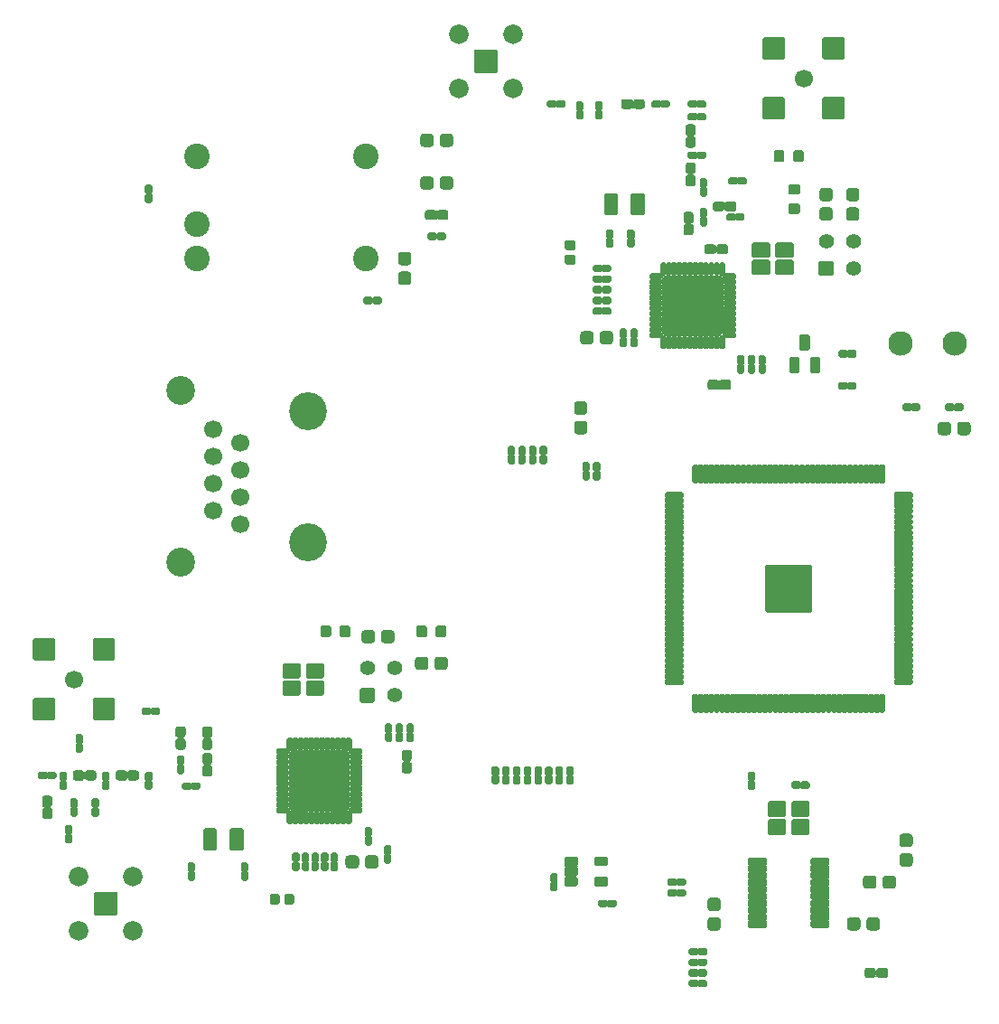
<source format=gts>
%TF.GenerationSoftware,KiCad,Pcbnew,(5.1.10)-1*%
%TF.CreationDate,2021-10-14T01:54:17+08:00*%
%TF.ProjectId,cc1310,63633133-3130-42e6-9b69-6361645f7063,rev?*%
%TF.SameCoordinates,Original*%
%TF.FileFunction,Soldermask,Top*%
%TF.FilePolarity,Negative*%
%FSLAX46Y46*%
G04 Gerber Fmt 4.6, Leading zero omitted, Abs format (unit mm)*
G04 Created by KiCad (PCBNEW (5.1.10)-1) date 2021-10-14 01:54:17*
%MOMM*%
%LPD*%
G01*
G04 APERTURE LIST*
%ADD10C,2.400000*%
%ADD11C,1.400000*%
%ADD12C,1.700000*%
%ADD13C,3.550000*%
%ADD14C,2.700000*%
%ADD15C,2.300000*%
%ADD16C,1.830000*%
%ADD17C,0.100000*%
G04 APERTURE END LIST*
%TO.C,Y5*%
G36*
G01*
X131100000Y-95725000D02*
X129700000Y-95725000D01*
G75*
G02*
X129550000Y-95575000I0J150000D01*
G01*
X129550000Y-94425000D01*
G75*
G02*
X129700000Y-94275000I150000J0D01*
G01*
X131100000Y-94275000D01*
G75*
G02*
X131250000Y-94425000I0J-150000D01*
G01*
X131250000Y-95575000D01*
G75*
G02*
X131100000Y-95725000I-150000J0D01*
G01*
G37*
G36*
G01*
X133300000Y-95725000D02*
X131900000Y-95725000D01*
G75*
G02*
X131750000Y-95575000I0J150000D01*
G01*
X131750000Y-94425000D01*
G75*
G02*
X131900000Y-94275000I150000J0D01*
G01*
X133300000Y-94275000D01*
G75*
G02*
X133450000Y-94425000I0J-150000D01*
G01*
X133450000Y-95575000D01*
G75*
G02*
X133300000Y-95725000I-150000J0D01*
G01*
G37*
G36*
G01*
X133300000Y-97325000D02*
X131900000Y-97325000D01*
G75*
G02*
X131750000Y-97175000I0J150000D01*
G01*
X131750000Y-96025000D01*
G75*
G02*
X131900000Y-95875000I150000J0D01*
G01*
X133300000Y-95875000D01*
G75*
G02*
X133450000Y-96025000I0J-150000D01*
G01*
X133450000Y-97175000D01*
G75*
G02*
X133300000Y-97325000I-150000J0D01*
G01*
G37*
G36*
G01*
X131100000Y-97325000D02*
X129700000Y-97325000D01*
G75*
G02*
X129550000Y-97175000I0J150000D01*
G01*
X129550000Y-96025000D01*
G75*
G02*
X129700000Y-95875000I150000J0D01*
G01*
X131100000Y-95875000D01*
G75*
G02*
X131250000Y-96025000I0J-150000D01*
G01*
X131250000Y-97175000D01*
G75*
G02*
X131100000Y-97325000I-150000J0D01*
G01*
G37*
%TD*%
%TO.C,Y4*%
G36*
G01*
X175900000Y-56475000D02*
X177300000Y-56475000D01*
G75*
G02*
X177450000Y-56625000I0J-150000D01*
G01*
X177450000Y-57775000D01*
G75*
G02*
X177300000Y-57925000I-150000J0D01*
G01*
X175900000Y-57925000D01*
G75*
G02*
X175750000Y-57775000I0J150000D01*
G01*
X175750000Y-56625000D01*
G75*
G02*
X175900000Y-56475000I150000J0D01*
G01*
G37*
G36*
G01*
X173700000Y-56475000D02*
X175100000Y-56475000D01*
G75*
G02*
X175250000Y-56625000I0J-150000D01*
G01*
X175250000Y-57775000D01*
G75*
G02*
X175100000Y-57925000I-150000J0D01*
G01*
X173700000Y-57925000D01*
G75*
G02*
X173550000Y-57775000I0J150000D01*
G01*
X173550000Y-56625000D01*
G75*
G02*
X173700000Y-56475000I150000J0D01*
G01*
G37*
G36*
G01*
X173700000Y-54875000D02*
X175100000Y-54875000D01*
G75*
G02*
X175250000Y-55025000I0J-150000D01*
G01*
X175250000Y-56175000D01*
G75*
G02*
X175100000Y-56325000I-150000J0D01*
G01*
X173700000Y-56325000D01*
G75*
G02*
X173550000Y-56175000I0J150000D01*
G01*
X173550000Y-55025000D01*
G75*
G02*
X173700000Y-54875000I150000J0D01*
G01*
G37*
G36*
G01*
X175900000Y-54875000D02*
X177300000Y-54875000D01*
G75*
G02*
X177450000Y-55025000I0J-150000D01*
G01*
X177450000Y-56175000D01*
G75*
G02*
X177300000Y-56325000I-150000J0D01*
G01*
X175900000Y-56325000D01*
G75*
G02*
X175750000Y-56175000I0J150000D01*
G01*
X175750000Y-55025000D01*
G75*
G02*
X175900000Y-54875000I150000J0D01*
G01*
G37*
%TD*%
%TO.C,Y3*%
G36*
G01*
X124600000Y-111700000D02*
X124600000Y-109900000D01*
G75*
G02*
X124750000Y-109750000I150000J0D01*
G01*
X125750000Y-109750000D01*
G75*
G02*
X125900000Y-109900000I0J-150000D01*
G01*
X125900000Y-111700000D01*
G75*
G02*
X125750000Y-111850000I-150000J0D01*
G01*
X124750000Y-111850000D01*
G75*
G02*
X124600000Y-111700000I0J150000D01*
G01*
G37*
G36*
G01*
X122100000Y-111700000D02*
X122100000Y-109900000D01*
G75*
G02*
X122250000Y-109750000I150000J0D01*
G01*
X123250000Y-109750000D01*
G75*
G02*
X123400000Y-109900000I0J-150000D01*
G01*
X123400000Y-111700000D01*
G75*
G02*
X123250000Y-111850000I-150000J0D01*
G01*
X122250000Y-111850000D01*
G75*
G02*
X122100000Y-111700000I0J150000D01*
G01*
G37*
%TD*%
%TO.C,Y2*%
G36*
G01*
X161000000Y-50400000D02*
X161000000Y-52200000D01*
G75*
G02*
X160850000Y-52350000I-150000J0D01*
G01*
X159850000Y-52350000D01*
G75*
G02*
X159700000Y-52200000I0J150000D01*
G01*
X159700000Y-50400000D01*
G75*
G02*
X159850000Y-50250000I150000J0D01*
G01*
X160850000Y-50250000D01*
G75*
G02*
X161000000Y-50400000I0J-150000D01*
G01*
G37*
G36*
G01*
X163500000Y-50400000D02*
X163500000Y-52200000D01*
G75*
G02*
X163350000Y-52350000I-150000J0D01*
G01*
X162350000Y-52350000D01*
G75*
G02*
X162200000Y-52200000I0J150000D01*
G01*
X162200000Y-50400000D01*
G75*
G02*
X162350000Y-50250000I150000J0D01*
G01*
X163350000Y-50250000D01*
G75*
G02*
X163500000Y-50400000I0J-150000D01*
G01*
G37*
%TD*%
%TO.C,Y1*%
G36*
G01*
X175050000Y-108550000D02*
X175050000Y-107350000D01*
G75*
G02*
X175200000Y-107200000I150000J0D01*
G01*
X176600000Y-107200000D01*
G75*
G02*
X176750000Y-107350000I0J-150000D01*
G01*
X176750000Y-108550000D01*
G75*
G02*
X176600000Y-108700000I-150000J0D01*
G01*
X175200000Y-108700000D01*
G75*
G02*
X175050000Y-108550000I0J150000D01*
G01*
G37*
G36*
G01*
X177250000Y-108550000D02*
X177250000Y-107350000D01*
G75*
G02*
X177400000Y-107200000I150000J0D01*
G01*
X178800000Y-107200000D01*
G75*
G02*
X178950000Y-107350000I0J-150000D01*
G01*
X178950000Y-108550000D01*
G75*
G02*
X178800000Y-108700000I-150000J0D01*
G01*
X177400000Y-108700000D01*
G75*
G02*
X177250000Y-108550000I0J150000D01*
G01*
G37*
G36*
G01*
X177250000Y-110250000D02*
X177250000Y-109050000D01*
G75*
G02*
X177400000Y-108900000I150000J0D01*
G01*
X178800000Y-108900000D01*
G75*
G02*
X178950000Y-109050000I0J-150000D01*
G01*
X178950000Y-110250000D01*
G75*
G02*
X178800000Y-110400000I-150000J0D01*
G01*
X177400000Y-110400000D01*
G75*
G02*
X177250000Y-110250000I0J150000D01*
G01*
G37*
G36*
G01*
X175050000Y-110250000D02*
X175050000Y-109050000D01*
G75*
G02*
X175200000Y-108900000I150000J0D01*
G01*
X176600000Y-108900000D01*
G75*
G02*
X176750000Y-109050000I0J-150000D01*
G01*
X176750000Y-110250000D01*
G75*
G02*
X176600000Y-110400000I-150000J0D01*
G01*
X175200000Y-110400000D01*
G75*
G02*
X175050000Y-110250000I0J150000D01*
G01*
G37*
%TD*%
%TO.C,R15*%
G36*
G01*
X143225000Y-93987500D02*
X143225000Y-94612500D01*
G75*
G02*
X142912500Y-94925000I-312500J0D01*
G01*
X142262500Y-94925000D01*
G75*
G02*
X141950000Y-94612500I0J312500D01*
G01*
X141950000Y-93987500D01*
G75*
G02*
X142262500Y-93675000I312500J0D01*
G01*
X142912500Y-93675000D01*
G75*
G02*
X143225000Y-93987500I0J-312500D01*
G01*
G37*
G36*
G01*
X145050000Y-93987500D02*
X145050000Y-94612500D01*
G75*
G02*
X144737500Y-94925000I-312500J0D01*
G01*
X144087500Y-94925000D01*
G75*
G02*
X143775000Y-94612500I0J312500D01*
G01*
X143775000Y-93987500D01*
G75*
G02*
X144087500Y-93675000I312500J0D01*
G01*
X144737500Y-93675000D01*
G75*
G02*
X145050000Y-93987500I0J-312500D01*
G01*
G37*
%TD*%
%TO.C,R14*%
G36*
G01*
X138225000Y-91487500D02*
X138225000Y-92112500D01*
G75*
G02*
X137912500Y-92425000I-312500J0D01*
G01*
X137262500Y-92425000D01*
G75*
G02*
X136950000Y-92112500I0J312500D01*
G01*
X136950000Y-91487500D01*
G75*
G02*
X137262500Y-91175000I312500J0D01*
G01*
X137912500Y-91175000D01*
G75*
G02*
X138225000Y-91487500I0J-312500D01*
G01*
G37*
G36*
G01*
X140050000Y-91487500D02*
X140050000Y-92112500D01*
G75*
G02*
X139737500Y-92425000I-312500J0D01*
G01*
X139087500Y-92425000D01*
G75*
G02*
X138775000Y-92112500I0J312500D01*
G01*
X138775000Y-91487500D01*
G75*
G02*
X139087500Y-91175000I312500J0D01*
G01*
X139737500Y-91175000D01*
G75*
G02*
X140050000Y-91487500I0J-312500D01*
G01*
G37*
%TD*%
%TO.C,R13*%
G36*
G01*
X136725000Y-112587500D02*
X136725000Y-113212500D01*
G75*
G02*
X136412500Y-113525000I-312500J0D01*
G01*
X135762500Y-113525000D01*
G75*
G02*
X135450000Y-113212500I0J312500D01*
G01*
X135450000Y-112587500D01*
G75*
G02*
X135762500Y-112275000I312500J0D01*
G01*
X136412500Y-112275000D01*
G75*
G02*
X136725000Y-112587500I0J-312500D01*
G01*
G37*
G36*
G01*
X138550000Y-112587500D02*
X138550000Y-113212500D01*
G75*
G02*
X138237500Y-113525000I-312500J0D01*
G01*
X137587500Y-113525000D01*
G75*
G02*
X137275000Y-113212500I0J312500D01*
G01*
X137275000Y-112587500D01*
G75*
G02*
X137587500Y-112275000I312500J0D01*
G01*
X138237500Y-112275000D01*
G75*
G02*
X138550000Y-112587500I0J-312500D01*
G01*
G37*
%TD*%
%TO.C,R12*%
G36*
G01*
X182687500Y-51575000D02*
X183312500Y-51575000D01*
G75*
G02*
X183625000Y-51887500I0J-312500D01*
G01*
X183625000Y-52537500D01*
G75*
G02*
X183312500Y-52850000I-312500J0D01*
G01*
X182687500Y-52850000D01*
G75*
G02*
X182375000Y-52537500I0J312500D01*
G01*
X182375000Y-51887500D01*
G75*
G02*
X182687500Y-51575000I312500J0D01*
G01*
G37*
G36*
G01*
X182687500Y-49750000D02*
X183312500Y-49750000D01*
G75*
G02*
X183625000Y-50062500I0J-312500D01*
G01*
X183625000Y-50712500D01*
G75*
G02*
X183312500Y-51025000I-312500J0D01*
G01*
X182687500Y-51025000D01*
G75*
G02*
X182375000Y-50712500I0J312500D01*
G01*
X182375000Y-50062500D01*
G75*
G02*
X182687500Y-49750000I312500J0D01*
G01*
G37*
%TD*%
%TO.C,R11*%
G36*
G01*
X180812500Y-51025000D02*
X180187500Y-51025000D01*
G75*
G02*
X179875000Y-50712500I0J312500D01*
G01*
X179875000Y-50062500D01*
G75*
G02*
X180187500Y-49750000I312500J0D01*
G01*
X180812500Y-49750000D01*
G75*
G02*
X181125000Y-50062500I0J-312500D01*
G01*
X181125000Y-50712500D01*
G75*
G02*
X180812500Y-51025000I-312500J0D01*
G01*
G37*
G36*
G01*
X180812500Y-52850000D02*
X180187500Y-52850000D01*
G75*
G02*
X179875000Y-52537500I0J312500D01*
G01*
X179875000Y-51887500D01*
G75*
G02*
X180187500Y-51575000I312500J0D01*
G01*
X180812500Y-51575000D01*
G75*
G02*
X181125000Y-51887500I0J-312500D01*
G01*
X181125000Y-52537500D01*
G75*
G02*
X180812500Y-52850000I-312500J0D01*
G01*
G37*
%TD*%
%TO.C,R10*%
G36*
G01*
X158725000Y-63487500D02*
X158725000Y-64112500D01*
G75*
G02*
X158412500Y-64425000I-312500J0D01*
G01*
X157762500Y-64425000D01*
G75*
G02*
X157450000Y-64112500I0J312500D01*
G01*
X157450000Y-63487500D01*
G75*
G02*
X157762500Y-63175000I312500J0D01*
G01*
X158412500Y-63175000D01*
G75*
G02*
X158725000Y-63487500I0J-312500D01*
G01*
G37*
G36*
G01*
X160550000Y-63487500D02*
X160550000Y-64112500D01*
G75*
G02*
X160237500Y-64425000I-312500J0D01*
G01*
X159587500Y-64425000D01*
G75*
G02*
X159275000Y-64112500I0J312500D01*
G01*
X159275000Y-63487500D01*
G75*
G02*
X159587500Y-63175000I312500J0D01*
G01*
X160237500Y-63175000D01*
G75*
G02*
X160550000Y-63487500I0J-312500D01*
G01*
G37*
%TD*%
%TO.C,R9*%
G36*
G01*
X192775000Y-72612500D02*
X192775000Y-71987500D01*
G75*
G02*
X193087500Y-71675000I312500J0D01*
G01*
X193737500Y-71675000D01*
G75*
G02*
X194050000Y-71987500I0J-312500D01*
G01*
X194050000Y-72612500D01*
G75*
G02*
X193737500Y-72925000I-312500J0D01*
G01*
X193087500Y-72925000D01*
G75*
G02*
X192775000Y-72612500I0J312500D01*
G01*
G37*
G36*
G01*
X190950000Y-72612500D02*
X190950000Y-71987500D01*
G75*
G02*
X191262500Y-71675000I312500J0D01*
G01*
X191912500Y-71675000D01*
G75*
G02*
X192225000Y-71987500I0J-312500D01*
G01*
X192225000Y-72612500D01*
G75*
G02*
X191912500Y-72925000I-312500J0D01*
G01*
X191262500Y-72925000D01*
G75*
G02*
X190950000Y-72612500I0J312500D01*
G01*
G37*
%TD*%
%TO.C,R8*%
G36*
G01*
X157812500Y-71025000D02*
X157187500Y-71025000D01*
G75*
G02*
X156875000Y-70712500I0J312500D01*
G01*
X156875000Y-70062500D01*
G75*
G02*
X157187500Y-69750000I312500J0D01*
G01*
X157812500Y-69750000D01*
G75*
G02*
X158125000Y-70062500I0J-312500D01*
G01*
X158125000Y-70712500D01*
G75*
G02*
X157812500Y-71025000I-312500J0D01*
G01*
G37*
G36*
G01*
X157812500Y-72850000D02*
X157187500Y-72850000D01*
G75*
G02*
X156875000Y-72537500I0J312500D01*
G01*
X156875000Y-71887500D01*
G75*
G02*
X157187500Y-71575000I312500J0D01*
G01*
X157812500Y-71575000D01*
G75*
G02*
X158125000Y-71887500I0J-312500D01*
G01*
X158125000Y-72537500D01*
G75*
G02*
X157812500Y-72850000I-312500J0D01*
G01*
G37*
%TD*%
%TO.C,R7*%
G36*
G01*
X185225000Y-114487500D02*
X185225000Y-115112500D01*
G75*
G02*
X184912500Y-115425000I-312500J0D01*
G01*
X184262500Y-115425000D01*
G75*
G02*
X183950000Y-115112500I0J312500D01*
G01*
X183950000Y-114487500D01*
G75*
G02*
X184262500Y-114175000I312500J0D01*
G01*
X184912500Y-114175000D01*
G75*
G02*
X185225000Y-114487500I0J-312500D01*
G01*
G37*
G36*
G01*
X187050000Y-114487500D02*
X187050000Y-115112500D01*
G75*
G02*
X186737500Y-115425000I-312500J0D01*
G01*
X186087500Y-115425000D01*
G75*
G02*
X185775000Y-115112500I0J312500D01*
G01*
X185775000Y-114487500D01*
G75*
G02*
X186087500Y-114175000I312500J0D01*
G01*
X186737500Y-114175000D01*
G75*
G02*
X187050000Y-114487500I0J-312500D01*
G01*
G37*
%TD*%
%TO.C,R6*%
G36*
G01*
X188312500Y-111525000D02*
X187687500Y-111525000D01*
G75*
G02*
X187375000Y-111212500I0J312500D01*
G01*
X187375000Y-110562500D01*
G75*
G02*
X187687500Y-110250000I312500J0D01*
G01*
X188312500Y-110250000D01*
G75*
G02*
X188625000Y-110562500I0J-312500D01*
G01*
X188625000Y-111212500D01*
G75*
G02*
X188312500Y-111525000I-312500J0D01*
G01*
G37*
G36*
G01*
X188312500Y-113350000D02*
X187687500Y-113350000D01*
G75*
G02*
X187375000Y-113037500I0J312500D01*
G01*
X187375000Y-112387500D01*
G75*
G02*
X187687500Y-112075000I312500J0D01*
G01*
X188312500Y-112075000D01*
G75*
G02*
X188625000Y-112387500I0J-312500D01*
G01*
X188625000Y-113037500D01*
G75*
G02*
X188312500Y-113350000I-312500J0D01*
G01*
G37*
%TD*%
%TO.C,R5*%
G36*
G01*
X184275000Y-119012500D02*
X184275000Y-118387500D01*
G75*
G02*
X184587500Y-118075000I312500J0D01*
G01*
X185237500Y-118075000D01*
G75*
G02*
X185550000Y-118387500I0J-312500D01*
G01*
X185550000Y-119012500D01*
G75*
G02*
X185237500Y-119325000I-312500J0D01*
G01*
X184587500Y-119325000D01*
G75*
G02*
X184275000Y-119012500I0J312500D01*
G01*
G37*
G36*
G01*
X182450000Y-119012500D02*
X182450000Y-118387500D01*
G75*
G02*
X182762500Y-118075000I312500J0D01*
G01*
X183412500Y-118075000D01*
G75*
G02*
X183725000Y-118387500I0J-312500D01*
G01*
X183725000Y-119012500D01*
G75*
G02*
X183412500Y-119325000I-312500J0D01*
G01*
X182762500Y-119325000D01*
G75*
G02*
X182450000Y-119012500I0J312500D01*
G01*
G37*
%TD*%
%TO.C,R4*%
G36*
G01*
X143725000Y-48987500D02*
X143725000Y-49612500D01*
G75*
G02*
X143412500Y-49925000I-312500J0D01*
G01*
X142762500Y-49925000D01*
G75*
G02*
X142450000Y-49612500I0J312500D01*
G01*
X142450000Y-48987500D01*
G75*
G02*
X142762500Y-48675000I312500J0D01*
G01*
X143412500Y-48675000D01*
G75*
G02*
X143725000Y-48987500I0J-312500D01*
G01*
G37*
G36*
G01*
X145550000Y-48987500D02*
X145550000Y-49612500D01*
G75*
G02*
X145237500Y-49925000I-312500J0D01*
G01*
X144587500Y-49925000D01*
G75*
G02*
X144275000Y-49612500I0J312500D01*
G01*
X144275000Y-48987500D01*
G75*
G02*
X144587500Y-48675000I312500J0D01*
G01*
X145237500Y-48675000D01*
G75*
G02*
X145550000Y-48987500I0J-312500D01*
G01*
G37*
%TD*%
%TO.C,R3*%
G36*
G01*
X144275000Y-45612500D02*
X144275000Y-44987500D01*
G75*
G02*
X144587500Y-44675000I312500J0D01*
G01*
X145237500Y-44675000D01*
G75*
G02*
X145550000Y-44987500I0J-312500D01*
G01*
X145550000Y-45612500D01*
G75*
G02*
X145237500Y-45925000I-312500J0D01*
G01*
X144587500Y-45925000D01*
G75*
G02*
X144275000Y-45612500I0J312500D01*
G01*
G37*
G36*
G01*
X142450000Y-45612500D02*
X142450000Y-44987500D01*
G75*
G02*
X142762500Y-44675000I312500J0D01*
G01*
X143412500Y-44675000D01*
G75*
G02*
X143725000Y-44987500I0J-312500D01*
G01*
X143725000Y-45612500D01*
G75*
G02*
X143412500Y-45925000I-312500J0D01*
G01*
X142762500Y-45925000D01*
G75*
G02*
X142450000Y-45612500I0J312500D01*
G01*
G37*
%TD*%
%TO.C,R2*%
G36*
G01*
X140687500Y-57575000D02*
X141312500Y-57575000D01*
G75*
G02*
X141625000Y-57887500I0J-312500D01*
G01*
X141625000Y-58537500D01*
G75*
G02*
X141312500Y-58850000I-312500J0D01*
G01*
X140687500Y-58850000D01*
G75*
G02*
X140375000Y-58537500I0J312500D01*
G01*
X140375000Y-57887500D01*
G75*
G02*
X140687500Y-57575000I312500J0D01*
G01*
G37*
G36*
G01*
X140687500Y-55750000D02*
X141312500Y-55750000D01*
G75*
G02*
X141625000Y-56062500I0J-312500D01*
G01*
X141625000Y-56712500D01*
G75*
G02*
X141312500Y-57025000I-312500J0D01*
G01*
X140687500Y-57025000D01*
G75*
G02*
X140375000Y-56712500I0J312500D01*
G01*
X140375000Y-56062500D01*
G75*
G02*
X140687500Y-55750000I312500J0D01*
G01*
G37*
%TD*%
%TO.C,R1*%
G36*
G01*
X170312500Y-117525000D02*
X169687500Y-117525000D01*
G75*
G02*
X169375000Y-117212500I0J312500D01*
G01*
X169375000Y-116562500D01*
G75*
G02*
X169687500Y-116250000I312500J0D01*
G01*
X170312500Y-116250000D01*
G75*
G02*
X170625000Y-116562500I0J-312500D01*
G01*
X170625000Y-117212500D01*
G75*
G02*
X170312500Y-117525000I-312500J0D01*
G01*
G37*
G36*
G01*
X170312500Y-119350000D02*
X169687500Y-119350000D01*
G75*
G02*
X169375000Y-119037500I0J312500D01*
G01*
X169375000Y-118387500D01*
G75*
G02*
X169687500Y-118075000I312500J0D01*
G01*
X170312500Y-118075000D01*
G75*
G02*
X170625000Y-118387500I0J-312500D01*
G01*
X170625000Y-119037500D01*
G75*
G02*
X170312500Y-119350000I-312500J0D01*
G01*
G37*
%TD*%
D10*
%TO.C,PS1*%
X137400000Y-46820000D03*
X137400000Y-56350000D03*
X121520000Y-56350000D03*
X121520000Y-53170000D03*
X121520000Y-46820000D03*
%TD*%
%TO.C,LED4*%
G36*
G01*
X143100000Y-90900000D02*
X143100000Y-91700000D01*
G75*
G02*
X142950000Y-91850000I-150000J0D01*
G01*
X142250000Y-91850000D01*
G75*
G02*
X142100000Y-91700000I0J150000D01*
G01*
X142100000Y-90900000D01*
G75*
G02*
X142250000Y-90750000I150000J0D01*
G01*
X142950000Y-90750000D01*
G75*
G02*
X143100000Y-90900000I0J-150000D01*
G01*
G37*
G36*
G01*
X144900000Y-90900000D02*
X144900000Y-91700000D01*
G75*
G02*
X144750000Y-91850000I-150000J0D01*
G01*
X144050000Y-91850000D01*
G75*
G02*
X143900000Y-91700000I0J150000D01*
G01*
X143900000Y-90900000D01*
G75*
G02*
X144050000Y-90750000I150000J0D01*
G01*
X144750000Y-90750000D01*
G75*
G02*
X144900000Y-90900000I0J-150000D01*
G01*
G37*
%TD*%
%TO.C,LED3*%
G36*
G01*
X134900000Y-91700000D02*
X134900000Y-90900000D01*
G75*
G02*
X135050000Y-90750000I150000J0D01*
G01*
X135750000Y-90750000D01*
G75*
G02*
X135900000Y-90900000I0J-150000D01*
G01*
X135900000Y-91700000D01*
G75*
G02*
X135750000Y-91850000I-150000J0D01*
G01*
X135050000Y-91850000D01*
G75*
G02*
X134900000Y-91700000I0J150000D01*
G01*
G37*
G36*
G01*
X133100000Y-91700000D02*
X133100000Y-90900000D01*
G75*
G02*
X133250000Y-90750000I150000J0D01*
G01*
X133950000Y-90750000D01*
G75*
G02*
X134100000Y-90900000I0J-150000D01*
G01*
X134100000Y-91700000D01*
G75*
G02*
X133950000Y-91850000I-150000J0D01*
G01*
X133250000Y-91850000D01*
G75*
G02*
X133100000Y-91700000I0J150000D01*
G01*
G37*
%TD*%
%TO.C,LED2*%
G36*
G01*
X177400000Y-47200000D02*
X177400000Y-46400000D01*
G75*
G02*
X177550000Y-46250000I150000J0D01*
G01*
X178250000Y-46250000D01*
G75*
G02*
X178400000Y-46400000I0J-150000D01*
G01*
X178400000Y-47200000D01*
G75*
G02*
X178250000Y-47350000I-150000J0D01*
G01*
X177550000Y-47350000D01*
G75*
G02*
X177400000Y-47200000I0J150000D01*
G01*
G37*
G36*
G01*
X175600000Y-47200000D02*
X175600000Y-46400000D01*
G75*
G02*
X175750000Y-46250000I150000J0D01*
G01*
X176450000Y-46250000D01*
G75*
G02*
X176600000Y-46400000I0J-150000D01*
G01*
X176600000Y-47200000D01*
G75*
G02*
X176450000Y-47350000I-150000J0D01*
G01*
X175750000Y-47350000D01*
G75*
G02*
X175600000Y-47200000I0J150000D01*
G01*
G37*
%TD*%
%TO.C,LED1*%
G36*
G01*
X177900000Y-50400000D02*
X177100000Y-50400000D01*
G75*
G02*
X176950000Y-50250000I0J150000D01*
G01*
X176950000Y-49550000D01*
G75*
G02*
X177100000Y-49400000I150000J0D01*
G01*
X177900000Y-49400000D01*
G75*
G02*
X178050000Y-49550000I0J-150000D01*
G01*
X178050000Y-50250000D01*
G75*
G02*
X177900000Y-50400000I-150000J0D01*
G01*
G37*
G36*
G01*
X177900000Y-52200000D02*
X177100000Y-52200000D01*
G75*
G02*
X176950000Y-52050000I0J150000D01*
G01*
X176950000Y-51350000D01*
G75*
G02*
X177100000Y-51200000I150000J0D01*
G01*
X177900000Y-51200000D01*
G75*
G02*
X178050000Y-51350000I0J-150000D01*
G01*
X178050000Y-52050000D01*
G75*
G02*
X177900000Y-52200000I-150000J0D01*
G01*
G37*
%TD*%
%TO.C,L16*%
G36*
G01*
X141435000Y-103460000D02*
X140965000Y-103460000D01*
G75*
G02*
X140730000Y-103225000I0J235000D01*
G01*
X140730000Y-102630000D01*
G75*
G02*
X140965000Y-102395000I235000J0D01*
G01*
X141435000Y-102395000D01*
G75*
G02*
X141670000Y-102630000I0J-235000D01*
G01*
X141670000Y-103225000D01*
G75*
G02*
X141435000Y-103460000I-235000J0D01*
G01*
G37*
G36*
G01*
X141435000Y-104605000D02*
X140965000Y-104605000D01*
G75*
G02*
X140730000Y-104370000I0J235000D01*
G01*
X140730000Y-103775000D01*
G75*
G02*
X140965000Y-103540000I235000J0D01*
G01*
X141435000Y-103540000D01*
G75*
G02*
X141670000Y-103775000I0J-235000D01*
G01*
X141670000Y-104370000D01*
G75*
G02*
X141435000Y-104605000I-235000J0D01*
G01*
G37*
%TD*%
%TO.C,L15*%
G36*
G01*
X170540000Y-68435000D02*
X170540000Y-67965000D01*
G75*
G02*
X170775000Y-67730000I235000J0D01*
G01*
X171370000Y-67730000D01*
G75*
G02*
X171605000Y-67965000I0J-235000D01*
G01*
X171605000Y-68435000D01*
G75*
G02*
X171370000Y-68670000I-235000J0D01*
G01*
X170775000Y-68670000D01*
G75*
G02*
X170540000Y-68435000I0J235000D01*
G01*
G37*
G36*
G01*
X169395000Y-68435000D02*
X169395000Y-67965000D01*
G75*
G02*
X169630000Y-67730000I235000J0D01*
G01*
X170225000Y-67730000D01*
G75*
G02*
X170460000Y-67965000I0J-235000D01*
G01*
X170460000Y-68435000D01*
G75*
G02*
X170225000Y-68670000I-235000J0D01*
G01*
X169630000Y-68670000D01*
G75*
G02*
X169395000Y-68435000I0J235000D01*
G01*
G37*
%TD*%
%TO.C,L14*%
G36*
G01*
X122265000Y-101340000D02*
X122735000Y-101340000D01*
G75*
G02*
X122970000Y-101575000I0J-235000D01*
G01*
X122970000Y-102170000D01*
G75*
G02*
X122735000Y-102405000I-235000J0D01*
G01*
X122265000Y-102405000D01*
G75*
G02*
X122030000Y-102170000I0J235000D01*
G01*
X122030000Y-101575000D01*
G75*
G02*
X122265000Y-101340000I235000J0D01*
G01*
G37*
G36*
G01*
X122265000Y-100195000D02*
X122735000Y-100195000D01*
G75*
G02*
X122970000Y-100430000I0J-235000D01*
G01*
X122970000Y-101025000D01*
G75*
G02*
X122735000Y-101260000I-235000J0D01*
G01*
X122265000Y-101260000D01*
G75*
G02*
X122030000Y-101025000I0J235000D01*
G01*
X122030000Y-100430000D01*
G75*
G02*
X122265000Y-100195000I235000J0D01*
G01*
G37*
%TD*%
%TO.C,L13*%
G36*
G01*
X122265000Y-103840000D02*
X122735000Y-103840000D01*
G75*
G02*
X122970000Y-104075000I0J-235000D01*
G01*
X122970000Y-104670000D01*
G75*
G02*
X122735000Y-104905000I-235000J0D01*
G01*
X122265000Y-104905000D01*
G75*
G02*
X122030000Y-104670000I0J235000D01*
G01*
X122030000Y-104075000D01*
G75*
G02*
X122265000Y-103840000I235000J0D01*
G01*
G37*
G36*
G01*
X122265000Y-102695000D02*
X122735000Y-102695000D01*
G75*
G02*
X122970000Y-102930000I0J-235000D01*
G01*
X122970000Y-103525000D01*
G75*
G02*
X122735000Y-103760000I-235000J0D01*
G01*
X122265000Y-103760000D01*
G75*
G02*
X122030000Y-103525000I0J235000D01*
G01*
X122030000Y-102930000D01*
G75*
G02*
X122265000Y-102695000I235000J0D01*
G01*
G37*
%TD*%
%TO.C,L12*%
G36*
G01*
X170160000Y-55265000D02*
X170160000Y-55735000D01*
G75*
G02*
X169925000Y-55970000I-235000J0D01*
G01*
X169330000Y-55970000D01*
G75*
G02*
X169095000Y-55735000I0J235000D01*
G01*
X169095000Y-55265000D01*
G75*
G02*
X169330000Y-55030000I235000J0D01*
G01*
X169925000Y-55030000D01*
G75*
G02*
X170160000Y-55265000I0J-235000D01*
G01*
G37*
G36*
G01*
X171305000Y-55265000D02*
X171305000Y-55735000D01*
G75*
G02*
X171070000Y-55970000I-235000J0D01*
G01*
X170475000Y-55970000D01*
G75*
G02*
X170240000Y-55735000I0J235000D01*
G01*
X170240000Y-55265000D01*
G75*
G02*
X170475000Y-55030000I235000J0D01*
G01*
X171070000Y-55030000D01*
G75*
G02*
X171305000Y-55265000I0J-235000D01*
G01*
G37*
%TD*%
%TO.C,L11*%
G36*
G01*
X167365000Y-53140000D02*
X167835000Y-53140000D01*
G75*
G02*
X168070000Y-53375000I0J-235000D01*
G01*
X168070000Y-53970000D01*
G75*
G02*
X167835000Y-54205000I-235000J0D01*
G01*
X167365000Y-54205000D01*
G75*
G02*
X167130000Y-53970000I0J235000D01*
G01*
X167130000Y-53375000D01*
G75*
G02*
X167365000Y-53140000I235000J0D01*
G01*
G37*
G36*
G01*
X167365000Y-51995000D02*
X167835000Y-51995000D01*
G75*
G02*
X168070000Y-52230000I0J-235000D01*
G01*
X168070000Y-52825000D01*
G75*
G02*
X167835000Y-53060000I-235000J0D01*
G01*
X167365000Y-53060000D01*
G75*
G02*
X167130000Y-52825000I0J235000D01*
G01*
X167130000Y-52230000D01*
G75*
G02*
X167365000Y-51995000I235000J0D01*
G01*
G37*
%TD*%
%TO.C,L10*%
G36*
G01*
X120235000Y-101260000D02*
X119765000Y-101260000D01*
G75*
G02*
X119530000Y-101025000I0J235000D01*
G01*
X119530000Y-100430000D01*
G75*
G02*
X119765000Y-100195000I235000J0D01*
G01*
X120235000Y-100195000D01*
G75*
G02*
X120470000Y-100430000I0J-235000D01*
G01*
X120470000Y-101025000D01*
G75*
G02*
X120235000Y-101260000I-235000J0D01*
G01*
G37*
G36*
G01*
X120235000Y-102405000D02*
X119765000Y-102405000D01*
G75*
G02*
X119530000Y-102170000I0J235000D01*
G01*
X119530000Y-101575000D01*
G75*
G02*
X119765000Y-101340000I235000J0D01*
G01*
X120235000Y-101340000D01*
G75*
G02*
X120470000Y-101575000I0J-235000D01*
G01*
X120470000Y-102170000D01*
G75*
G02*
X120235000Y-102405000I-235000J0D01*
G01*
G37*
%TD*%
%TO.C,L9*%
G36*
G01*
X171040000Y-51735000D02*
X171040000Y-51265000D01*
G75*
G02*
X171275000Y-51030000I235000J0D01*
G01*
X171870000Y-51030000D01*
G75*
G02*
X172105000Y-51265000I0J-235000D01*
G01*
X172105000Y-51735000D01*
G75*
G02*
X171870000Y-51970000I-235000J0D01*
G01*
X171275000Y-51970000D01*
G75*
G02*
X171040000Y-51735000I0J235000D01*
G01*
G37*
G36*
G01*
X169895000Y-51735000D02*
X169895000Y-51265000D01*
G75*
G02*
X170130000Y-51030000I235000J0D01*
G01*
X170725000Y-51030000D01*
G75*
G02*
X170960000Y-51265000I0J-235000D01*
G01*
X170960000Y-51735000D01*
G75*
G02*
X170725000Y-51970000I-235000J0D01*
G01*
X170130000Y-51970000D01*
G75*
G02*
X169895000Y-51735000I0J235000D01*
G01*
G37*
%TD*%
%TO.C,L8*%
G36*
G01*
X115040000Y-105035000D02*
X115040000Y-104565000D01*
G75*
G02*
X115275000Y-104330000I235000J0D01*
G01*
X115870000Y-104330000D01*
G75*
G02*
X116105000Y-104565000I0J-235000D01*
G01*
X116105000Y-105035000D01*
G75*
G02*
X115870000Y-105270000I-235000J0D01*
G01*
X115275000Y-105270000D01*
G75*
G02*
X115040000Y-105035000I0J235000D01*
G01*
G37*
G36*
G01*
X113895000Y-105035000D02*
X113895000Y-104565000D01*
G75*
G02*
X114130000Y-104330000I235000J0D01*
G01*
X114725000Y-104330000D01*
G75*
G02*
X114960000Y-104565000I0J-235000D01*
G01*
X114960000Y-105035000D01*
G75*
G02*
X114725000Y-105270000I-235000J0D01*
G01*
X114130000Y-105270000D01*
G75*
G02*
X113895000Y-105035000I0J235000D01*
G01*
G37*
%TD*%
%TO.C,L7*%
G36*
G01*
X167565000Y-48540000D02*
X168035000Y-48540000D01*
G75*
G02*
X168270000Y-48775000I0J-235000D01*
G01*
X168270000Y-49370000D01*
G75*
G02*
X168035000Y-49605000I-235000J0D01*
G01*
X167565000Y-49605000D01*
G75*
G02*
X167330000Y-49370000I0J235000D01*
G01*
X167330000Y-48775000D01*
G75*
G02*
X167565000Y-48540000I235000J0D01*
G01*
G37*
G36*
G01*
X167565000Y-47395000D02*
X168035000Y-47395000D01*
G75*
G02*
X168270000Y-47630000I0J-235000D01*
G01*
X168270000Y-48225000D01*
G75*
G02*
X168035000Y-48460000I-235000J0D01*
G01*
X167565000Y-48460000D01*
G75*
G02*
X167330000Y-48225000I0J235000D01*
G01*
X167330000Y-47630000D01*
G75*
G02*
X167565000Y-47395000I235000J0D01*
G01*
G37*
%TD*%
%TO.C,L6*%
G36*
G01*
X111040000Y-105035000D02*
X111040000Y-104565000D01*
G75*
G02*
X111275000Y-104330000I235000J0D01*
G01*
X111870000Y-104330000D01*
G75*
G02*
X112105000Y-104565000I0J-235000D01*
G01*
X112105000Y-105035000D01*
G75*
G02*
X111870000Y-105270000I-235000J0D01*
G01*
X111275000Y-105270000D01*
G75*
G02*
X111040000Y-105035000I0J235000D01*
G01*
G37*
G36*
G01*
X109895000Y-105035000D02*
X109895000Y-104565000D01*
G75*
G02*
X110130000Y-104330000I235000J0D01*
G01*
X110725000Y-104330000D01*
G75*
G02*
X110960000Y-104565000I0J-235000D01*
G01*
X110960000Y-105035000D01*
G75*
G02*
X110725000Y-105270000I-235000J0D01*
G01*
X110130000Y-105270000D01*
G75*
G02*
X109895000Y-105035000I0J235000D01*
G01*
G37*
%TD*%
%TO.C,L5*%
G36*
G01*
X167565000Y-44940000D02*
X168035000Y-44940000D01*
G75*
G02*
X168270000Y-45175000I0J-235000D01*
G01*
X168270000Y-45770000D01*
G75*
G02*
X168035000Y-46005000I-235000J0D01*
G01*
X167565000Y-46005000D01*
G75*
G02*
X167330000Y-45770000I0J235000D01*
G01*
X167330000Y-45175000D01*
G75*
G02*
X167565000Y-44940000I235000J0D01*
G01*
G37*
G36*
G01*
X167565000Y-43795000D02*
X168035000Y-43795000D01*
G75*
G02*
X168270000Y-44030000I0J-235000D01*
G01*
X168270000Y-44625000D01*
G75*
G02*
X168035000Y-44860000I-235000J0D01*
G01*
X167565000Y-44860000D01*
G75*
G02*
X167330000Y-44625000I0J235000D01*
G01*
X167330000Y-44030000D01*
G75*
G02*
X167565000Y-43795000I235000J0D01*
G01*
G37*
%TD*%
%TO.C,L4*%
G36*
G01*
X107735000Y-107760000D02*
X107265000Y-107760000D01*
G75*
G02*
X107030000Y-107525000I0J235000D01*
G01*
X107030000Y-106930000D01*
G75*
G02*
X107265000Y-106695000I235000J0D01*
G01*
X107735000Y-106695000D01*
G75*
G02*
X107970000Y-106930000I0J-235000D01*
G01*
X107970000Y-107525000D01*
G75*
G02*
X107735000Y-107760000I-235000J0D01*
G01*
G37*
G36*
G01*
X107735000Y-108905000D02*
X107265000Y-108905000D01*
G75*
G02*
X107030000Y-108670000I0J235000D01*
G01*
X107030000Y-108075000D01*
G75*
G02*
X107265000Y-107840000I235000J0D01*
G01*
X107735000Y-107840000D01*
G75*
G02*
X107970000Y-108075000I0J-235000D01*
G01*
X107970000Y-108670000D01*
G75*
G02*
X107735000Y-108905000I-235000J0D01*
G01*
G37*
%TD*%
%TO.C,L3*%
G36*
G01*
X162440000Y-42135000D02*
X162440000Y-41665000D01*
G75*
G02*
X162675000Y-41430000I235000J0D01*
G01*
X163270000Y-41430000D01*
G75*
G02*
X163505000Y-41665000I0J-235000D01*
G01*
X163505000Y-42135000D01*
G75*
G02*
X163270000Y-42370000I-235000J0D01*
G01*
X162675000Y-42370000D01*
G75*
G02*
X162440000Y-42135000I0J235000D01*
G01*
G37*
G36*
G01*
X161295000Y-42135000D02*
X161295000Y-41665000D01*
G75*
G02*
X161530000Y-41430000I235000J0D01*
G01*
X162125000Y-41430000D01*
G75*
G02*
X162360000Y-41665000I0J-235000D01*
G01*
X162360000Y-42135000D01*
G75*
G02*
X162125000Y-42370000I-235000J0D01*
G01*
X161530000Y-42370000D01*
G75*
G02*
X161295000Y-42135000I0J235000D01*
G01*
G37*
%TD*%
%TO.C,L2*%
G36*
G01*
X143960000Y-52065000D02*
X143960000Y-52535000D01*
G75*
G02*
X143725000Y-52770000I-235000J0D01*
G01*
X143130000Y-52770000D01*
G75*
G02*
X142895000Y-52535000I0J235000D01*
G01*
X142895000Y-52065000D01*
G75*
G02*
X143130000Y-51830000I235000J0D01*
G01*
X143725000Y-51830000D01*
G75*
G02*
X143960000Y-52065000I0J-235000D01*
G01*
G37*
G36*
G01*
X145105000Y-52065000D02*
X145105000Y-52535000D01*
G75*
G02*
X144870000Y-52770000I-235000J0D01*
G01*
X144275000Y-52770000D01*
G75*
G02*
X144040000Y-52535000I0J235000D01*
G01*
X144040000Y-52065000D01*
G75*
G02*
X144275000Y-51830000I235000J0D01*
G01*
X144870000Y-51830000D01*
G75*
G02*
X145105000Y-52065000I0J-235000D01*
G01*
G37*
%TD*%
%TO.C,L1*%
G36*
G01*
X185160000Y-123065000D02*
X185160000Y-123535000D01*
G75*
G02*
X184925000Y-123770000I-235000J0D01*
G01*
X184330000Y-123770000D01*
G75*
G02*
X184095000Y-123535000I0J235000D01*
G01*
X184095000Y-123065000D01*
G75*
G02*
X184330000Y-122830000I235000J0D01*
G01*
X184925000Y-122830000D01*
G75*
G02*
X185160000Y-123065000I0J-235000D01*
G01*
G37*
G36*
G01*
X186305000Y-123065000D02*
X186305000Y-123535000D01*
G75*
G02*
X186070000Y-123770000I-235000J0D01*
G01*
X185475000Y-123770000D01*
G75*
G02*
X185240000Y-123535000I0J235000D01*
G01*
X185240000Y-123065000D01*
G75*
G02*
X185475000Y-122830000I235000J0D01*
G01*
X186070000Y-122830000D01*
G75*
G02*
X186305000Y-123065000I0J-235000D01*
G01*
G37*
%TD*%
D11*
%TO.C,J5*%
X140040000Y-94760000D03*
X140040000Y-97300000D03*
X137500000Y-94760000D03*
G36*
G01*
X136800000Y-97850000D02*
X136800000Y-96750000D01*
G75*
G02*
X136950000Y-96600000I150000J0D01*
G01*
X138050000Y-96600000D01*
G75*
G02*
X138200000Y-96750000I0J-150000D01*
G01*
X138200000Y-97850000D01*
G75*
G02*
X138050000Y-98000000I-150000J0D01*
G01*
X136950000Y-98000000D01*
G75*
G02*
X136800000Y-97850000I0J150000D01*
G01*
G37*
%TD*%
%TO.C,J4*%
X183040000Y-54760000D03*
X183040000Y-57300000D03*
X180500000Y-54760000D03*
G36*
G01*
X179800000Y-57850000D02*
X179800000Y-56750000D01*
G75*
G02*
X179950000Y-56600000I150000J0D01*
G01*
X181050000Y-56600000D01*
G75*
G02*
X181200000Y-56750000I0J-150000D01*
G01*
X181200000Y-57850000D01*
G75*
G02*
X181050000Y-58000000I-150000J0D01*
G01*
X179950000Y-58000000D01*
G75*
G02*
X179800000Y-57850000I0J150000D01*
G01*
G37*
%TD*%
D12*
%TO.C,J3*%
X110000000Y-95800000D03*
G36*
G01*
X108250000Y-97700000D02*
X108250000Y-99500000D01*
G75*
G02*
X108100000Y-99650000I-150000J0D01*
G01*
X106300000Y-99650000D01*
G75*
G02*
X106150000Y-99500000I0J150000D01*
G01*
X106150000Y-97700000D01*
G75*
G02*
X106300000Y-97550000I150000J0D01*
G01*
X108100000Y-97550000D01*
G75*
G02*
X108250000Y-97700000I0J-150000D01*
G01*
G37*
G36*
G01*
X113850000Y-97700000D02*
X113850000Y-99500000D01*
G75*
G02*
X113700000Y-99650000I-150000J0D01*
G01*
X111900000Y-99650000D01*
G75*
G02*
X111750000Y-99500000I0J150000D01*
G01*
X111750000Y-97700000D01*
G75*
G02*
X111900000Y-97550000I150000J0D01*
G01*
X113700000Y-97550000D01*
G75*
G02*
X113850000Y-97700000I0J-150000D01*
G01*
G37*
G36*
G01*
X108250000Y-92100000D02*
X108250000Y-93900000D01*
G75*
G02*
X108100000Y-94050000I-150000J0D01*
G01*
X106300000Y-94050000D01*
G75*
G02*
X106150000Y-93900000I0J150000D01*
G01*
X106150000Y-92100000D01*
G75*
G02*
X106300000Y-91950000I150000J0D01*
G01*
X108100000Y-91950000D01*
G75*
G02*
X108250000Y-92100000I0J-150000D01*
G01*
G37*
G36*
G01*
X113850000Y-92100000D02*
X113850000Y-93900000D01*
G75*
G02*
X113700000Y-94050000I-150000J0D01*
G01*
X111900000Y-94050000D01*
G75*
G02*
X111750000Y-93900000I0J150000D01*
G01*
X111750000Y-92100000D01*
G75*
G02*
X111900000Y-91950000I150000J0D01*
G01*
X113700000Y-91950000D01*
G75*
G02*
X113850000Y-92100000I0J-150000D01*
G01*
G37*
%TD*%
%TO.C,J2*%
X178400000Y-39500000D03*
G36*
G01*
X180300000Y-41250000D02*
X182100000Y-41250000D01*
G75*
G02*
X182250000Y-41400000I0J-150000D01*
G01*
X182250000Y-43200000D01*
G75*
G02*
X182100000Y-43350000I-150000J0D01*
G01*
X180300000Y-43350000D01*
G75*
G02*
X180150000Y-43200000I0J150000D01*
G01*
X180150000Y-41400000D01*
G75*
G02*
X180300000Y-41250000I150000J0D01*
G01*
G37*
G36*
G01*
X180300000Y-35650000D02*
X182100000Y-35650000D01*
G75*
G02*
X182250000Y-35800000I0J-150000D01*
G01*
X182250000Y-37600000D01*
G75*
G02*
X182100000Y-37750000I-150000J0D01*
G01*
X180300000Y-37750000D01*
G75*
G02*
X180150000Y-37600000I0J150000D01*
G01*
X180150000Y-35800000D01*
G75*
G02*
X180300000Y-35650000I150000J0D01*
G01*
G37*
G36*
G01*
X174700000Y-41250000D02*
X176500000Y-41250000D01*
G75*
G02*
X176650000Y-41400000I0J-150000D01*
G01*
X176650000Y-43200000D01*
G75*
G02*
X176500000Y-43350000I-150000J0D01*
G01*
X174700000Y-43350000D01*
G75*
G02*
X174550000Y-43200000I0J150000D01*
G01*
X174550000Y-41400000D01*
G75*
G02*
X174700000Y-41250000I150000J0D01*
G01*
G37*
G36*
G01*
X174700000Y-35650000D02*
X176500000Y-35650000D01*
G75*
G02*
X176650000Y-35800000I0J-150000D01*
G01*
X176650000Y-37600000D01*
G75*
G02*
X176500000Y-37750000I-150000J0D01*
G01*
X174700000Y-37750000D01*
G75*
G02*
X174550000Y-37600000I0J150000D01*
G01*
X174550000Y-35800000D01*
G75*
G02*
X174700000Y-35650000I150000J0D01*
G01*
G37*
%TD*%
D13*
%TO.C,J1*%
X131900000Y-82950000D03*
X131900000Y-70650000D03*
D14*
X120000000Y-68775000D03*
X120000000Y-84825000D03*
D12*
X125550000Y-81245000D03*
X123010000Y-79975000D03*
X125550000Y-78705000D03*
X123010000Y-77435000D03*
X125550000Y-76165000D03*
X123010000Y-74895000D03*
X125550000Y-73625000D03*
X123010000Y-72355000D03*
%TD*%
%TO.C,IC6*%
G36*
G01*
X130225000Y-107925000D02*
X130225000Y-102675000D01*
G75*
G02*
X130375000Y-102525000I150000J0D01*
G01*
X135625000Y-102525000D01*
G75*
G02*
X135775000Y-102675000I0J-150000D01*
G01*
X135775000Y-107925000D01*
G75*
G02*
X135625000Y-108075000I-150000J0D01*
G01*
X130375000Y-108075000D01*
G75*
G02*
X130225000Y-107925000I0J150000D01*
G01*
G37*
G36*
G01*
X129950000Y-102300000D02*
X129950000Y-101400000D01*
G75*
G02*
X130100000Y-101250000I150000J0D01*
G01*
X130400000Y-101250000D01*
G75*
G02*
X130550000Y-101400000I0J-150000D01*
G01*
X130550000Y-102300000D01*
G75*
G02*
X130400000Y-102450000I-150000J0D01*
G01*
X130100000Y-102450000D01*
G75*
G02*
X129950000Y-102300000I0J150000D01*
G01*
G37*
G36*
G01*
X130450000Y-102300000D02*
X130450000Y-101400000D01*
G75*
G02*
X130600000Y-101250000I150000J0D01*
G01*
X130900000Y-101250000D01*
G75*
G02*
X131050000Y-101400000I0J-150000D01*
G01*
X131050000Y-102300000D01*
G75*
G02*
X130900000Y-102450000I-150000J0D01*
G01*
X130600000Y-102450000D01*
G75*
G02*
X130450000Y-102300000I0J150000D01*
G01*
G37*
G36*
G01*
X130950000Y-102300000D02*
X130950000Y-101400000D01*
G75*
G02*
X131100000Y-101250000I150000J0D01*
G01*
X131400000Y-101250000D01*
G75*
G02*
X131550000Y-101400000I0J-150000D01*
G01*
X131550000Y-102300000D01*
G75*
G02*
X131400000Y-102450000I-150000J0D01*
G01*
X131100000Y-102450000D01*
G75*
G02*
X130950000Y-102300000I0J150000D01*
G01*
G37*
G36*
G01*
X131450000Y-102300000D02*
X131450000Y-101400000D01*
G75*
G02*
X131600000Y-101250000I150000J0D01*
G01*
X131900000Y-101250000D01*
G75*
G02*
X132050000Y-101400000I0J-150000D01*
G01*
X132050000Y-102300000D01*
G75*
G02*
X131900000Y-102450000I-150000J0D01*
G01*
X131600000Y-102450000D01*
G75*
G02*
X131450000Y-102300000I0J150000D01*
G01*
G37*
G36*
G01*
X131950000Y-102300000D02*
X131950000Y-101400000D01*
G75*
G02*
X132100000Y-101250000I150000J0D01*
G01*
X132400000Y-101250000D01*
G75*
G02*
X132550000Y-101400000I0J-150000D01*
G01*
X132550000Y-102300000D01*
G75*
G02*
X132400000Y-102450000I-150000J0D01*
G01*
X132100000Y-102450000D01*
G75*
G02*
X131950000Y-102300000I0J150000D01*
G01*
G37*
G36*
G01*
X132450000Y-102300000D02*
X132450000Y-101400000D01*
G75*
G02*
X132600000Y-101250000I150000J0D01*
G01*
X132900000Y-101250000D01*
G75*
G02*
X133050000Y-101400000I0J-150000D01*
G01*
X133050000Y-102300000D01*
G75*
G02*
X132900000Y-102450000I-150000J0D01*
G01*
X132600000Y-102450000D01*
G75*
G02*
X132450000Y-102300000I0J150000D01*
G01*
G37*
G36*
G01*
X132950000Y-102300000D02*
X132950000Y-101400000D01*
G75*
G02*
X133100000Y-101250000I150000J0D01*
G01*
X133400000Y-101250000D01*
G75*
G02*
X133550000Y-101400000I0J-150000D01*
G01*
X133550000Y-102300000D01*
G75*
G02*
X133400000Y-102450000I-150000J0D01*
G01*
X133100000Y-102450000D01*
G75*
G02*
X132950000Y-102300000I0J150000D01*
G01*
G37*
G36*
G01*
X133450000Y-102300000D02*
X133450000Y-101400000D01*
G75*
G02*
X133600000Y-101250000I150000J0D01*
G01*
X133900000Y-101250000D01*
G75*
G02*
X134050000Y-101400000I0J-150000D01*
G01*
X134050000Y-102300000D01*
G75*
G02*
X133900000Y-102450000I-150000J0D01*
G01*
X133600000Y-102450000D01*
G75*
G02*
X133450000Y-102300000I0J150000D01*
G01*
G37*
G36*
G01*
X133950000Y-102300000D02*
X133950000Y-101400000D01*
G75*
G02*
X134100000Y-101250000I150000J0D01*
G01*
X134400000Y-101250000D01*
G75*
G02*
X134550000Y-101400000I0J-150000D01*
G01*
X134550000Y-102300000D01*
G75*
G02*
X134400000Y-102450000I-150000J0D01*
G01*
X134100000Y-102450000D01*
G75*
G02*
X133950000Y-102300000I0J150000D01*
G01*
G37*
G36*
G01*
X134450000Y-102300000D02*
X134450000Y-101400000D01*
G75*
G02*
X134600000Y-101250000I150000J0D01*
G01*
X134900000Y-101250000D01*
G75*
G02*
X135050000Y-101400000I0J-150000D01*
G01*
X135050000Y-102300000D01*
G75*
G02*
X134900000Y-102450000I-150000J0D01*
G01*
X134600000Y-102450000D01*
G75*
G02*
X134450000Y-102300000I0J150000D01*
G01*
G37*
G36*
G01*
X134950000Y-102300000D02*
X134950000Y-101400000D01*
G75*
G02*
X135100000Y-101250000I150000J0D01*
G01*
X135400000Y-101250000D01*
G75*
G02*
X135550000Y-101400000I0J-150000D01*
G01*
X135550000Y-102300000D01*
G75*
G02*
X135400000Y-102450000I-150000J0D01*
G01*
X135100000Y-102450000D01*
G75*
G02*
X134950000Y-102300000I0J150000D01*
G01*
G37*
G36*
G01*
X135450000Y-102300000D02*
X135450000Y-101400000D01*
G75*
G02*
X135600000Y-101250000I150000J0D01*
G01*
X135900000Y-101250000D01*
G75*
G02*
X136050000Y-101400000I0J-150000D01*
G01*
X136050000Y-102300000D01*
G75*
G02*
X135900000Y-102450000I-150000J0D01*
G01*
X135600000Y-102450000D01*
G75*
G02*
X135450000Y-102300000I0J150000D01*
G01*
G37*
G36*
G01*
X136900000Y-102850000D02*
X136000000Y-102850000D01*
G75*
G02*
X135850000Y-102700000I0J150000D01*
G01*
X135850000Y-102400000D01*
G75*
G02*
X136000000Y-102250000I150000J0D01*
G01*
X136900000Y-102250000D01*
G75*
G02*
X137050000Y-102400000I0J-150000D01*
G01*
X137050000Y-102700000D01*
G75*
G02*
X136900000Y-102850000I-150000J0D01*
G01*
G37*
G36*
G01*
X136900000Y-103350000D02*
X136000000Y-103350000D01*
G75*
G02*
X135850000Y-103200000I0J150000D01*
G01*
X135850000Y-102900000D01*
G75*
G02*
X136000000Y-102750000I150000J0D01*
G01*
X136900000Y-102750000D01*
G75*
G02*
X137050000Y-102900000I0J-150000D01*
G01*
X137050000Y-103200000D01*
G75*
G02*
X136900000Y-103350000I-150000J0D01*
G01*
G37*
G36*
G01*
X136900000Y-103850000D02*
X136000000Y-103850000D01*
G75*
G02*
X135850000Y-103700000I0J150000D01*
G01*
X135850000Y-103400000D01*
G75*
G02*
X136000000Y-103250000I150000J0D01*
G01*
X136900000Y-103250000D01*
G75*
G02*
X137050000Y-103400000I0J-150000D01*
G01*
X137050000Y-103700000D01*
G75*
G02*
X136900000Y-103850000I-150000J0D01*
G01*
G37*
G36*
G01*
X136900000Y-104350000D02*
X136000000Y-104350000D01*
G75*
G02*
X135850000Y-104200000I0J150000D01*
G01*
X135850000Y-103900000D01*
G75*
G02*
X136000000Y-103750000I150000J0D01*
G01*
X136900000Y-103750000D01*
G75*
G02*
X137050000Y-103900000I0J-150000D01*
G01*
X137050000Y-104200000D01*
G75*
G02*
X136900000Y-104350000I-150000J0D01*
G01*
G37*
G36*
G01*
X136900000Y-104850000D02*
X136000000Y-104850000D01*
G75*
G02*
X135850000Y-104700000I0J150000D01*
G01*
X135850000Y-104400000D01*
G75*
G02*
X136000000Y-104250000I150000J0D01*
G01*
X136900000Y-104250000D01*
G75*
G02*
X137050000Y-104400000I0J-150000D01*
G01*
X137050000Y-104700000D01*
G75*
G02*
X136900000Y-104850000I-150000J0D01*
G01*
G37*
G36*
G01*
X136900000Y-105350000D02*
X136000000Y-105350000D01*
G75*
G02*
X135850000Y-105200000I0J150000D01*
G01*
X135850000Y-104900000D01*
G75*
G02*
X136000000Y-104750000I150000J0D01*
G01*
X136900000Y-104750000D01*
G75*
G02*
X137050000Y-104900000I0J-150000D01*
G01*
X137050000Y-105200000D01*
G75*
G02*
X136900000Y-105350000I-150000J0D01*
G01*
G37*
G36*
G01*
X136900000Y-105850000D02*
X136000000Y-105850000D01*
G75*
G02*
X135850000Y-105700000I0J150000D01*
G01*
X135850000Y-105400000D01*
G75*
G02*
X136000000Y-105250000I150000J0D01*
G01*
X136900000Y-105250000D01*
G75*
G02*
X137050000Y-105400000I0J-150000D01*
G01*
X137050000Y-105700000D01*
G75*
G02*
X136900000Y-105850000I-150000J0D01*
G01*
G37*
G36*
G01*
X136900000Y-106350000D02*
X136000000Y-106350000D01*
G75*
G02*
X135850000Y-106200000I0J150000D01*
G01*
X135850000Y-105900000D01*
G75*
G02*
X136000000Y-105750000I150000J0D01*
G01*
X136900000Y-105750000D01*
G75*
G02*
X137050000Y-105900000I0J-150000D01*
G01*
X137050000Y-106200000D01*
G75*
G02*
X136900000Y-106350000I-150000J0D01*
G01*
G37*
G36*
G01*
X136900000Y-106850000D02*
X136000000Y-106850000D01*
G75*
G02*
X135850000Y-106700000I0J150000D01*
G01*
X135850000Y-106400000D01*
G75*
G02*
X136000000Y-106250000I150000J0D01*
G01*
X136900000Y-106250000D01*
G75*
G02*
X137050000Y-106400000I0J-150000D01*
G01*
X137050000Y-106700000D01*
G75*
G02*
X136900000Y-106850000I-150000J0D01*
G01*
G37*
G36*
G01*
X136900000Y-107350000D02*
X136000000Y-107350000D01*
G75*
G02*
X135850000Y-107200000I0J150000D01*
G01*
X135850000Y-106900000D01*
G75*
G02*
X136000000Y-106750000I150000J0D01*
G01*
X136900000Y-106750000D01*
G75*
G02*
X137050000Y-106900000I0J-150000D01*
G01*
X137050000Y-107200000D01*
G75*
G02*
X136900000Y-107350000I-150000J0D01*
G01*
G37*
G36*
G01*
X136900000Y-107850000D02*
X136000000Y-107850000D01*
G75*
G02*
X135850000Y-107700000I0J150000D01*
G01*
X135850000Y-107400000D01*
G75*
G02*
X136000000Y-107250000I150000J0D01*
G01*
X136900000Y-107250000D01*
G75*
G02*
X137050000Y-107400000I0J-150000D01*
G01*
X137050000Y-107700000D01*
G75*
G02*
X136900000Y-107850000I-150000J0D01*
G01*
G37*
G36*
G01*
X136900000Y-108350000D02*
X136000000Y-108350000D01*
G75*
G02*
X135850000Y-108200000I0J150000D01*
G01*
X135850000Y-107900000D01*
G75*
G02*
X136000000Y-107750000I150000J0D01*
G01*
X136900000Y-107750000D01*
G75*
G02*
X137050000Y-107900000I0J-150000D01*
G01*
X137050000Y-108200000D01*
G75*
G02*
X136900000Y-108350000I-150000J0D01*
G01*
G37*
G36*
G01*
X135450000Y-109200000D02*
X135450000Y-108300000D01*
G75*
G02*
X135600000Y-108150000I150000J0D01*
G01*
X135900000Y-108150000D01*
G75*
G02*
X136050000Y-108300000I0J-150000D01*
G01*
X136050000Y-109200000D01*
G75*
G02*
X135900000Y-109350000I-150000J0D01*
G01*
X135600000Y-109350000D01*
G75*
G02*
X135450000Y-109200000I0J150000D01*
G01*
G37*
G36*
G01*
X134950000Y-109200000D02*
X134950000Y-108300000D01*
G75*
G02*
X135100000Y-108150000I150000J0D01*
G01*
X135400000Y-108150000D01*
G75*
G02*
X135550000Y-108300000I0J-150000D01*
G01*
X135550000Y-109200000D01*
G75*
G02*
X135400000Y-109350000I-150000J0D01*
G01*
X135100000Y-109350000D01*
G75*
G02*
X134950000Y-109200000I0J150000D01*
G01*
G37*
G36*
G01*
X134450000Y-109200000D02*
X134450000Y-108300000D01*
G75*
G02*
X134600000Y-108150000I150000J0D01*
G01*
X134900000Y-108150000D01*
G75*
G02*
X135050000Y-108300000I0J-150000D01*
G01*
X135050000Y-109200000D01*
G75*
G02*
X134900000Y-109350000I-150000J0D01*
G01*
X134600000Y-109350000D01*
G75*
G02*
X134450000Y-109200000I0J150000D01*
G01*
G37*
G36*
G01*
X133950000Y-109200000D02*
X133950000Y-108300000D01*
G75*
G02*
X134100000Y-108150000I150000J0D01*
G01*
X134400000Y-108150000D01*
G75*
G02*
X134550000Y-108300000I0J-150000D01*
G01*
X134550000Y-109200000D01*
G75*
G02*
X134400000Y-109350000I-150000J0D01*
G01*
X134100000Y-109350000D01*
G75*
G02*
X133950000Y-109200000I0J150000D01*
G01*
G37*
G36*
G01*
X133450000Y-109200000D02*
X133450000Y-108300000D01*
G75*
G02*
X133600000Y-108150000I150000J0D01*
G01*
X133900000Y-108150000D01*
G75*
G02*
X134050000Y-108300000I0J-150000D01*
G01*
X134050000Y-109200000D01*
G75*
G02*
X133900000Y-109350000I-150000J0D01*
G01*
X133600000Y-109350000D01*
G75*
G02*
X133450000Y-109200000I0J150000D01*
G01*
G37*
G36*
G01*
X132950000Y-109200000D02*
X132950000Y-108300000D01*
G75*
G02*
X133100000Y-108150000I150000J0D01*
G01*
X133400000Y-108150000D01*
G75*
G02*
X133550000Y-108300000I0J-150000D01*
G01*
X133550000Y-109200000D01*
G75*
G02*
X133400000Y-109350000I-150000J0D01*
G01*
X133100000Y-109350000D01*
G75*
G02*
X132950000Y-109200000I0J150000D01*
G01*
G37*
G36*
G01*
X132450000Y-109200000D02*
X132450000Y-108300000D01*
G75*
G02*
X132600000Y-108150000I150000J0D01*
G01*
X132900000Y-108150000D01*
G75*
G02*
X133050000Y-108300000I0J-150000D01*
G01*
X133050000Y-109200000D01*
G75*
G02*
X132900000Y-109350000I-150000J0D01*
G01*
X132600000Y-109350000D01*
G75*
G02*
X132450000Y-109200000I0J150000D01*
G01*
G37*
G36*
G01*
X131950000Y-109200000D02*
X131950000Y-108300000D01*
G75*
G02*
X132100000Y-108150000I150000J0D01*
G01*
X132400000Y-108150000D01*
G75*
G02*
X132550000Y-108300000I0J-150000D01*
G01*
X132550000Y-109200000D01*
G75*
G02*
X132400000Y-109350000I-150000J0D01*
G01*
X132100000Y-109350000D01*
G75*
G02*
X131950000Y-109200000I0J150000D01*
G01*
G37*
G36*
G01*
X131450000Y-109200000D02*
X131450000Y-108300000D01*
G75*
G02*
X131600000Y-108150000I150000J0D01*
G01*
X131900000Y-108150000D01*
G75*
G02*
X132050000Y-108300000I0J-150000D01*
G01*
X132050000Y-109200000D01*
G75*
G02*
X131900000Y-109350000I-150000J0D01*
G01*
X131600000Y-109350000D01*
G75*
G02*
X131450000Y-109200000I0J150000D01*
G01*
G37*
G36*
G01*
X130950000Y-109200000D02*
X130950000Y-108300000D01*
G75*
G02*
X131100000Y-108150000I150000J0D01*
G01*
X131400000Y-108150000D01*
G75*
G02*
X131550000Y-108300000I0J-150000D01*
G01*
X131550000Y-109200000D01*
G75*
G02*
X131400000Y-109350000I-150000J0D01*
G01*
X131100000Y-109350000D01*
G75*
G02*
X130950000Y-109200000I0J150000D01*
G01*
G37*
G36*
G01*
X130450000Y-109200000D02*
X130450000Y-108300000D01*
G75*
G02*
X130600000Y-108150000I150000J0D01*
G01*
X130900000Y-108150000D01*
G75*
G02*
X131050000Y-108300000I0J-150000D01*
G01*
X131050000Y-109200000D01*
G75*
G02*
X130900000Y-109350000I-150000J0D01*
G01*
X130600000Y-109350000D01*
G75*
G02*
X130450000Y-109200000I0J150000D01*
G01*
G37*
G36*
G01*
X129950000Y-109200000D02*
X129950000Y-108300000D01*
G75*
G02*
X130100000Y-108150000I150000J0D01*
G01*
X130400000Y-108150000D01*
G75*
G02*
X130550000Y-108300000I0J-150000D01*
G01*
X130550000Y-109200000D01*
G75*
G02*
X130400000Y-109350000I-150000J0D01*
G01*
X130100000Y-109350000D01*
G75*
G02*
X129950000Y-109200000I0J150000D01*
G01*
G37*
G36*
G01*
X130000000Y-108350000D02*
X129100000Y-108350000D01*
G75*
G02*
X128950000Y-108200000I0J150000D01*
G01*
X128950000Y-107900000D01*
G75*
G02*
X129100000Y-107750000I150000J0D01*
G01*
X130000000Y-107750000D01*
G75*
G02*
X130150000Y-107900000I0J-150000D01*
G01*
X130150000Y-108200000D01*
G75*
G02*
X130000000Y-108350000I-150000J0D01*
G01*
G37*
G36*
G01*
X130000000Y-107850000D02*
X129100000Y-107850000D01*
G75*
G02*
X128950000Y-107700000I0J150000D01*
G01*
X128950000Y-107400000D01*
G75*
G02*
X129100000Y-107250000I150000J0D01*
G01*
X130000000Y-107250000D01*
G75*
G02*
X130150000Y-107400000I0J-150000D01*
G01*
X130150000Y-107700000D01*
G75*
G02*
X130000000Y-107850000I-150000J0D01*
G01*
G37*
G36*
G01*
X130000000Y-107350000D02*
X129100000Y-107350000D01*
G75*
G02*
X128950000Y-107200000I0J150000D01*
G01*
X128950000Y-106900000D01*
G75*
G02*
X129100000Y-106750000I150000J0D01*
G01*
X130000000Y-106750000D01*
G75*
G02*
X130150000Y-106900000I0J-150000D01*
G01*
X130150000Y-107200000D01*
G75*
G02*
X130000000Y-107350000I-150000J0D01*
G01*
G37*
G36*
G01*
X130000000Y-106850000D02*
X129100000Y-106850000D01*
G75*
G02*
X128950000Y-106700000I0J150000D01*
G01*
X128950000Y-106400000D01*
G75*
G02*
X129100000Y-106250000I150000J0D01*
G01*
X130000000Y-106250000D01*
G75*
G02*
X130150000Y-106400000I0J-150000D01*
G01*
X130150000Y-106700000D01*
G75*
G02*
X130000000Y-106850000I-150000J0D01*
G01*
G37*
G36*
G01*
X130000000Y-106350000D02*
X129100000Y-106350000D01*
G75*
G02*
X128950000Y-106200000I0J150000D01*
G01*
X128950000Y-105900000D01*
G75*
G02*
X129100000Y-105750000I150000J0D01*
G01*
X130000000Y-105750000D01*
G75*
G02*
X130150000Y-105900000I0J-150000D01*
G01*
X130150000Y-106200000D01*
G75*
G02*
X130000000Y-106350000I-150000J0D01*
G01*
G37*
G36*
G01*
X130000000Y-105850000D02*
X129100000Y-105850000D01*
G75*
G02*
X128950000Y-105700000I0J150000D01*
G01*
X128950000Y-105400000D01*
G75*
G02*
X129100000Y-105250000I150000J0D01*
G01*
X130000000Y-105250000D01*
G75*
G02*
X130150000Y-105400000I0J-150000D01*
G01*
X130150000Y-105700000D01*
G75*
G02*
X130000000Y-105850000I-150000J0D01*
G01*
G37*
G36*
G01*
X130000000Y-105350000D02*
X129100000Y-105350000D01*
G75*
G02*
X128950000Y-105200000I0J150000D01*
G01*
X128950000Y-104900000D01*
G75*
G02*
X129100000Y-104750000I150000J0D01*
G01*
X130000000Y-104750000D01*
G75*
G02*
X130150000Y-104900000I0J-150000D01*
G01*
X130150000Y-105200000D01*
G75*
G02*
X130000000Y-105350000I-150000J0D01*
G01*
G37*
G36*
G01*
X130000000Y-104850000D02*
X129100000Y-104850000D01*
G75*
G02*
X128950000Y-104700000I0J150000D01*
G01*
X128950000Y-104400000D01*
G75*
G02*
X129100000Y-104250000I150000J0D01*
G01*
X130000000Y-104250000D01*
G75*
G02*
X130150000Y-104400000I0J-150000D01*
G01*
X130150000Y-104700000D01*
G75*
G02*
X130000000Y-104850000I-150000J0D01*
G01*
G37*
G36*
G01*
X130000000Y-104350000D02*
X129100000Y-104350000D01*
G75*
G02*
X128950000Y-104200000I0J150000D01*
G01*
X128950000Y-103900000D01*
G75*
G02*
X129100000Y-103750000I150000J0D01*
G01*
X130000000Y-103750000D01*
G75*
G02*
X130150000Y-103900000I0J-150000D01*
G01*
X130150000Y-104200000D01*
G75*
G02*
X130000000Y-104350000I-150000J0D01*
G01*
G37*
G36*
G01*
X130000000Y-103850000D02*
X129100000Y-103850000D01*
G75*
G02*
X128950000Y-103700000I0J150000D01*
G01*
X128950000Y-103400000D01*
G75*
G02*
X129100000Y-103250000I150000J0D01*
G01*
X130000000Y-103250000D01*
G75*
G02*
X130150000Y-103400000I0J-150000D01*
G01*
X130150000Y-103700000D01*
G75*
G02*
X130000000Y-103850000I-150000J0D01*
G01*
G37*
G36*
G01*
X130000000Y-103350000D02*
X129100000Y-103350000D01*
G75*
G02*
X128950000Y-103200000I0J150000D01*
G01*
X128950000Y-102900000D01*
G75*
G02*
X129100000Y-102750000I150000J0D01*
G01*
X130000000Y-102750000D01*
G75*
G02*
X130150000Y-102900000I0J-150000D01*
G01*
X130150000Y-103200000D01*
G75*
G02*
X130000000Y-103350000I-150000J0D01*
G01*
G37*
G36*
G01*
X130000000Y-102850000D02*
X129100000Y-102850000D01*
G75*
G02*
X128950000Y-102700000I0J150000D01*
G01*
X128950000Y-102400000D01*
G75*
G02*
X129100000Y-102250000I150000J0D01*
G01*
X130000000Y-102250000D01*
G75*
G02*
X130150000Y-102400000I0J-150000D01*
G01*
X130150000Y-102700000D01*
G75*
G02*
X130000000Y-102850000I-150000J0D01*
G01*
G37*
%TD*%
%TO.C,IC5*%
G36*
G01*
X165375000Y-58025000D02*
X170625000Y-58025000D01*
G75*
G02*
X170775000Y-58175000I0J-150000D01*
G01*
X170775000Y-63425000D01*
G75*
G02*
X170625000Y-63575000I-150000J0D01*
G01*
X165375000Y-63575000D01*
G75*
G02*
X165225000Y-63425000I0J150000D01*
G01*
X165225000Y-58175000D01*
G75*
G02*
X165375000Y-58025000I150000J0D01*
G01*
G37*
G36*
G01*
X171000000Y-57750000D02*
X171900000Y-57750000D01*
G75*
G02*
X172050000Y-57900000I0J-150000D01*
G01*
X172050000Y-58200000D01*
G75*
G02*
X171900000Y-58350000I-150000J0D01*
G01*
X171000000Y-58350000D01*
G75*
G02*
X170850000Y-58200000I0J150000D01*
G01*
X170850000Y-57900000D01*
G75*
G02*
X171000000Y-57750000I150000J0D01*
G01*
G37*
G36*
G01*
X171000000Y-58250000D02*
X171900000Y-58250000D01*
G75*
G02*
X172050000Y-58400000I0J-150000D01*
G01*
X172050000Y-58700000D01*
G75*
G02*
X171900000Y-58850000I-150000J0D01*
G01*
X171000000Y-58850000D01*
G75*
G02*
X170850000Y-58700000I0J150000D01*
G01*
X170850000Y-58400000D01*
G75*
G02*
X171000000Y-58250000I150000J0D01*
G01*
G37*
G36*
G01*
X171000000Y-58750000D02*
X171900000Y-58750000D01*
G75*
G02*
X172050000Y-58900000I0J-150000D01*
G01*
X172050000Y-59200000D01*
G75*
G02*
X171900000Y-59350000I-150000J0D01*
G01*
X171000000Y-59350000D01*
G75*
G02*
X170850000Y-59200000I0J150000D01*
G01*
X170850000Y-58900000D01*
G75*
G02*
X171000000Y-58750000I150000J0D01*
G01*
G37*
G36*
G01*
X171000000Y-59250000D02*
X171900000Y-59250000D01*
G75*
G02*
X172050000Y-59400000I0J-150000D01*
G01*
X172050000Y-59700000D01*
G75*
G02*
X171900000Y-59850000I-150000J0D01*
G01*
X171000000Y-59850000D01*
G75*
G02*
X170850000Y-59700000I0J150000D01*
G01*
X170850000Y-59400000D01*
G75*
G02*
X171000000Y-59250000I150000J0D01*
G01*
G37*
G36*
G01*
X171000000Y-59750000D02*
X171900000Y-59750000D01*
G75*
G02*
X172050000Y-59900000I0J-150000D01*
G01*
X172050000Y-60200000D01*
G75*
G02*
X171900000Y-60350000I-150000J0D01*
G01*
X171000000Y-60350000D01*
G75*
G02*
X170850000Y-60200000I0J150000D01*
G01*
X170850000Y-59900000D01*
G75*
G02*
X171000000Y-59750000I150000J0D01*
G01*
G37*
G36*
G01*
X171000000Y-60250000D02*
X171900000Y-60250000D01*
G75*
G02*
X172050000Y-60400000I0J-150000D01*
G01*
X172050000Y-60700000D01*
G75*
G02*
X171900000Y-60850000I-150000J0D01*
G01*
X171000000Y-60850000D01*
G75*
G02*
X170850000Y-60700000I0J150000D01*
G01*
X170850000Y-60400000D01*
G75*
G02*
X171000000Y-60250000I150000J0D01*
G01*
G37*
G36*
G01*
X171000000Y-60750000D02*
X171900000Y-60750000D01*
G75*
G02*
X172050000Y-60900000I0J-150000D01*
G01*
X172050000Y-61200000D01*
G75*
G02*
X171900000Y-61350000I-150000J0D01*
G01*
X171000000Y-61350000D01*
G75*
G02*
X170850000Y-61200000I0J150000D01*
G01*
X170850000Y-60900000D01*
G75*
G02*
X171000000Y-60750000I150000J0D01*
G01*
G37*
G36*
G01*
X171000000Y-61250000D02*
X171900000Y-61250000D01*
G75*
G02*
X172050000Y-61400000I0J-150000D01*
G01*
X172050000Y-61700000D01*
G75*
G02*
X171900000Y-61850000I-150000J0D01*
G01*
X171000000Y-61850000D01*
G75*
G02*
X170850000Y-61700000I0J150000D01*
G01*
X170850000Y-61400000D01*
G75*
G02*
X171000000Y-61250000I150000J0D01*
G01*
G37*
G36*
G01*
X171000000Y-61750000D02*
X171900000Y-61750000D01*
G75*
G02*
X172050000Y-61900000I0J-150000D01*
G01*
X172050000Y-62200000D01*
G75*
G02*
X171900000Y-62350000I-150000J0D01*
G01*
X171000000Y-62350000D01*
G75*
G02*
X170850000Y-62200000I0J150000D01*
G01*
X170850000Y-61900000D01*
G75*
G02*
X171000000Y-61750000I150000J0D01*
G01*
G37*
G36*
G01*
X171000000Y-62250000D02*
X171900000Y-62250000D01*
G75*
G02*
X172050000Y-62400000I0J-150000D01*
G01*
X172050000Y-62700000D01*
G75*
G02*
X171900000Y-62850000I-150000J0D01*
G01*
X171000000Y-62850000D01*
G75*
G02*
X170850000Y-62700000I0J150000D01*
G01*
X170850000Y-62400000D01*
G75*
G02*
X171000000Y-62250000I150000J0D01*
G01*
G37*
G36*
G01*
X171000000Y-62750000D02*
X171900000Y-62750000D01*
G75*
G02*
X172050000Y-62900000I0J-150000D01*
G01*
X172050000Y-63200000D01*
G75*
G02*
X171900000Y-63350000I-150000J0D01*
G01*
X171000000Y-63350000D01*
G75*
G02*
X170850000Y-63200000I0J150000D01*
G01*
X170850000Y-62900000D01*
G75*
G02*
X171000000Y-62750000I150000J0D01*
G01*
G37*
G36*
G01*
X171000000Y-63250000D02*
X171900000Y-63250000D01*
G75*
G02*
X172050000Y-63400000I0J-150000D01*
G01*
X172050000Y-63700000D01*
G75*
G02*
X171900000Y-63850000I-150000J0D01*
G01*
X171000000Y-63850000D01*
G75*
G02*
X170850000Y-63700000I0J150000D01*
G01*
X170850000Y-63400000D01*
G75*
G02*
X171000000Y-63250000I150000J0D01*
G01*
G37*
G36*
G01*
X170450000Y-64700000D02*
X170450000Y-63800000D01*
G75*
G02*
X170600000Y-63650000I150000J0D01*
G01*
X170900000Y-63650000D01*
G75*
G02*
X171050000Y-63800000I0J-150000D01*
G01*
X171050000Y-64700000D01*
G75*
G02*
X170900000Y-64850000I-150000J0D01*
G01*
X170600000Y-64850000D01*
G75*
G02*
X170450000Y-64700000I0J150000D01*
G01*
G37*
G36*
G01*
X169950000Y-64700000D02*
X169950000Y-63800000D01*
G75*
G02*
X170100000Y-63650000I150000J0D01*
G01*
X170400000Y-63650000D01*
G75*
G02*
X170550000Y-63800000I0J-150000D01*
G01*
X170550000Y-64700000D01*
G75*
G02*
X170400000Y-64850000I-150000J0D01*
G01*
X170100000Y-64850000D01*
G75*
G02*
X169950000Y-64700000I0J150000D01*
G01*
G37*
G36*
G01*
X169450000Y-64700000D02*
X169450000Y-63800000D01*
G75*
G02*
X169600000Y-63650000I150000J0D01*
G01*
X169900000Y-63650000D01*
G75*
G02*
X170050000Y-63800000I0J-150000D01*
G01*
X170050000Y-64700000D01*
G75*
G02*
X169900000Y-64850000I-150000J0D01*
G01*
X169600000Y-64850000D01*
G75*
G02*
X169450000Y-64700000I0J150000D01*
G01*
G37*
G36*
G01*
X168950000Y-64700000D02*
X168950000Y-63800000D01*
G75*
G02*
X169100000Y-63650000I150000J0D01*
G01*
X169400000Y-63650000D01*
G75*
G02*
X169550000Y-63800000I0J-150000D01*
G01*
X169550000Y-64700000D01*
G75*
G02*
X169400000Y-64850000I-150000J0D01*
G01*
X169100000Y-64850000D01*
G75*
G02*
X168950000Y-64700000I0J150000D01*
G01*
G37*
G36*
G01*
X168450000Y-64700000D02*
X168450000Y-63800000D01*
G75*
G02*
X168600000Y-63650000I150000J0D01*
G01*
X168900000Y-63650000D01*
G75*
G02*
X169050000Y-63800000I0J-150000D01*
G01*
X169050000Y-64700000D01*
G75*
G02*
X168900000Y-64850000I-150000J0D01*
G01*
X168600000Y-64850000D01*
G75*
G02*
X168450000Y-64700000I0J150000D01*
G01*
G37*
G36*
G01*
X167950000Y-64700000D02*
X167950000Y-63800000D01*
G75*
G02*
X168100000Y-63650000I150000J0D01*
G01*
X168400000Y-63650000D01*
G75*
G02*
X168550000Y-63800000I0J-150000D01*
G01*
X168550000Y-64700000D01*
G75*
G02*
X168400000Y-64850000I-150000J0D01*
G01*
X168100000Y-64850000D01*
G75*
G02*
X167950000Y-64700000I0J150000D01*
G01*
G37*
G36*
G01*
X167450000Y-64700000D02*
X167450000Y-63800000D01*
G75*
G02*
X167600000Y-63650000I150000J0D01*
G01*
X167900000Y-63650000D01*
G75*
G02*
X168050000Y-63800000I0J-150000D01*
G01*
X168050000Y-64700000D01*
G75*
G02*
X167900000Y-64850000I-150000J0D01*
G01*
X167600000Y-64850000D01*
G75*
G02*
X167450000Y-64700000I0J150000D01*
G01*
G37*
G36*
G01*
X166950000Y-64700000D02*
X166950000Y-63800000D01*
G75*
G02*
X167100000Y-63650000I150000J0D01*
G01*
X167400000Y-63650000D01*
G75*
G02*
X167550000Y-63800000I0J-150000D01*
G01*
X167550000Y-64700000D01*
G75*
G02*
X167400000Y-64850000I-150000J0D01*
G01*
X167100000Y-64850000D01*
G75*
G02*
X166950000Y-64700000I0J150000D01*
G01*
G37*
G36*
G01*
X166450000Y-64700000D02*
X166450000Y-63800000D01*
G75*
G02*
X166600000Y-63650000I150000J0D01*
G01*
X166900000Y-63650000D01*
G75*
G02*
X167050000Y-63800000I0J-150000D01*
G01*
X167050000Y-64700000D01*
G75*
G02*
X166900000Y-64850000I-150000J0D01*
G01*
X166600000Y-64850000D01*
G75*
G02*
X166450000Y-64700000I0J150000D01*
G01*
G37*
G36*
G01*
X165950000Y-64700000D02*
X165950000Y-63800000D01*
G75*
G02*
X166100000Y-63650000I150000J0D01*
G01*
X166400000Y-63650000D01*
G75*
G02*
X166550000Y-63800000I0J-150000D01*
G01*
X166550000Y-64700000D01*
G75*
G02*
X166400000Y-64850000I-150000J0D01*
G01*
X166100000Y-64850000D01*
G75*
G02*
X165950000Y-64700000I0J150000D01*
G01*
G37*
G36*
G01*
X165450000Y-64700000D02*
X165450000Y-63800000D01*
G75*
G02*
X165600000Y-63650000I150000J0D01*
G01*
X165900000Y-63650000D01*
G75*
G02*
X166050000Y-63800000I0J-150000D01*
G01*
X166050000Y-64700000D01*
G75*
G02*
X165900000Y-64850000I-150000J0D01*
G01*
X165600000Y-64850000D01*
G75*
G02*
X165450000Y-64700000I0J150000D01*
G01*
G37*
G36*
G01*
X164950000Y-64700000D02*
X164950000Y-63800000D01*
G75*
G02*
X165100000Y-63650000I150000J0D01*
G01*
X165400000Y-63650000D01*
G75*
G02*
X165550000Y-63800000I0J-150000D01*
G01*
X165550000Y-64700000D01*
G75*
G02*
X165400000Y-64850000I-150000J0D01*
G01*
X165100000Y-64850000D01*
G75*
G02*
X164950000Y-64700000I0J150000D01*
G01*
G37*
G36*
G01*
X164100000Y-63250000D02*
X165000000Y-63250000D01*
G75*
G02*
X165150000Y-63400000I0J-150000D01*
G01*
X165150000Y-63700000D01*
G75*
G02*
X165000000Y-63850000I-150000J0D01*
G01*
X164100000Y-63850000D01*
G75*
G02*
X163950000Y-63700000I0J150000D01*
G01*
X163950000Y-63400000D01*
G75*
G02*
X164100000Y-63250000I150000J0D01*
G01*
G37*
G36*
G01*
X164100000Y-62750000D02*
X165000000Y-62750000D01*
G75*
G02*
X165150000Y-62900000I0J-150000D01*
G01*
X165150000Y-63200000D01*
G75*
G02*
X165000000Y-63350000I-150000J0D01*
G01*
X164100000Y-63350000D01*
G75*
G02*
X163950000Y-63200000I0J150000D01*
G01*
X163950000Y-62900000D01*
G75*
G02*
X164100000Y-62750000I150000J0D01*
G01*
G37*
G36*
G01*
X164100000Y-62250000D02*
X165000000Y-62250000D01*
G75*
G02*
X165150000Y-62400000I0J-150000D01*
G01*
X165150000Y-62700000D01*
G75*
G02*
X165000000Y-62850000I-150000J0D01*
G01*
X164100000Y-62850000D01*
G75*
G02*
X163950000Y-62700000I0J150000D01*
G01*
X163950000Y-62400000D01*
G75*
G02*
X164100000Y-62250000I150000J0D01*
G01*
G37*
G36*
G01*
X164100000Y-61750000D02*
X165000000Y-61750000D01*
G75*
G02*
X165150000Y-61900000I0J-150000D01*
G01*
X165150000Y-62200000D01*
G75*
G02*
X165000000Y-62350000I-150000J0D01*
G01*
X164100000Y-62350000D01*
G75*
G02*
X163950000Y-62200000I0J150000D01*
G01*
X163950000Y-61900000D01*
G75*
G02*
X164100000Y-61750000I150000J0D01*
G01*
G37*
G36*
G01*
X164100000Y-61250000D02*
X165000000Y-61250000D01*
G75*
G02*
X165150000Y-61400000I0J-150000D01*
G01*
X165150000Y-61700000D01*
G75*
G02*
X165000000Y-61850000I-150000J0D01*
G01*
X164100000Y-61850000D01*
G75*
G02*
X163950000Y-61700000I0J150000D01*
G01*
X163950000Y-61400000D01*
G75*
G02*
X164100000Y-61250000I150000J0D01*
G01*
G37*
G36*
G01*
X164100000Y-60750000D02*
X165000000Y-60750000D01*
G75*
G02*
X165150000Y-60900000I0J-150000D01*
G01*
X165150000Y-61200000D01*
G75*
G02*
X165000000Y-61350000I-150000J0D01*
G01*
X164100000Y-61350000D01*
G75*
G02*
X163950000Y-61200000I0J150000D01*
G01*
X163950000Y-60900000D01*
G75*
G02*
X164100000Y-60750000I150000J0D01*
G01*
G37*
G36*
G01*
X164100000Y-60250000D02*
X165000000Y-60250000D01*
G75*
G02*
X165150000Y-60400000I0J-150000D01*
G01*
X165150000Y-60700000D01*
G75*
G02*
X165000000Y-60850000I-150000J0D01*
G01*
X164100000Y-60850000D01*
G75*
G02*
X163950000Y-60700000I0J150000D01*
G01*
X163950000Y-60400000D01*
G75*
G02*
X164100000Y-60250000I150000J0D01*
G01*
G37*
G36*
G01*
X164100000Y-59750000D02*
X165000000Y-59750000D01*
G75*
G02*
X165150000Y-59900000I0J-150000D01*
G01*
X165150000Y-60200000D01*
G75*
G02*
X165000000Y-60350000I-150000J0D01*
G01*
X164100000Y-60350000D01*
G75*
G02*
X163950000Y-60200000I0J150000D01*
G01*
X163950000Y-59900000D01*
G75*
G02*
X164100000Y-59750000I150000J0D01*
G01*
G37*
G36*
G01*
X164100000Y-59250000D02*
X165000000Y-59250000D01*
G75*
G02*
X165150000Y-59400000I0J-150000D01*
G01*
X165150000Y-59700000D01*
G75*
G02*
X165000000Y-59850000I-150000J0D01*
G01*
X164100000Y-59850000D01*
G75*
G02*
X163950000Y-59700000I0J150000D01*
G01*
X163950000Y-59400000D01*
G75*
G02*
X164100000Y-59250000I150000J0D01*
G01*
G37*
G36*
G01*
X164100000Y-58750000D02*
X165000000Y-58750000D01*
G75*
G02*
X165150000Y-58900000I0J-150000D01*
G01*
X165150000Y-59200000D01*
G75*
G02*
X165000000Y-59350000I-150000J0D01*
G01*
X164100000Y-59350000D01*
G75*
G02*
X163950000Y-59200000I0J150000D01*
G01*
X163950000Y-58900000D01*
G75*
G02*
X164100000Y-58750000I150000J0D01*
G01*
G37*
G36*
G01*
X164100000Y-58250000D02*
X165000000Y-58250000D01*
G75*
G02*
X165150000Y-58400000I0J-150000D01*
G01*
X165150000Y-58700000D01*
G75*
G02*
X165000000Y-58850000I-150000J0D01*
G01*
X164100000Y-58850000D01*
G75*
G02*
X163950000Y-58700000I0J150000D01*
G01*
X163950000Y-58400000D01*
G75*
G02*
X164100000Y-58250000I150000J0D01*
G01*
G37*
G36*
G01*
X164100000Y-57750000D02*
X165000000Y-57750000D01*
G75*
G02*
X165150000Y-57900000I0J-150000D01*
G01*
X165150000Y-58200000D01*
G75*
G02*
X165000000Y-58350000I-150000J0D01*
G01*
X164100000Y-58350000D01*
G75*
G02*
X163950000Y-58200000I0J150000D01*
G01*
X163950000Y-57900000D01*
G75*
G02*
X164100000Y-57750000I150000J0D01*
G01*
G37*
G36*
G01*
X164950000Y-57800000D02*
X164950000Y-56900000D01*
G75*
G02*
X165100000Y-56750000I150000J0D01*
G01*
X165400000Y-56750000D01*
G75*
G02*
X165550000Y-56900000I0J-150000D01*
G01*
X165550000Y-57800000D01*
G75*
G02*
X165400000Y-57950000I-150000J0D01*
G01*
X165100000Y-57950000D01*
G75*
G02*
X164950000Y-57800000I0J150000D01*
G01*
G37*
G36*
G01*
X165450000Y-57800000D02*
X165450000Y-56900000D01*
G75*
G02*
X165600000Y-56750000I150000J0D01*
G01*
X165900000Y-56750000D01*
G75*
G02*
X166050000Y-56900000I0J-150000D01*
G01*
X166050000Y-57800000D01*
G75*
G02*
X165900000Y-57950000I-150000J0D01*
G01*
X165600000Y-57950000D01*
G75*
G02*
X165450000Y-57800000I0J150000D01*
G01*
G37*
G36*
G01*
X165950000Y-57800000D02*
X165950000Y-56900000D01*
G75*
G02*
X166100000Y-56750000I150000J0D01*
G01*
X166400000Y-56750000D01*
G75*
G02*
X166550000Y-56900000I0J-150000D01*
G01*
X166550000Y-57800000D01*
G75*
G02*
X166400000Y-57950000I-150000J0D01*
G01*
X166100000Y-57950000D01*
G75*
G02*
X165950000Y-57800000I0J150000D01*
G01*
G37*
G36*
G01*
X166450000Y-57800000D02*
X166450000Y-56900000D01*
G75*
G02*
X166600000Y-56750000I150000J0D01*
G01*
X166900000Y-56750000D01*
G75*
G02*
X167050000Y-56900000I0J-150000D01*
G01*
X167050000Y-57800000D01*
G75*
G02*
X166900000Y-57950000I-150000J0D01*
G01*
X166600000Y-57950000D01*
G75*
G02*
X166450000Y-57800000I0J150000D01*
G01*
G37*
G36*
G01*
X166950000Y-57800000D02*
X166950000Y-56900000D01*
G75*
G02*
X167100000Y-56750000I150000J0D01*
G01*
X167400000Y-56750000D01*
G75*
G02*
X167550000Y-56900000I0J-150000D01*
G01*
X167550000Y-57800000D01*
G75*
G02*
X167400000Y-57950000I-150000J0D01*
G01*
X167100000Y-57950000D01*
G75*
G02*
X166950000Y-57800000I0J150000D01*
G01*
G37*
G36*
G01*
X167450000Y-57800000D02*
X167450000Y-56900000D01*
G75*
G02*
X167600000Y-56750000I150000J0D01*
G01*
X167900000Y-56750000D01*
G75*
G02*
X168050000Y-56900000I0J-150000D01*
G01*
X168050000Y-57800000D01*
G75*
G02*
X167900000Y-57950000I-150000J0D01*
G01*
X167600000Y-57950000D01*
G75*
G02*
X167450000Y-57800000I0J150000D01*
G01*
G37*
G36*
G01*
X167950000Y-57800000D02*
X167950000Y-56900000D01*
G75*
G02*
X168100000Y-56750000I150000J0D01*
G01*
X168400000Y-56750000D01*
G75*
G02*
X168550000Y-56900000I0J-150000D01*
G01*
X168550000Y-57800000D01*
G75*
G02*
X168400000Y-57950000I-150000J0D01*
G01*
X168100000Y-57950000D01*
G75*
G02*
X167950000Y-57800000I0J150000D01*
G01*
G37*
G36*
G01*
X168450000Y-57800000D02*
X168450000Y-56900000D01*
G75*
G02*
X168600000Y-56750000I150000J0D01*
G01*
X168900000Y-56750000D01*
G75*
G02*
X169050000Y-56900000I0J-150000D01*
G01*
X169050000Y-57800000D01*
G75*
G02*
X168900000Y-57950000I-150000J0D01*
G01*
X168600000Y-57950000D01*
G75*
G02*
X168450000Y-57800000I0J150000D01*
G01*
G37*
G36*
G01*
X168950000Y-57800000D02*
X168950000Y-56900000D01*
G75*
G02*
X169100000Y-56750000I150000J0D01*
G01*
X169400000Y-56750000D01*
G75*
G02*
X169550000Y-56900000I0J-150000D01*
G01*
X169550000Y-57800000D01*
G75*
G02*
X169400000Y-57950000I-150000J0D01*
G01*
X169100000Y-57950000D01*
G75*
G02*
X168950000Y-57800000I0J150000D01*
G01*
G37*
G36*
G01*
X169450000Y-57800000D02*
X169450000Y-56900000D01*
G75*
G02*
X169600000Y-56750000I150000J0D01*
G01*
X169900000Y-56750000D01*
G75*
G02*
X170050000Y-56900000I0J-150000D01*
G01*
X170050000Y-57800000D01*
G75*
G02*
X169900000Y-57950000I-150000J0D01*
G01*
X169600000Y-57950000D01*
G75*
G02*
X169450000Y-57800000I0J150000D01*
G01*
G37*
G36*
G01*
X169950000Y-57800000D02*
X169950000Y-56900000D01*
G75*
G02*
X170100000Y-56750000I150000J0D01*
G01*
X170400000Y-56750000D01*
G75*
G02*
X170550000Y-56900000I0J-150000D01*
G01*
X170550000Y-57800000D01*
G75*
G02*
X170400000Y-57950000I-150000J0D01*
G01*
X170100000Y-57950000D01*
G75*
G02*
X169950000Y-57800000I0J150000D01*
G01*
G37*
G36*
G01*
X170450000Y-57800000D02*
X170450000Y-56900000D01*
G75*
G02*
X170600000Y-56750000I150000J0D01*
G01*
X170900000Y-56750000D01*
G75*
G02*
X171050000Y-56900000I0J-150000D01*
G01*
X171050000Y-57800000D01*
G75*
G02*
X170900000Y-57950000I-150000J0D01*
G01*
X170600000Y-57950000D01*
G75*
G02*
X170450000Y-57800000I0J150000D01*
G01*
G37*
%TD*%
%TO.C,IC4*%
G36*
G01*
X174925000Y-85075000D02*
X179075000Y-85075000D01*
G75*
G02*
X179225000Y-85225000I0J-150000D01*
G01*
X179225000Y-89375000D01*
G75*
G02*
X179075000Y-89525000I-150000J0D01*
G01*
X174925000Y-89525000D01*
G75*
G02*
X174775000Y-89375000I0J150000D01*
G01*
X174775000Y-85225000D01*
G75*
G02*
X174925000Y-85075000I150000J0D01*
G01*
G37*
G36*
G01*
X187000500Y-78250000D02*
X188475500Y-78250000D01*
G75*
G02*
X188625500Y-78400000I0J-150000D01*
G01*
X188625500Y-78700000D01*
G75*
G02*
X188475500Y-78850000I-150000J0D01*
G01*
X187000500Y-78850000D01*
G75*
G02*
X186850500Y-78700000I0J150000D01*
G01*
X186850500Y-78400000D01*
G75*
G02*
X187000500Y-78250000I150000J0D01*
G01*
G37*
G36*
G01*
X187000500Y-78750000D02*
X188475500Y-78750000D01*
G75*
G02*
X188625500Y-78900000I0J-150000D01*
G01*
X188625500Y-79200000D01*
G75*
G02*
X188475500Y-79350000I-150000J0D01*
G01*
X187000500Y-79350000D01*
G75*
G02*
X186850500Y-79200000I0J150000D01*
G01*
X186850500Y-78900000D01*
G75*
G02*
X187000500Y-78750000I150000J0D01*
G01*
G37*
G36*
G01*
X187000500Y-79250000D02*
X188475500Y-79250000D01*
G75*
G02*
X188625500Y-79400000I0J-150000D01*
G01*
X188625500Y-79700000D01*
G75*
G02*
X188475500Y-79850000I-150000J0D01*
G01*
X187000500Y-79850000D01*
G75*
G02*
X186850500Y-79700000I0J150000D01*
G01*
X186850500Y-79400000D01*
G75*
G02*
X187000500Y-79250000I150000J0D01*
G01*
G37*
G36*
G01*
X187000500Y-79750000D02*
X188475500Y-79750000D01*
G75*
G02*
X188625500Y-79900000I0J-150000D01*
G01*
X188625500Y-80200000D01*
G75*
G02*
X188475500Y-80350000I-150000J0D01*
G01*
X187000500Y-80350000D01*
G75*
G02*
X186850500Y-80200000I0J150000D01*
G01*
X186850500Y-79900000D01*
G75*
G02*
X187000500Y-79750000I150000J0D01*
G01*
G37*
G36*
G01*
X187000500Y-80250000D02*
X188475500Y-80250000D01*
G75*
G02*
X188625500Y-80400000I0J-150000D01*
G01*
X188625500Y-80700000D01*
G75*
G02*
X188475500Y-80850000I-150000J0D01*
G01*
X187000500Y-80850000D01*
G75*
G02*
X186850500Y-80700000I0J150000D01*
G01*
X186850500Y-80400000D01*
G75*
G02*
X187000500Y-80250000I150000J0D01*
G01*
G37*
G36*
G01*
X187000500Y-80750000D02*
X188475500Y-80750000D01*
G75*
G02*
X188625500Y-80900000I0J-150000D01*
G01*
X188625500Y-81200000D01*
G75*
G02*
X188475500Y-81350000I-150000J0D01*
G01*
X187000500Y-81350000D01*
G75*
G02*
X186850500Y-81200000I0J150000D01*
G01*
X186850500Y-80900000D01*
G75*
G02*
X187000500Y-80750000I150000J0D01*
G01*
G37*
G36*
G01*
X187000500Y-81250000D02*
X188475500Y-81250000D01*
G75*
G02*
X188625500Y-81400000I0J-150000D01*
G01*
X188625500Y-81700000D01*
G75*
G02*
X188475500Y-81850000I-150000J0D01*
G01*
X187000500Y-81850000D01*
G75*
G02*
X186850500Y-81700000I0J150000D01*
G01*
X186850500Y-81400000D01*
G75*
G02*
X187000500Y-81250000I150000J0D01*
G01*
G37*
G36*
G01*
X187000500Y-81750000D02*
X188475500Y-81750000D01*
G75*
G02*
X188625500Y-81900000I0J-150000D01*
G01*
X188625500Y-82200000D01*
G75*
G02*
X188475500Y-82350000I-150000J0D01*
G01*
X187000500Y-82350000D01*
G75*
G02*
X186850500Y-82200000I0J150000D01*
G01*
X186850500Y-81900000D01*
G75*
G02*
X187000500Y-81750000I150000J0D01*
G01*
G37*
G36*
G01*
X187000500Y-82250000D02*
X188475500Y-82250000D01*
G75*
G02*
X188625500Y-82400000I0J-150000D01*
G01*
X188625500Y-82700000D01*
G75*
G02*
X188475500Y-82850000I-150000J0D01*
G01*
X187000500Y-82850000D01*
G75*
G02*
X186850500Y-82700000I0J150000D01*
G01*
X186850500Y-82400000D01*
G75*
G02*
X187000500Y-82250000I150000J0D01*
G01*
G37*
G36*
G01*
X187000500Y-82750000D02*
X188475500Y-82750000D01*
G75*
G02*
X188625500Y-82900000I0J-150000D01*
G01*
X188625500Y-83200000D01*
G75*
G02*
X188475500Y-83350000I-150000J0D01*
G01*
X187000500Y-83350000D01*
G75*
G02*
X186850500Y-83200000I0J150000D01*
G01*
X186850500Y-82900000D01*
G75*
G02*
X187000500Y-82750000I150000J0D01*
G01*
G37*
G36*
G01*
X187000500Y-83250000D02*
X188475500Y-83250000D01*
G75*
G02*
X188625500Y-83400000I0J-150000D01*
G01*
X188625500Y-83700000D01*
G75*
G02*
X188475500Y-83850000I-150000J0D01*
G01*
X187000500Y-83850000D01*
G75*
G02*
X186850500Y-83700000I0J150000D01*
G01*
X186850500Y-83400000D01*
G75*
G02*
X187000500Y-83250000I150000J0D01*
G01*
G37*
G36*
G01*
X187000500Y-83750000D02*
X188475500Y-83750000D01*
G75*
G02*
X188625500Y-83900000I0J-150000D01*
G01*
X188625500Y-84200000D01*
G75*
G02*
X188475500Y-84350000I-150000J0D01*
G01*
X187000500Y-84350000D01*
G75*
G02*
X186850500Y-84200000I0J150000D01*
G01*
X186850500Y-83900000D01*
G75*
G02*
X187000500Y-83750000I150000J0D01*
G01*
G37*
G36*
G01*
X187000500Y-84250000D02*
X188475500Y-84250000D01*
G75*
G02*
X188625500Y-84400000I0J-150000D01*
G01*
X188625500Y-84700000D01*
G75*
G02*
X188475500Y-84850000I-150000J0D01*
G01*
X187000500Y-84850000D01*
G75*
G02*
X186850500Y-84700000I0J150000D01*
G01*
X186850500Y-84400000D01*
G75*
G02*
X187000500Y-84250000I150000J0D01*
G01*
G37*
G36*
G01*
X187000500Y-84750000D02*
X188475500Y-84750000D01*
G75*
G02*
X188625500Y-84900000I0J-150000D01*
G01*
X188625500Y-85200000D01*
G75*
G02*
X188475500Y-85350000I-150000J0D01*
G01*
X187000500Y-85350000D01*
G75*
G02*
X186850500Y-85200000I0J150000D01*
G01*
X186850500Y-84900000D01*
G75*
G02*
X187000500Y-84750000I150000J0D01*
G01*
G37*
G36*
G01*
X187000500Y-85250000D02*
X188475500Y-85250000D01*
G75*
G02*
X188625500Y-85400000I0J-150000D01*
G01*
X188625500Y-85700000D01*
G75*
G02*
X188475500Y-85850000I-150000J0D01*
G01*
X187000500Y-85850000D01*
G75*
G02*
X186850500Y-85700000I0J150000D01*
G01*
X186850500Y-85400000D01*
G75*
G02*
X187000500Y-85250000I150000J0D01*
G01*
G37*
G36*
G01*
X187000500Y-85750000D02*
X188475500Y-85750000D01*
G75*
G02*
X188625500Y-85900000I0J-150000D01*
G01*
X188625500Y-86200000D01*
G75*
G02*
X188475500Y-86350000I-150000J0D01*
G01*
X187000500Y-86350000D01*
G75*
G02*
X186850500Y-86200000I0J150000D01*
G01*
X186850500Y-85900000D01*
G75*
G02*
X187000500Y-85750000I150000J0D01*
G01*
G37*
G36*
G01*
X187000500Y-86250000D02*
X188475500Y-86250000D01*
G75*
G02*
X188625500Y-86400000I0J-150000D01*
G01*
X188625500Y-86700000D01*
G75*
G02*
X188475500Y-86850000I-150000J0D01*
G01*
X187000500Y-86850000D01*
G75*
G02*
X186850500Y-86700000I0J150000D01*
G01*
X186850500Y-86400000D01*
G75*
G02*
X187000500Y-86250000I150000J0D01*
G01*
G37*
G36*
G01*
X187000500Y-86750000D02*
X188475500Y-86750000D01*
G75*
G02*
X188625500Y-86900000I0J-150000D01*
G01*
X188625500Y-87200000D01*
G75*
G02*
X188475500Y-87350000I-150000J0D01*
G01*
X187000500Y-87350000D01*
G75*
G02*
X186850500Y-87200000I0J150000D01*
G01*
X186850500Y-86900000D01*
G75*
G02*
X187000500Y-86750000I150000J0D01*
G01*
G37*
G36*
G01*
X187000500Y-87250000D02*
X188475500Y-87250000D01*
G75*
G02*
X188625500Y-87400000I0J-150000D01*
G01*
X188625500Y-87700000D01*
G75*
G02*
X188475500Y-87850000I-150000J0D01*
G01*
X187000500Y-87850000D01*
G75*
G02*
X186850500Y-87700000I0J150000D01*
G01*
X186850500Y-87400000D01*
G75*
G02*
X187000500Y-87250000I150000J0D01*
G01*
G37*
G36*
G01*
X187000500Y-87750000D02*
X188475500Y-87750000D01*
G75*
G02*
X188625500Y-87900000I0J-150000D01*
G01*
X188625500Y-88200000D01*
G75*
G02*
X188475500Y-88350000I-150000J0D01*
G01*
X187000500Y-88350000D01*
G75*
G02*
X186850500Y-88200000I0J150000D01*
G01*
X186850500Y-87900000D01*
G75*
G02*
X187000500Y-87750000I150000J0D01*
G01*
G37*
G36*
G01*
X187000500Y-88250000D02*
X188475500Y-88250000D01*
G75*
G02*
X188625500Y-88400000I0J-150000D01*
G01*
X188625500Y-88700000D01*
G75*
G02*
X188475500Y-88850000I-150000J0D01*
G01*
X187000500Y-88850000D01*
G75*
G02*
X186850500Y-88700000I0J150000D01*
G01*
X186850500Y-88400000D01*
G75*
G02*
X187000500Y-88250000I150000J0D01*
G01*
G37*
G36*
G01*
X187000500Y-88750000D02*
X188475500Y-88750000D01*
G75*
G02*
X188625500Y-88900000I0J-150000D01*
G01*
X188625500Y-89200000D01*
G75*
G02*
X188475500Y-89350000I-150000J0D01*
G01*
X187000500Y-89350000D01*
G75*
G02*
X186850500Y-89200000I0J150000D01*
G01*
X186850500Y-88900000D01*
G75*
G02*
X187000500Y-88750000I150000J0D01*
G01*
G37*
G36*
G01*
X187000500Y-89250000D02*
X188475500Y-89250000D01*
G75*
G02*
X188625500Y-89400000I0J-150000D01*
G01*
X188625500Y-89700000D01*
G75*
G02*
X188475500Y-89850000I-150000J0D01*
G01*
X187000500Y-89850000D01*
G75*
G02*
X186850500Y-89700000I0J150000D01*
G01*
X186850500Y-89400000D01*
G75*
G02*
X187000500Y-89250000I150000J0D01*
G01*
G37*
G36*
G01*
X187000500Y-89750000D02*
X188475500Y-89750000D01*
G75*
G02*
X188625500Y-89900000I0J-150000D01*
G01*
X188625500Y-90200000D01*
G75*
G02*
X188475500Y-90350000I-150000J0D01*
G01*
X187000500Y-90350000D01*
G75*
G02*
X186850500Y-90200000I0J150000D01*
G01*
X186850500Y-89900000D01*
G75*
G02*
X187000500Y-89750000I150000J0D01*
G01*
G37*
G36*
G01*
X187000500Y-90250000D02*
X188475500Y-90250000D01*
G75*
G02*
X188625500Y-90400000I0J-150000D01*
G01*
X188625500Y-90700000D01*
G75*
G02*
X188475500Y-90850000I-150000J0D01*
G01*
X187000500Y-90850000D01*
G75*
G02*
X186850500Y-90700000I0J150000D01*
G01*
X186850500Y-90400000D01*
G75*
G02*
X187000500Y-90250000I150000J0D01*
G01*
G37*
G36*
G01*
X187000500Y-90750000D02*
X188475500Y-90750000D01*
G75*
G02*
X188625500Y-90900000I0J-150000D01*
G01*
X188625500Y-91200000D01*
G75*
G02*
X188475500Y-91350000I-150000J0D01*
G01*
X187000500Y-91350000D01*
G75*
G02*
X186850500Y-91200000I0J150000D01*
G01*
X186850500Y-90900000D01*
G75*
G02*
X187000500Y-90750000I150000J0D01*
G01*
G37*
G36*
G01*
X187000500Y-91250000D02*
X188475500Y-91250000D01*
G75*
G02*
X188625500Y-91400000I0J-150000D01*
G01*
X188625500Y-91700000D01*
G75*
G02*
X188475500Y-91850000I-150000J0D01*
G01*
X187000500Y-91850000D01*
G75*
G02*
X186850500Y-91700000I0J150000D01*
G01*
X186850500Y-91400000D01*
G75*
G02*
X187000500Y-91250000I150000J0D01*
G01*
G37*
G36*
G01*
X187000500Y-91750000D02*
X188475500Y-91750000D01*
G75*
G02*
X188625500Y-91900000I0J-150000D01*
G01*
X188625500Y-92200000D01*
G75*
G02*
X188475500Y-92350000I-150000J0D01*
G01*
X187000500Y-92350000D01*
G75*
G02*
X186850500Y-92200000I0J150000D01*
G01*
X186850500Y-91900000D01*
G75*
G02*
X187000500Y-91750000I150000J0D01*
G01*
G37*
G36*
G01*
X187000500Y-92250000D02*
X188475500Y-92250000D01*
G75*
G02*
X188625500Y-92400000I0J-150000D01*
G01*
X188625500Y-92700000D01*
G75*
G02*
X188475500Y-92850000I-150000J0D01*
G01*
X187000500Y-92850000D01*
G75*
G02*
X186850500Y-92700000I0J150000D01*
G01*
X186850500Y-92400000D01*
G75*
G02*
X187000500Y-92250000I150000J0D01*
G01*
G37*
G36*
G01*
X187000500Y-92750000D02*
X188475500Y-92750000D01*
G75*
G02*
X188625500Y-92900000I0J-150000D01*
G01*
X188625500Y-93200000D01*
G75*
G02*
X188475500Y-93350000I-150000J0D01*
G01*
X187000500Y-93350000D01*
G75*
G02*
X186850500Y-93200000I0J150000D01*
G01*
X186850500Y-92900000D01*
G75*
G02*
X187000500Y-92750000I150000J0D01*
G01*
G37*
G36*
G01*
X187000500Y-93250000D02*
X188475500Y-93250000D01*
G75*
G02*
X188625500Y-93400000I0J-150000D01*
G01*
X188625500Y-93700000D01*
G75*
G02*
X188475500Y-93850000I-150000J0D01*
G01*
X187000500Y-93850000D01*
G75*
G02*
X186850500Y-93700000I0J150000D01*
G01*
X186850500Y-93400000D01*
G75*
G02*
X187000500Y-93250000I150000J0D01*
G01*
G37*
G36*
G01*
X187000500Y-93750000D02*
X188475500Y-93750000D01*
G75*
G02*
X188625500Y-93900000I0J-150000D01*
G01*
X188625500Y-94200000D01*
G75*
G02*
X188475500Y-94350000I-150000J0D01*
G01*
X187000500Y-94350000D01*
G75*
G02*
X186850500Y-94200000I0J150000D01*
G01*
X186850500Y-93900000D01*
G75*
G02*
X187000500Y-93750000I150000J0D01*
G01*
G37*
G36*
G01*
X187000500Y-94250000D02*
X188475500Y-94250000D01*
G75*
G02*
X188625500Y-94400000I0J-150000D01*
G01*
X188625500Y-94700000D01*
G75*
G02*
X188475500Y-94850000I-150000J0D01*
G01*
X187000500Y-94850000D01*
G75*
G02*
X186850500Y-94700000I0J150000D01*
G01*
X186850500Y-94400000D01*
G75*
G02*
X187000500Y-94250000I150000J0D01*
G01*
G37*
G36*
G01*
X187000500Y-94750000D02*
X188475500Y-94750000D01*
G75*
G02*
X188625500Y-94900000I0J-150000D01*
G01*
X188625500Y-95200000D01*
G75*
G02*
X188475500Y-95350000I-150000J0D01*
G01*
X187000500Y-95350000D01*
G75*
G02*
X186850500Y-95200000I0J150000D01*
G01*
X186850500Y-94900000D01*
G75*
G02*
X187000500Y-94750000I150000J0D01*
G01*
G37*
G36*
G01*
X187000500Y-95250000D02*
X188475500Y-95250000D01*
G75*
G02*
X188625500Y-95400000I0J-150000D01*
G01*
X188625500Y-95700000D01*
G75*
G02*
X188475500Y-95850000I-150000J0D01*
G01*
X187000500Y-95850000D01*
G75*
G02*
X186850500Y-95700000I0J150000D01*
G01*
X186850500Y-95400000D01*
G75*
G02*
X187000500Y-95250000I150000J0D01*
G01*
G37*
G36*
G01*
X187000500Y-95750000D02*
X188475500Y-95750000D01*
G75*
G02*
X188625500Y-95900000I0J-150000D01*
G01*
X188625500Y-96200000D01*
G75*
G02*
X188475500Y-96350000I-150000J0D01*
G01*
X187000500Y-96350000D01*
G75*
G02*
X186850500Y-96200000I0J150000D01*
G01*
X186850500Y-95900000D01*
G75*
G02*
X187000500Y-95750000I150000J0D01*
G01*
G37*
G36*
G01*
X185450000Y-98775500D02*
X185450000Y-97300500D01*
G75*
G02*
X185600000Y-97150500I150000J0D01*
G01*
X185900000Y-97150500D01*
G75*
G02*
X186050000Y-97300500I0J-150000D01*
G01*
X186050000Y-98775500D01*
G75*
G02*
X185900000Y-98925500I-150000J0D01*
G01*
X185600000Y-98925500D01*
G75*
G02*
X185450000Y-98775500I0J150000D01*
G01*
G37*
G36*
G01*
X184950000Y-98775500D02*
X184950000Y-97300500D01*
G75*
G02*
X185100000Y-97150500I150000J0D01*
G01*
X185400000Y-97150500D01*
G75*
G02*
X185550000Y-97300500I0J-150000D01*
G01*
X185550000Y-98775500D01*
G75*
G02*
X185400000Y-98925500I-150000J0D01*
G01*
X185100000Y-98925500D01*
G75*
G02*
X184950000Y-98775500I0J150000D01*
G01*
G37*
G36*
G01*
X184450000Y-98775500D02*
X184450000Y-97300500D01*
G75*
G02*
X184600000Y-97150500I150000J0D01*
G01*
X184900000Y-97150500D01*
G75*
G02*
X185050000Y-97300500I0J-150000D01*
G01*
X185050000Y-98775500D01*
G75*
G02*
X184900000Y-98925500I-150000J0D01*
G01*
X184600000Y-98925500D01*
G75*
G02*
X184450000Y-98775500I0J150000D01*
G01*
G37*
G36*
G01*
X183950000Y-98775500D02*
X183950000Y-97300500D01*
G75*
G02*
X184100000Y-97150500I150000J0D01*
G01*
X184400000Y-97150500D01*
G75*
G02*
X184550000Y-97300500I0J-150000D01*
G01*
X184550000Y-98775500D01*
G75*
G02*
X184400000Y-98925500I-150000J0D01*
G01*
X184100000Y-98925500D01*
G75*
G02*
X183950000Y-98775500I0J150000D01*
G01*
G37*
G36*
G01*
X183450000Y-98775500D02*
X183450000Y-97300500D01*
G75*
G02*
X183600000Y-97150500I150000J0D01*
G01*
X183900000Y-97150500D01*
G75*
G02*
X184050000Y-97300500I0J-150000D01*
G01*
X184050000Y-98775500D01*
G75*
G02*
X183900000Y-98925500I-150000J0D01*
G01*
X183600000Y-98925500D01*
G75*
G02*
X183450000Y-98775500I0J150000D01*
G01*
G37*
G36*
G01*
X182950000Y-98775500D02*
X182950000Y-97300500D01*
G75*
G02*
X183100000Y-97150500I150000J0D01*
G01*
X183400000Y-97150500D01*
G75*
G02*
X183550000Y-97300500I0J-150000D01*
G01*
X183550000Y-98775500D01*
G75*
G02*
X183400000Y-98925500I-150000J0D01*
G01*
X183100000Y-98925500D01*
G75*
G02*
X182950000Y-98775500I0J150000D01*
G01*
G37*
G36*
G01*
X182450000Y-98775500D02*
X182450000Y-97300500D01*
G75*
G02*
X182600000Y-97150500I150000J0D01*
G01*
X182900000Y-97150500D01*
G75*
G02*
X183050000Y-97300500I0J-150000D01*
G01*
X183050000Y-98775500D01*
G75*
G02*
X182900000Y-98925500I-150000J0D01*
G01*
X182600000Y-98925500D01*
G75*
G02*
X182450000Y-98775500I0J150000D01*
G01*
G37*
G36*
G01*
X181950000Y-98775500D02*
X181950000Y-97300500D01*
G75*
G02*
X182100000Y-97150500I150000J0D01*
G01*
X182400000Y-97150500D01*
G75*
G02*
X182550000Y-97300500I0J-150000D01*
G01*
X182550000Y-98775500D01*
G75*
G02*
X182400000Y-98925500I-150000J0D01*
G01*
X182100000Y-98925500D01*
G75*
G02*
X181950000Y-98775500I0J150000D01*
G01*
G37*
G36*
G01*
X181450000Y-98775500D02*
X181450000Y-97300500D01*
G75*
G02*
X181600000Y-97150500I150000J0D01*
G01*
X181900000Y-97150500D01*
G75*
G02*
X182050000Y-97300500I0J-150000D01*
G01*
X182050000Y-98775500D01*
G75*
G02*
X181900000Y-98925500I-150000J0D01*
G01*
X181600000Y-98925500D01*
G75*
G02*
X181450000Y-98775500I0J150000D01*
G01*
G37*
G36*
G01*
X180950000Y-98775500D02*
X180950000Y-97300500D01*
G75*
G02*
X181100000Y-97150500I150000J0D01*
G01*
X181400000Y-97150500D01*
G75*
G02*
X181550000Y-97300500I0J-150000D01*
G01*
X181550000Y-98775500D01*
G75*
G02*
X181400000Y-98925500I-150000J0D01*
G01*
X181100000Y-98925500D01*
G75*
G02*
X180950000Y-98775500I0J150000D01*
G01*
G37*
G36*
G01*
X180450000Y-98775500D02*
X180450000Y-97300500D01*
G75*
G02*
X180600000Y-97150500I150000J0D01*
G01*
X180900000Y-97150500D01*
G75*
G02*
X181050000Y-97300500I0J-150000D01*
G01*
X181050000Y-98775500D01*
G75*
G02*
X180900000Y-98925500I-150000J0D01*
G01*
X180600000Y-98925500D01*
G75*
G02*
X180450000Y-98775500I0J150000D01*
G01*
G37*
G36*
G01*
X179950000Y-98775500D02*
X179950000Y-97300500D01*
G75*
G02*
X180100000Y-97150500I150000J0D01*
G01*
X180400000Y-97150500D01*
G75*
G02*
X180550000Y-97300500I0J-150000D01*
G01*
X180550000Y-98775500D01*
G75*
G02*
X180400000Y-98925500I-150000J0D01*
G01*
X180100000Y-98925500D01*
G75*
G02*
X179950000Y-98775500I0J150000D01*
G01*
G37*
G36*
G01*
X179450000Y-98775500D02*
X179450000Y-97300500D01*
G75*
G02*
X179600000Y-97150500I150000J0D01*
G01*
X179900000Y-97150500D01*
G75*
G02*
X180050000Y-97300500I0J-150000D01*
G01*
X180050000Y-98775500D01*
G75*
G02*
X179900000Y-98925500I-150000J0D01*
G01*
X179600000Y-98925500D01*
G75*
G02*
X179450000Y-98775500I0J150000D01*
G01*
G37*
G36*
G01*
X178950000Y-98775500D02*
X178950000Y-97300500D01*
G75*
G02*
X179100000Y-97150500I150000J0D01*
G01*
X179400000Y-97150500D01*
G75*
G02*
X179550000Y-97300500I0J-150000D01*
G01*
X179550000Y-98775500D01*
G75*
G02*
X179400000Y-98925500I-150000J0D01*
G01*
X179100000Y-98925500D01*
G75*
G02*
X178950000Y-98775500I0J150000D01*
G01*
G37*
G36*
G01*
X178450000Y-98775500D02*
X178450000Y-97300500D01*
G75*
G02*
X178600000Y-97150500I150000J0D01*
G01*
X178900000Y-97150500D01*
G75*
G02*
X179050000Y-97300500I0J-150000D01*
G01*
X179050000Y-98775500D01*
G75*
G02*
X178900000Y-98925500I-150000J0D01*
G01*
X178600000Y-98925500D01*
G75*
G02*
X178450000Y-98775500I0J150000D01*
G01*
G37*
G36*
G01*
X177950000Y-98775500D02*
X177950000Y-97300500D01*
G75*
G02*
X178100000Y-97150500I150000J0D01*
G01*
X178400000Y-97150500D01*
G75*
G02*
X178550000Y-97300500I0J-150000D01*
G01*
X178550000Y-98775500D01*
G75*
G02*
X178400000Y-98925500I-150000J0D01*
G01*
X178100000Y-98925500D01*
G75*
G02*
X177950000Y-98775500I0J150000D01*
G01*
G37*
G36*
G01*
X177450000Y-98775500D02*
X177450000Y-97300500D01*
G75*
G02*
X177600000Y-97150500I150000J0D01*
G01*
X177900000Y-97150500D01*
G75*
G02*
X178050000Y-97300500I0J-150000D01*
G01*
X178050000Y-98775500D01*
G75*
G02*
X177900000Y-98925500I-150000J0D01*
G01*
X177600000Y-98925500D01*
G75*
G02*
X177450000Y-98775500I0J150000D01*
G01*
G37*
G36*
G01*
X176950000Y-98775500D02*
X176950000Y-97300500D01*
G75*
G02*
X177100000Y-97150500I150000J0D01*
G01*
X177400000Y-97150500D01*
G75*
G02*
X177550000Y-97300500I0J-150000D01*
G01*
X177550000Y-98775500D01*
G75*
G02*
X177400000Y-98925500I-150000J0D01*
G01*
X177100000Y-98925500D01*
G75*
G02*
X176950000Y-98775500I0J150000D01*
G01*
G37*
G36*
G01*
X176450000Y-98775500D02*
X176450000Y-97300500D01*
G75*
G02*
X176600000Y-97150500I150000J0D01*
G01*
X176900000Y-97150500D01*
G75*
G02*
X177050000Y-97300500I0J-150000D01*
G01*
X177050000Y-98775500D01*
G75*
G02*
X176900000Y-98925500I-150000J0D01*
G01*
X176600000Y-98925500D01*
G75*
G02*
X176450000Y-98775500I0J150000D01*
G01*
G37*
G36*
G01*
X175950000Y-98775500D02*
X175950000Y-97300500D01*
G75*
G02*
X176100000Y-97150500I150000J0D01*
G01*
X176400000Y-97150500D01*
G75*
G02*
X176550000Y-97300500I0J-150000D01*
G01*
X176550000Y-98775500D01*
G75*
G02*
X176400000Y-98925500I-150000J0D01*
G01*
X176100000Y-98925500D01*
G75*
G02*
X175950000Y-98775500I0J150000D01*
G01*
G37*
G36*
G01*
X175450000Y-98775500D02*
X175450000Y-97300500D01*
G75*
G02*
X175600000Y-97150500I150000J0D01*
G01*
X175900000Y-97150500D01*
G75*
G02*
X176050000Y-97300500I0J-150000D01*
G01*
X176050000Y-98775500D01*
G75*
G02*
X175900000Y-98925500I-150000J0D01*
G01*
X175600000Y-98925500D01*
G75*
G02*
X175450000Y-98775500I0J150000D01*
G01*
G37*
G36*
G01*
X174950000Y-98775500D02*
X174950000Y-97300500D01*
G75*
G02*
X175100000Y-97150500I150000J0D01*
G01*
X175400000Y-97150500D01*
G75*
G02*
X175550000Y-97300500I0J-150000D01*
G01*
X175550000Y-98775500D01*
G75*
G02*
X175400000Y-98925500I-150000J0D01*
G01*
X175100000Y-98925500D01*
G75*
G02*
X174950000Y-98775500I0J150000D01*
G01*
G37*
G36*
G01*
X174450000Y-98775500D02*
X174450000Y-97300500D01*
G75*
G02*
X174600000Y-97150500I150000J0D01*
G01*
X174900000Y-97150500D01*
G75*
G02*
X175050000Y-97300500I0J-150000D01*
G01*
X175050000Y-98775500D01*
G75*
G02*
X174900000Y-98925500I-150000J0D01*
G01*
X174600000Y-98925500D01*
G75*
G02*
X174450000Y-98775500I0J150000D01*
G01*
G37*
G36*
G01*
X173950000Y-98775500D02*
X173950000Y-97300500D01*
G75*
G02*
X174100000Y-97150500I150000J0D01*
G01*
X174400000Y-97150500D01*
G75*
G02*
X174550000Y-97300500I0J-150000D01*
G01*
X174550000Y-98775500D01*
G75*
G02*
X174400000Y-98925500I-150000J0D01*
G01*
X174100000Y-98925500D01*
G75*
G02*
X173950000Y-98775500I0J150000D01*
G01*
G37*
G36*
G01*
X173450000Y-98775500D02*
X173450000Y-97300500D01*
G75*
G02*
X173600000Y-97150500I150000J0D01*
G01*
X173900000Y-97150500D01*
G75*
G02*
X174050000Y-97300500I0J-150000D01*
G01*
X174050000Y-98775500D01*
G75*
G02*
X173900000Y-98925500I-150000J0D01*
G01*
X173600000Y-98925500D01*
G75*
G02*
X173450000Y-98775500I0J150000D01*
G01*
G37*
G36*
G01*
X172950000Y-98775500D02*
X172950000Y-97300500D01*
G75*
G02*
X173100000Y-97150500I150000J0D01*
G01*
X173400000Y-97150500D01*
G75*
G02*
X173550000Y-97300500I0J-150000D01*
G01*
X173550000Y-98775500D01*
G75*
G02*
X173400000Y-98925500I-150000J0D01*
G01*
X173100000Y-98925500D01*
G75*
G02*
X172950000Y-98775500I0J150000D01*
G01*
G37*
G36*
G01*
X172450000Y-98775500D02*
X172450000Y-97300500D01*
G75*
G02*
X172600000Y-97150500I150000J0D01*
G01*
X172900000Y-97150500D01*
G75*
G02*
X173050000Y-97300500I0J-150000D01*
G01*
X173050000Y-98775500D01*
G75*
G02*
X172900000Y-98925500I-150000J0D01*
G01*
X172600000Y-98925500D01*
G75*
G02*
X172450000Y-98775500I0J150000D01*
G01*
G37*
G36*
G01*
X171950000Y-98775500D02*
X171950000Y-97300500D01*
G75*
G02*
X172100000Y-97150500I150000J0D01*
G01*
X172400000Y-97150500D01*
G75*
G02*
X172550000Y-97300500I0J-150000D01*
G01*
X172550000Y-98775500D01*
G75*
G02*
X172400000Y-98925500I-150000J0D01*
G01*
X172100000Y-98925500D01*
G75*
G02*
X171950000Y-98775500I0J150000D01*
G01*
G37*
G36*
G01*
X171450000Y-98775500D02*
X171450000Y-97300500D01*
G75*
G02*
X171600000Y-97150500I150000J0D01*
G01*
X171900000Y-97150500D01*
G75*
G02*
X172050000Y-97300500I0J-150000D01*
G01*
X172050000Y-98775500D01*
G75*
G02*
X171900000Y-98925500I-150000J0D01*
G01*
X171600000Y-98925500D01*
G75*
G02*
X171450000Y-98775500I0J150000D01*
G01*
G37*
G36*
G01*
X170950000Y-98775500D02*
X170950000Y-97300500D01*
G75*
G02*
X171100000Y-97150500I150000J0D01*
G01*
X171400000Y-97150500D01*
G75*
G02*
X171550000Y-97300500I0J-150000D01*
G01*
X171550000Y-98775500D01*
G75*
G02*
X171400000Y-98925500I-150000J0D01*
G01*
X171100000Y-98925500D01*
G75*
G02*
X170950000Y-98775500I0J150000D01*
G01*
G37*
G36*
G01*
X170450000Y-98775500D02*
X170450000Y-97300500D01*
G75*
G02*
X170600000Y-97150500I150000J0D01*
G01*
X170900000Y-97150500D01*
G75*
G02*
X171050000Y-97300500I0J-150000D01*
G01*
X171050000Y-98775500D01*
G75*
G02*
X170900000Y-98925500I-150000J0D01*
G01*
X170600000Y-98925500D01*
G75*
G02*
X170450000Y-98775500I0J150000D01*
G01*
G37*
G36*
G01*
X169950000Y-98775500D02*
X169950000Y-97300500D01*
G75*
G02*
X170100000Y-97150500I150000J0D01*
G01*
X170400000Y-97150500D01*
G75*
G02*
X170550000Y-97300500I0J-150000D01*
G01*
X170550000Y-98775500D01*
G75*
G02*
X170400000Y-98925500I-150000J0D01*
G01*
X170100000Y-98925500D01*
G75*
G02*
X169950000Y-98775500I0J150000D01*
G01*
G37*
G36*
G01*
X169450000Y-98775500D02*
X169450000Y-97300500D01*
G75*
G02*
X169600000Y-97150500I150000J0D01*
G01*
X169900000Y-97150500D01*
G75*
G02*
X170050000Y-97300500I0J-150000D01*
G01*
X170050000Y-98775500D01*
G75*
G02*
X169900000Y-98925500I-150000J0D01*
G01*
X169600000Y-98925500D01*
G75*
G02*
X169450000Y-98775500I0J150000D01*
G01*
G37*
G36*
G01*
X168950000Y-98775500D02*
X168950000Y-97300500D01*
G75*
G02*
X169100000Y-97150500I150000J0D01*
G01*
X169400000Y-97150500D01*
G75*
G02*
X169550000Y-97300500I0J-150000D01*
G01*
X169550000Y-98775500D01*
G75*
G02*
X169400000Y-98925500I-150000J0D01*
G01*
X169100000Y-98925500D01*
G75*
G02*
X168950000Y-98775500I0J150000D01*
G01*
G37*
G36*
G01*
X168450000Y-98775500D02*
X168450000Y-97300500D01*
G75*
G02*
X168600000Y-97150500I150000J0D01*
G01*
X168900000Y-97150500D01*
G75*
G02*
X169050000Y-97300500I0J-150000D01*
G01*
X169050000Y-98775500D01*
G75*
G02*
X168900000Y-98925500I-150000J0D01*
G01*
X168600000Y-98925500D01*
G75*
G02*
X168450000Y-98775500I0J150000D01*
G01*
G37*
G36*
G01*
X167950000Y-98775500D02*
X167950000Y-97300500D01*
G75*
G02*
X168100000Y-97150500I150000J0D01*
G01*
X168400000Y-97150500D01*
G75*
G02*
X168550000Y-97300500I0J-150000D01*
G01*
X168550000Y-98775500D01*
G75*
G02*
X168400000Y-98925500I-150000J0D01*
G01*
X168100000Y-98925500D01*
G75*
G02*
X167950000Y-98775500I0J150000D01*
G01*
G37*
G36*
G01*
X165524500Y-95750000D02*
X166999500Y-95750000D01*
G75*
G02*
X167149500Y-95900000I0J-150000D01*
G01*
X167149500Y-96200000D01*
G75*
G02*
X166999500Y-96350000I-150000J0D01*
G01*
X165524500Y-96350000D01*
G75*
G02*
X165374500Y-96200000I0J150000D01*
G01*
X165374500Y-95900000D01*
G75*
G02*
X165524500Y-95750000I150000J0D01*
G01*
G37*
G36*
G01*
X165524500Y-95250000D02*
X166999500Y-95250000D01*
G75*
G02*
X167149500Y-95400000I0J-150000D01*
G01*
X167149500Y-95700000D01*
G75*
G02*
X166999500Y-95850000I-150000J0D01*
G01*
X165524500Y-95850000D01*
G75*
G02*
X165374500Y-95700000I0J150000D01*
G01*
X165374500Y-95400000D01*
G75*
G02*
X165524500Y-95250000I150000J0D01*
G01*
G37*
G36*
G01*
X165524500Y-94750000D02*
X166999500Y-94750000D01*
G75*
G02*
X167149500Y-94900000I0J-150000D01*
G01*
X167149500Y-95200000D01*
G75*
G02*
X166999500Y-95350000I-150000J0D01*
G01*
X165524500Y-95350000D01*
G75*
G02*
X165374500Y-95200000I0J150000D01*
G01*
X165374500Y-94900000D01*
G75*
G02*
X165524500Y-94750000I150000J0D01*
G01*
G37*
G36*
G01*
X165524500Y-94250000D02*
X166999500Y-94250000D01*
G75*
G02*
X167149500Y-94400000I0J-150000D01*
G01*
X167149500Y-94700000D01*
G75*
G02*
X166999500Y-94850000I-150000J0D01*
G01*
X165524500Y-94850000D01*
G75*
G02*
X165374500Y-94700000I0J150000D01*
G01*
X165374500Y-94400000D01*
G75*
G02*
X165524500Y-94250000I150000J0D01*
G01*
G37*
G36*
G01*
X165524500Y-93750000D02*
X166999500Y-93750000D01*
G75*
G02*
X167149500Y-93900000I0J-150000D01*
G01*
X167149500Y-94200000D01*
G75*
G02*
X166999500Y-94350000I-150000J0D01*
G01*
X165524500Y-94350000D01*
G75*
G02*
X165374500Y-94200000I0J150000D01*
G01*
X165374500Y-93900000D01*
G75*
G02*
X165524500Y-93750000I150000J0D01*
G01*
G37*
G36*
G01*
X165524500Y-93250000D02*
X166999500Y-93250000D01*
G75*
G02*
X167149500Y-93400000I0J-150000D01*
G01*
X167149500Y-93700000D01*
G75*
G02*
X166999500Y-93850000I-150000J0D01*
G01*
X165524500Y-93850000D01*
G75*
G02*
X165374500Y-93700000I0J150000D01*
G01*
X165374500Y-93400000D01*
G75*
G02*
X165524500Y-93250000I150000J0D01*
G01*
G37*
G36*
G01*
X165524500Y-92750000D02*
X166999500Y-92750000D01*
G75*
G02*
X167149500Y-92900000I0J-150000D01*
G01*
X167149500Y-93200000D01*
G75*
G02*
X166999500Y-93350000I-150000J0D01*
G01*
X165524500Y-93350000D01*
G75*
G02*
X165374500Y-93200000I0J150000D01*
G01*
X165374500Y-92900000D01*
G75*
G02*
X165524500Y-92750000I150000J0D01*
G01*
G37*
G36*
G01*
X165524500Y-92250000D02*
X166999500Y-92250000D01*
G75*
G02*
X167149500Y-92400000I0J-150000D01*
G01*
X167149500Y-92700000D01*
G75*
G02*
X166999500Y-92850000I-150000J0D01*
G01*
X165524500Y-92850000D01*
G75*
G02*
X165374500Y-92700000I0J150000D01*
G01*
X165374500Y-92400000D01*
G75*
G02*
X165524500Y-92250000I150000J0D01*
G01*
G37*
G36*
G01*
X165524500Y-91750000D02*
X166999500Y-91750000D01*
G75*
G02*
X167149500Y-91900000I0J-150000D01*
G01*
X167149500Y-92200000D01*
G75*
G02*
X166999500Y-92350000I-150000J0D01*
G01*
X165524500Y-92350000D01*
G75*
G02*
X165374500Y-92200000I0J150000D01*
G01*
X165374500Y-91900000D01*
G75*
G02*
X165524500Y-91750000I150000J0D01*
G01*
G37*
G36*
G01*
X165524500Y-91250000D02*
X166999500Y-91250000D01*
G75*
G02*
X167149500Y-91400000I0J-150000D01*
G01*
X167149500Y-91700000D01*
G75*
G02*
X166999500Y-91850000I-150000J0D01*
G01*
X165524500Y-91850000D01*
G75*
G02*
X165374500Y-91700000I0J150000D01*
G01*
X165374500Y-91400000D01*
G75*
G02*
X165524500Y-91250000I150000J0D01*
G01*
G37*
G36*
G01*
X165524500Y-90750000D02*
X166999500Y-90750000D01*
G75*
G02*
X167149500Y-90900000I0J-150000D01*
G01*
X167149500Y-91200000D01*
G75*
G02*
X166999500Y-91350000I-150000J0D01*
G01*
X165524500Y-91350000D01*
G75*
G02*
X165374500Y-91200000I0J150000D01*
G01*
X165374500Y-90900000D01*
G75*
G02*
X165524500Y-90750000I150000J0D01*
G01*
G37*
G36*
G01*
X165524500Y-90250000D02*
X166999500Y-90250000D01*
G75*
G02*
X167149500Y-90400000I0J-150000D01*
G01*
X167149500Y-90700000D01*
G75*
G02*
X166999500Y-90850000I-150000J0D01*
G01*
X165524500Y-90850000D01*
G75*
G02*
X165374500Y-90700000I0J150000D01*
G01*
X165374500Y-90400000D01*
G75*
G02*
X165524500Y-90250000I150000J0D01*
G01*
G37*
G36*
G01*
X165524500Y-89750000D02*
X166999500Y-89750000D01*
G75*
G02*
X167149500Y-89900000I0J-150000D01*
G01*
X167149500Y-90200000D01*
G75*
G02*
X166999500Y-90350000I-150000J0D01*
G01*
X165524500Y-90350000D01*
G75*
G02*
X165374500Y-90200000I0J150000D01*
G01*
X165374500Y-89900000D01*
G75*
G02*
X165524500Y-89750000I150000J0D01*
G01*
G37*
G36*
G01*
X165524500Y-89250000D02*
X166999500Y-89250000D01*
G75*
G02*
X167149500Y-89400000I0J-150000D01*
G01*
X167149500Y-89700000D01*
G75*
G02*
X166999500Y-89850000I-150000J0D01*
G01*
X165524500Y-89850000D01*
G75*
G02*
X165374500Y-89700000I0J150000D01*
G01*
X165374500Y-89400000D01*
G75*
G02*
X165524500Y-89250000I150000J0D01*
G01*
G37*
G36*
G01*
X165524500Y-88750000D02*
X166999500Y-88750000D01*
G75*
G02*
X167149500Y-88900000I0J-150000D01*
G01*
X167149500Y-89200000D01*
G75*
G02*
X166999500Y-89350000I-150000J0D01*
G01*
X165524500Y-89350000D01*
G75*
G02*
X165374500Y-89200000I0J150000D01*
G01*
X165374500Y-88900000D01*
G75*
G02*
X165524500Y-88750000I150000J0D01*
G01*
G37*
G36*
G01*
X165524500Y-88250000D02*
X166999500Y-88250000D01*
G75*
G02*
X167149500Y-88400000I0J-150000D01*
G01*
X167149500Y-88700000D01*
G75*
G02*
X166999500Y-88850000I-150000J0D01*
G01*
X165524500Y-88850000D01*
G75*
G02*
X165374500Y-88700000I0J150000D01*
G01*
X165374500Y-88400000D01*
G75*
G02*
X165524500Y-88250000I150000J0D01*
G01*
G37*
G36*
G01*
X165524500Y-87750000D02*
X166999500Y-87750000D01*
G75*
G02*
X167149500Y-87900000I0J-150000D01*
G01*
X167149500Y-88200000D01*
G75*
G02*
X166999500Y-88350000I-150000J0D01*
G01*
X165524500Y-88350000D01*
G75*
G02*
X165374500Y-88200000I0J150000D01*
G01*
X165374500Y-87900000D01*
G75*
G02*
X165524500Y-87750000I150000J0D01*
G01*
G37*
G36*
G01*
X165524500Y-87250000D02*
X166999500Y-87250000D01*
G75*
G02*
X167149500Y-87400000I0J-150000D01*
G01*
X167149500Y-87700000D01*
G75*
G02*
X166999500Y-87850000I-150000J0D01*
G01*
X165524500Y-87850000D01*
G75*
G02*
X165374500Y-87700000I0J150000D01*
G01*
X165374500Y-87400000D01*
G75*
G02*
X165524500Y-87250000I150000J0D01*
G01*
G37*
G36*
G01*
X165524500Y-86750000D02*
X166999500Y-86750000D01*
G75*
G02*
X167149500Y-86900000I0J-150000D01*
G01*
X167149500Y-87200000D01*
G75*
G02*
X166999500Y-87350000I-150000J0D01*
G01*
X165524500Y-87350000D01*
G75*
G02*
X165374500Y-87200000I0J150000D01*
G01*
X165374500Y-86900000D01*
G75*
G02*
X165524500Y-86750000I150000J0D01*
G01*
G37*
G36*
G01*
X165524500Y-86250000D02*
X166999500Y-86250000D01*
G75*
G02*
X167149500Y-86400000I0J-150000D01*
G01*
X167149500Y-86700000D01*
G75*
G02*
X166999500Y-86850000I-150000J0D01*
G01*
X165524500Y-86850000D01*
G75*
G02*
X165374500Y-86700000I0J150000D01*
G01*
X165374500Y-86400000D01*
G75*
G02*
X165524500Y-86250000I150000J0D01*
G01*
G37*
G36*
G01*
X165524500Y-85750000D02*
X166999500Y-85750000D01*
G75*
G02*
X167149500Y-85900000I0J-150000D01*
G01*
X167149500Y-86200000D01*
G75*
G02*
X166999500Y-86350000I-150000J0D01*
G01*
X165524500Y-86350000D01*
G75*
G02*
X165374500Y-86200000I0J150000D01*
G01*
X165374500Y-85900000D01*
G75*
G02*
X165524500Y-85750000I150000J0D01*
G01*
G37*
G36*
G01*
X165524500Y-85250000D02*
X166999500Y-85250000D01*
G75*
G02*
X167149500Y-85400000I0J-150000D01*
G01*
X167149500Y-85700000D01*
G75*
G02*
X166999500Y-85850000I-150000J0D01*
G01*
X165524500Y-85850000D01*
G75*
G02*
X165374500Y-85700000I0J150000D01*
G01*
X165374500Y-85400000D01*
G75*
G02*
X165524500Y-85250000I150000J0D01*
G01*
G37*
G36*
G01*
X165524500Y-84750000D02*
X166999500Y-84750000D01*
G75*
G02*
X167149500Y-84900000I0J-150000D01*
G01*
X167149500Y-85200000D01*
G75*
G02*
X166999500Y-85350000I-150000J0D01*
G01*
X165524500Y-85350000D01*
G75*
G02*
X165374500Y-85200000I0J150000D01*
G01*
X165374500Y-84900000D01*
G75*
G02*
X165524500Y-84750000I150000J0D01*
G01*
G37*
G36*
G01*
X165524500Y-84250000D02*
X166999500Y-84250000D01*
G75*
G02*
X167149500Y-84400000I0J-150000D01*
G01*
X167149500Y-84700000D01*
G75*
G02*
X166999500Y-84850000I-150000J0D01*
G01*
X165524500Y-84850000D01*
G75*
G02*
X165374500Y-84700000I0J150000D01*
G01*
X165374500Y-84400000D01*
G75*
G02*
X165524500Y-84250000I150000J0D01*
G01*
G37*
G36*
G01*
X165524500Y-83750000D02*
X166999500Y-83750000D01*
G75*
G02*
X167149500Y-83900000I0J-150000D01*
G01*
X167149500Y-84200000D01*
G75*
G02*
X166999500Y-84350000I-150000J0D01*
G01*
X165524500Y-84350000D01*
G75*
G02*
X165374500Y-84200000I0J150000D01*
G01*
X165374500Y-83900000D01*
G75*
G02*
X165524500Y-83750000I150000J0D01*
G01*
G37*
G36*
G01*
X165524500Y-83250000D02*
X166999500Y-83250000D01*
G75*
G02*
X167149500Y-83400000I0J-150000D01*
G01*
X167149500Y-83700000D01*
G75*
G02*
X166999500Y-83850000I-150000J0D01*
G01*
X165524500Y-83850000D01*
G75*
G02*
X165374500Y-83700000I0J150000D01*
G01*
X165374500Y-83400000D01*
G75*
G02*
X165524500Y-83250000I150000J0D01*
G01*
G37*
G36*
G01*
X165524500Y-82750000D02*
X166999500Y-82750000D01*
G75*
G02*
X167149500Y-82900000I0J-150000D01*
G01*
X167149500Y-83200000D01*
G75*
G02*
X166999500Y-83350000I-150000J0D01*
G01*
X165524500Y-83350000D01*
G75*
G02*
X165374500Y-83200000I0J150000D01*
G01*
X165374500Y-82900000D01*
G75*
G02*
X165524500Y-82750000I150000J0D01*
G01*
G37*
G36*
G01*
X165524500Y-82250000D02*
X166999500Y-82250000D01*
G75*
G02*
X167149500Y-82400000I0J-150000D01*
G01*
X167149500Y-82700000D01*
G75*
G02*
X166999500Y-82850000I-150000J0D01*
G01*
X165524500Y-82850000D01*
G75*
G02*
X165374500Y-82700000I0J150000D01*
G01*
X165374500Y-82400000D01*
G75*
G02*
X165524500Y-82250000I150000J0D01*
G01*
G37*
G36*
G01*
X165524500Y-81750000D02*
X166999500Y-81750000D01*
G75*
G02*
X167149500Y-81900000I0J-150000D01*
G01*
X167149500Y-82200000D01*
G75*
G02*
X166999500Y-82350000I-150000J0D01*
G01*
X165524500Y-82350000D01*
G75*
G02*
X165374500Y-82200000I0J150000D01*
G01*
X165374500Y-81900000D01*
G75*
G02*
X165524500Y-81750000I150000J0D01*
G01*
G37*
G36*
G01*
X165524500Y-81250000D02*
X166999500Y-81250000D01*
G75*
G02*
X167149500Y-81400000I0J-150000D01*
G01*
X167149500Y-81700000D01*
G75*
G02*
X166999500Y-81850000I-150000J0D01*
G01*
X165524500Y-81850000D01*
G75*
G02*
X165374500Y-81700000I0J150000D01*
G01*
X165374500Y-81400000D01*
G75*
G02*
X165524500Y-81250000I150000J0D01*
G01*
G37*
G36*
G01*
X165524500Y-80750000D02*
X166999500Y-80750000D01*
G75*
G02*
X167149500Y-80900000I0J-150000D01*
G01*
X167149500Y-81200000D01*
G75*
G02*
X166999500Y-81350000I-150000J0D01*
G01*
X165524500Y-81350000D01*
G75*
G02*
X165374500Y-81200000I0J150000D01*
G01*
X165374500Y-80900000D01*
G75*
G02*
X165524500Y-80750000I150000J0D01*
G01*
G37*
G36*
G01*
X165524500Y-80250000D02*
X166999500Y-80250000D01*
G75*
G02*
X167149500Y-80400000I0J-150000D01*
G01*
X167149500Y-80700000D01*
G75*
G02*
X166999500Y-80850000I-150000J0D01*
G01*
X165524500Y-80850000D01*
G75*
G02*
X165374500Y-80700000I0J150000D01*
G01*
X165374500Y-80400000D01*
G75*
G02*
X165524500Y-80250000I150000J0D01*
G01*
G37*
G36*
G01*
X165524500Y-79750000D02*
X166999500Y-79750000D01*
G75*
G02*
X167149500Y-79900000I0J-150000D01*
G01*
X167149500Y-80200000D01*
G75*
G02*
X166999500Y-80350000I-150000J0D01*
G01*
X165524500Y-80350000D01*
G75*
G02*
X165374500Y-80200000I0J150000D01*
G01*
X165374500Y-79900000D01*
G75*
G02*
X165524500Y-79750000I150000J0D01*
G01*
G37*
G36*
G01*
X165524500Y-79250000D02*
X166999500Y-79250000D01*
G75*
G02*
X167149500Y-79400000I0J-150000D01*
G01*
X167149500Y-79700000D01*
G75*
G02*
X166999500Y-79850000I-150000J0D01*
G01*
X165524500Y-79850000D01*
G75*
G02*
X165374500Y-79700000I0J150000D01*
G01*
X165374500Y-79400000D01*
G75*
G02*
X165524500Y-79250000I150000J0D01*
G01*
G37*
G36*
G01*
X165524500Y-78750000D02*
X166999500Y-78750000D01*
G75*
G02*
X167149500Y-78900000I0J-150000D01*
G01*
X167149500Y-79200000D01*
G75*
G02*
X166999500Y-79350000I-150000J0D01*
G01*
X165524500Y-79350000D01*
G75*
G02*
X165374500Y-79200000I0J150000D01*
G01*
X165374500Y-78900000D01*
G75*
G02*
X165524500Y-78750000I150000J0D01*
G01*
G37*
G36*
G01*
X165524500Y-78250000D02*
X166999500Y-78250000D01*
G75*
G02*
X167149500Y-78400000I0J-150000D01*
G01*
X167149500Y-78700000D01*
G75*
G02*
X166999500Y-78850000I-150000J0D01*
G01*
X165524500Y-78850000D01*
G75*
G02*
X165374500Y-78700000I0J150000D01*
G01*
X165374500Y-78400000D01*
G75*
G02*
X165524500Y-78250000I150000J0D01*
G01*
G37*
G36*
G01*
X167950000Y-77299500D02*
X167950000Y-75824500D01*
G75*
G02*
X168100000Y-75674500I150000J0D01*
G01*
X168400000Y-75674500D01*
G75*
G02*
X168550000Y-75824500I0J-150000D01*
G01*
X168550000Y-77299500D01*
G75*
G02*
X168400000Y-77449500I-150000J0D01*
G01*
X168100000Y-77449500D01*
G75*
G02*
X167950000Y-77299500I0J150000D01*
G01*
G37*
G36*
G01*
X168450000Y-77299500D02*
X168450000Y-75824500D01*
G75*
G02*
X168600000Y-75674500I150000J0D01*
G01*
X168900000Y-75674500D01*
G75*
G02*
X169050000Y-75824500I0J-150000D01*
G01*
X169050000Y-77299500D01*
G75*
G02*
X168900000Y-77449500I-150000J0D01*
G01*
X168600000Y-77449500D01*
G75*
G02*
X168450000Y-77299500I0J150000D01*
G01*
G37*
G36*
G01*
X168950000Y-77299500D02*
X168950000Y-75824500D01*
G75*
G02*
X169100000Y-75674500I150000J0D01*
G01*
X169400000Y-75674500D01*
G75*
G02*
X169550000Y-75824500I0J-150000D01*
G01*
X169550000Y-77299500D01*
G75*
G02*
X169400000Y-77449500I-150000J0D01*
G01*
X169100000Y-77449500D01*
G75*
G02*
X168950000Y-77299500I0J150000D01*
G01*
G37*
G36*
G01*
X169450000Y-77299500D02*
X169450000Y-75824500D01*
G75*
G02*
X169600000Y-75674500I150000J0D01*
G01*
X169900000Y-75674500D01*
G75*
G02*
X170050000Y-75824500I0J-150000D01*
G01*
X170050000Y-77299500D01*
G75*
G02*
X169900000Y-77449500I-150000J0D01*
G01*
X169600000Y-77449500D01*
G75*
G02*
X169450000Y-77299500I0J150000D01*
G01*
G37*
G36*
G01*
X169950000Y-77299500D02*
X169950000Y-75824500D01*
G75*
G02*
X170100000Y-75674500I150000J0D01*
G01*
X170400000Y-75674500D01*
G75*
G02*
X170550000Y-75824500I0J-150000D01*
G01*
X170550000Y-77299500D01*
G75*
G02*
X170400000Y-77449500I-150000J0D01*
G01*
X170100000Y-77449500D01*
G75*
G02*
X169950000Y-77299500I0J150000D01*
G01*
G37*
G36*
G01*
X170450000Y-77299500D02*
X170450000Y-75824500D01*
G75*
G02*
X170600000Y-75674500I150000J0D01*
G01*
X170900000Y-75674500D01*
G75*
G02*
X171050000Y-75824500I0J-150000D01*
G01*
X171050000Y-77299500D01*
G75*
G02*
X170900000Y-77449500I-150000J0D01*
G01*
X170600000Y-77449500D01*
G75*
G02*
X170450000Y-77299500I0J150000D01*
G01*
G37*
G36*
G01*
X170950000Y-77299500D02*
X170950000Y-75824500D01*
G75*
G02*
X171100000Y-75674500I150000J0D01*
G01*
X171400000Y-75674500D01*
G75*
G02*
X171550000Y-75824500I0J-150000D01*
G01*
X171550000Y-77299500D01*
G75*
G02*
X171400000Y-77449500I-150000J0D01*
G01*
X171100000Y-77449500D01*
G75*
G02*
X170950000Y-77299500I0J150000D01*
G01*
G37*
G36*
G01*
X171450000Y-77299500D02*
X171450000Y-75824500D01*
G75*
G02*
X171600000Y-75674500I150000J0D01*
G01*
X171900000Y-75674500D01*
G75*
G02*
X172050000Y-75824500I0J-150000D01*
G01*
X172050000Y-77299500D01*
G75*
G02*
X171900000Y-77449500I-150000J0D01*
G01*
X171600000Y-77449500D01*
G75*
G02*
X171450000Y-77299500I0J150000D01*
G01*
G37*
G36*
G01*
X171950000Y-77299500D02*
X171950000Y-75824500D01*
G75*
G02*
X172100000Y-75674500I150000J0D01*
G01*
X172400000Y-75674500D01*
G75*
G02*
X172550000Y-75824500I0J-150000D01*
G01*
X172550000Y-77299500D01*
G75*
G02*
X172400000Y-77449500I-150000J0D01*
G01*
X172100000Y-77449500D01*
G75*
G02*
X171950000Y-77299500I0J150000D01*
G01*
G37*
G36*
G01*
X172450000Y-77299500D02*
X172450000Y-75824500D01*
G75*
G02*
X172600000Y-75674500I150000J0D01*
G01*
X172900000Y-75674500D01*
G75*
G02*
X173050000Y-75824500I0J-150000D01*
G01*
X173050000Y-77299500D01*
G75*
G02*
X172900000Y-77449500I-150000J0D01*
G01*
X172600000Y-77449500D01*
G75*
G02*
X172450000Y-77299500I0J150000D01*
G01*
G37*
G36*
G01*
X172950000Y-77299500D02*
X172950000Y-75824500D01*
G75*
G02*
X173100000Y-75674500I150000J0D01*
G01*
X173400000Y-75674500D01*
G75*
G02*
X173550000Y-75824500I0J-150000D01*
G01*
X173550000Y-77299500D01*
G75*
G02*
X173400000Y-77449500I-150000J0D01*
G01*
X173100000Y-77449500D01*
G75*
G02*
X172950000Y-77299500I0J150000D01*
G01*
G37*
G36*
G01*
X173450000Y-77299500D02*
X173450000Y-75824500D01*
G75*
G02*
X173600000Y-75674500I150000J0D01*
G01*
X173900000Y-75674500D01*
G75*
G02*
X174050000Y-75824500I0J-150000D01*
G01*
X174050000Y-77299500D01*
G75*
G02*
X173900000Y-77449500I-150000J0D01*
G01*
X173600000Y-77449500D01*
G75*
G02*
X173450000Y-77299500I0J150000D01*
G01*
G37*
G36*
G01*
X173950000Y-77299500D02*
X173950000Y-75824500D01*
G75*
G02*
X174100000Y-75674500I150000J0D01*
G01*
X174400000Y-75674500D01*
G75*
G02*
X174550000Y-75824500I0J-150000D01*
G01*
X174550000Y-77299500D01*
G75*
G02*
X174400000Y-77449500I-150000J0D01*
G01*
X174100000Y-77449500D01*
G75*
G02*
X173950000Y-77299500I0J150000D01*
G01*
G37*
G36*
G01*
X174450000Y-77299500D02*
X174450000Y-75824500D01*
G75*
G02*
X174600000Y-75674500I150000J0D01*
G01*
X174900000Y-75674500D01*
G75*
G02*
X175050000Y-75824500I0J-150000D01*
G01*
X175050000Y-77299500D01*
G75*
G02*
X174900000Y-77449500I-150000J0D01*
G01*
X174600000Y-77449500D01*
G75*
G02*
X174450000Y-77299500I0J150000D01*
G01*
G37*
G36*
G01*
X174950000Y-77299500D02*
X174950000Y-75824500D01*
G75*
G02*
X175100000Y-75674500I150000J0D01*
G01*
X175400000Y-75674500D01*
G75*
G02*
X175550000Y-75824500I0J-150000D01*
G01*
X175550000Y-77299500D01*
G75*
G02*
X175400000Y-77449500I-150000J0D01*
G01*
X175100000Y-77449500D01*
G75*
G02*
X174950000Y-77299500I0J150000D01*
G01*
G37*
G36*
G01*
X175450000Y-77299500D02*
X175450000Y-75824500D01*
G75*
G02*
X175600000Y-75674500I150000J0D01*
G01*
X175900000Y-75674500D01*
G75*
G02*
X176050000Y-75824500I0J-150000D01*
G01*
X176050000Y-77299500D01*
G75*
G02*
X175900000Y-77449500I-150000J0D01*
G01*
X175600000Y-77449500D01*
G75*
G02*
X175450000Y-77299500I0J150000D01*
G01*
G37*
G36*
G01*
X175950000Y-77299500D02*
X175950000Y-75824500D01*
G75*
G02*
X176100000Y-75674500I150000J0D01*
G01*
X176400000Y-75674500D01*
G75*
G02*
X176550000Y-75824500I0J-150000D01*
G01*
X176550000Y-77299500D01*
G75*
G02*
X176400000Y-77449500I-150000J0D01*
G01*
X176100000Y-77449500D01*
G75*
G02*
X175950000Y-77299500I0J150000D01*
G01*
G37*
G36*
G01*
X176450000Y-77299500D02*
X176450000Y-75824500D01*
G75*
G02*
X176600000Y-75674500I150000J0D01*
G01*
X176900000Y-75674500D01*
G75*
G02*
X177050000Y-75824500I0J-150000D01*
G01*
X177050000Y-77299500D01*
G75*
G02*
X176900000Y-77449500I-150000J0D01*
G01*
X176600000Y-77449500D01*
G75*
G02*
X176450000Y-77299500I0J150000D01*
G01*
G37*
G36*
G01*
X176950000Y-77299500D02*
X176950000Y-75824500D01*
G75*
G02*
X177100000Y-75674500I150000J0D01*
G01*
X177400000Y-75674500D01*
G75*
G02*
X177550000Y-75824500I0J-150000D01*
G01*
X177550000Y-77299500D01*
G75*
G02*
X177400000Y-77449500I-150000J0D01*
G01*
X177100000Y-77449500D01*
G75*
G02*
X176950000Y-77299500I0J150000D01*
G01*
G37*
G36*
G01*
X177450000Y-77299500D02*
X177450000Y-75824500D01*
G75*
G02*
X177600000Y-75674500I150000J0D01*
G01*
X177900000Y-75674500D01*
G75*
G02*
X178050000Y-75824500I0J-150000D01*
G01*
X178050000Y-77299500D01*
G75*
G02*
X177900000Y-77449500I-150000J0D01*
G01*
X177600000Y-77449500D01*
G75*
G02*
X177450000Y-77299500I0J150000D01*
G01*
G37*
G36*
G01*
X177950000Y-77299500D02*
X177950000Y-75824500D01*
G75*
G02*
X178100000Y-75674500I150000J0D01*
G01*
X178400000Y-75674500D01*
G75*
G02*
X178550000Y-75824500I0J-150000D01*
G01*
X178550000Y-77299500D01*
G75*
G02*
X178400000Y-77449500I-150000J0D01*
G01*
X178100000Y-77449500D01*
G75*
G02*
X177950000Y-77299500I0J150000D01*
G01*
G37*
G36*
G01*
X178450000Y-77299500D02*
X178450000Y-75824500D01*
G75*
G02*
X178600000Y-75674500I150000J0D01*
G01*
X178900000Y-75674500D01*
G75*
G02*
X179050000Y-75824500I0J-150000D01*
G01*
X179050000Y-77299500D01*
G75*
G02*
X178900000Y-77449500I-150000J0D01*
G01*
X178600000Y-77449500D01*
G75*
G02*
X178450000Y-77299500I0J150000D01*
G01*
G37*
G36*
G01*
X178950000Y-77299500D02*
X178950000Y-75824500D01*
G75*
G02*
X179100000Y-75674500I150000J0D01*
G01*
X179400000Y-75674500D01*
G75*
G02*
X179550000Y-75824500I0J-150000D01*
G01*
X179550000Y-77299500D01*
G75*
G02*
X179400000Y-77449500I-150000J0D01*
G01*
X179100000Y-77449500D01*
G75*
G02*
X178950000Y-77299500I0J150000D01*
G01*
G37*
G36*
G01*
X179450000Y-77299500D02*
X179450000Y-75824500D01*
G75*
G02*
X179600000Y-75674500I150000J0D01*
G01*
X179900000Y-75674500D01*
G75*
G02*
X180050000Y-75824500I0J-150000D01*
G01*
X180050000Y-77299500D01*
G75*
G02*
X179900000Y-77449500I-150000J0D01*
G01*
X179600000Y-77449500D01*
G75*
G02*
X179450000Y-77299500I0J150000D01*
G01*
G37*
G36*
G01*
X179950000Y-77299500D02*
X179950000Y-75824500D01*
G75*
G02*
X180100000Y-75674500I150000J0D01*
G01*
X180400000Y-75674500D01*
G75*
G02*
X180550000Y-75824500I0J-150000D01*
G01*
X180550000Y-77299500D01*
G75*
G02*
X180400000Y-77449500I-150000J0D01*
G01*
X180100000Y-77449500D01*
G75*
G02*
X179950000Y-77299500I0J150000D01*
G01*
G37*
G36*
G01*
X180450000Y-77299500D02*
X180450000Y-75824500D01*
G75*
G02*
X180600000Y-75674500I150000J0D01*
G01*
X180900000Y-75674500D01*
G75*
G02*
X181050000Y-75824500I0J-150000D01*
G01*
X181050000Y-77299500D01*
G75*
G02*
X180900000Y-77449500I-150000J0D01*
G01*
X180600000Y-77449500D01*
G75*
G02*
X180450000Y-77299500I0J150000D01*
G01*
G37*
G36*
G01*
X180950000Y-77299500D02*
X180950000Y-75824500D01*
G75*
G02*
X181100000Y-75674500I150000J0D01*
G01*
X181400000Y-75674500D01*
G75*
G02*
X181550000Y-75824500I0J-150000D01*
G01*
X181550000Y-77299500D01*
G75*
G02*
X181400000Y-77449500I-150000J0D01*
G01*
X181100000Y-77449500D01*
G75*
G02*
X180950000Y-77299500I0J150000D01*
G01*
G37*
G36*
G01*
X181450000Y-77299500D02*
X181450000Y-75824500D01*
G75*
G02*
X181600000Y-75674500I150000J0D01*
G01*
X181900000Y-75674500D01*
G75*
G02*
X182050000Y-75824500I0J-150000D01*
G01*
X182050000Y-77299500D01*
G75*
G02*
X181900000Y-77449500I-150000J0D01*
G01*
X181600000Y-77449500D01*
G75*
G02*
X181450000Y-77299500I0J150000D01*
G01*
G37*
G36*
G01*
X181950000Y-77299500D02*
X181950000Y-75824500D01*
G75*
G02*
X182100000Y-75674500I150000J0D01*
G01*
X182400000Y-75674500D01*
G75*
G02*
X182550000Y-75824500I0J-150000D01*
G01*
X182550000Y-77299500D01*
G75*
G02*
X182400000Y-77449500I-150000J0D01*
G01*
X182100000Y-77449500D01*
G75*
G02*
X181950000Y-77299500I0J150000D01*
G01*
G37*
G36*
G01*
X182450000Y-77299500D02*
X182450000Y-75824500D01*
G75*
G02*
X182600000Y-75674500I150000J0D01*
G01*
X182900000Y-75674500D01*
G75*
G02*
X183050000Y-75824500I0J-150000D01*
G01*
X183050000Y-77299500D01*
G75*
G02*
X182900000Y-77449500I-150000J0D01*
G01*
X182600000Y-77449500D01*
G75*
G02*
X182450000Y-77299500I0J150000D01*
G01*
G37*
G36*
G01*
X182950000Y-77299500D02*
X182950000Y-75824500D01*
G75*
G02*
X183100000Y-75674500I150000J0D01*
G01*
X183400000Y-75674500D01*
G75*
G02*
X183550000Y-75824500I0J-150000D01*
G01*
X183550000Y-77299500D01*
G75*
G02*
X183400000Y-77449500I-150000J0D01*
G01*
X183100000Y-77449500D01*
G75*
G02*
X182950000Y-77299500I0J150000D01*
G01*
G37*
G36*
G01*
X183450000Y-77299500D02*
X183450000Y-75824500D01*
G75*
G02*
X183600000Y-75674500I150000J0D01*
G01*
X183900000Y-75674500D01*
G75*
G02*
X184050000Y-75824500I0J-150000D01*
G01*
X184050000Y-77299500D01*
G75*
G02*
X183900000Y-77449500I-150000J0D01*
G01*
X183600000Y-77449500D01*
G75*
G02*
X183450000Y-77299500I0J150000D01*
G01*
G37*
G36*
G01*
X183950000Y-77299500D02*
X183950000Y-75824500D01*
G75*
G02*
X184100000Y-75674500I150000J0D01*
G01*
X184400000Y-75674500D01*
G75*
G02*
X184550000Y-75824500I0J-150000D01*
G01*
X184550000Y-77299500D01*
G75*
G02*
X184400000Y-77449500I-150000J0D01*
G01*
X184100000Y-77449500D01*
G75*
G02*
X183950000Y-77299500I0J150000D01*
G01*
G37*
G36*
G01*
X184450000Y-77299500D02*
X184450000Y-75824500D01*
G75*
G02*
X184600000Y-75674500I150000J0D01*
G01*
X184900000Y-75674500D01*
G75*
G02*
X185050000Y-75824500I0J-150000D01*
G01*
X185050000Y-77299500D01*
G75*
G02*
X184900000Y-77449500I-150000J0D01*
G01*
X184600000Y-77449500D01*
G75*
G02*
X184450000Y-77299500I0J150000D01*
G01*
G37*
G36*
G01*
X184950000Y-77299500D02*
X184950000Y-75824500D01*
G75*
G02*
X185100000Y-75674500I150000J0D01*
G01*
X185400000Y-75674500D01*
G75*
G02*
X185550000Y-75824500I0J-150000D01*
G01*
X185550000Y-77299500D01*
G75*
G02*
X185400000Y-77449500I-150000J0D01*
G01*
X185100000Y-77449500D01*
G75*
G02*
X184950000Y-77299500I0J150000D01*
G01*
G37*
G36*
G01*
X185450000Y-77299500D02*
X185450000Y-75824500D01*
G75*
G02*
X185600000Y-75674500I150000J0D01*
G01*
X185900000Y-75674500D01*
G75*
G02*
X186050000Y-75824500I0J-150000D01*
G01*
X186050000Y-77299500D01*
G75*
G02*
X185900000Y-77449500I-150000J0D01*
G01*
X185600000Y-77449500D01*
G75*
G02*
X185450000Y-77299500I0J150000D01*
G01*
G37*
%TD*%
%TO.C,IC3*%
G36*
G01*
X180675500Y-113250000D02*
X179200500Y-113250000D01*
G75*
G02*
X179050500Y-113100000I0J150000D01*
G01*
X179050500Y-112650000D01*
G75*
G02*
X179200500Y-112500000I150000J0D01*
G01*
X180675500Y-112500000D01*
G75*
G02*
X180825500Y-112650000I0J-150000D01*
G01*
X180825500Y-113100000D01*
G75*
G02*
X180675500Y-113250000I-150000J0D01*
G01*
G37*
G36*
G01*
X180675500Y-113900000D02*
X179200500Y-113900000D01*
G75*
G02*
X179050500Y-113750000I0J150000D01*
G01*
X179050500Y-113300000D01*
G75*
G02*
X179200500Y-113150000I150000J0D01*
G01*
X180675500Y-113150000D01*
G75*
G02*
X180825500Y-113300000I0J-150000D01*
G01*
X180825500Y-113750000D01*
G75*
G02*
X180675500Y-113900000I-150000J0D01*
G01*
G37*
G36*
G01*
X180675500Y-114550000D02*
X179200500Y-114550000D01*
G75*
G02*
X179050500Y-114400000I0J150000D01*
G01*
X179050500Y-113950000D01*
G75*
G02*
X179200500Y-113800000I150000J0D01*
G01*
X180675500Y-113800000D01*
G75*
G02*
X180825500Y-113950000I0J-150000D01*
G01*
X180825500Y-114400000D01*
G75*
G02*
X180675500Y-114550000I-150000J0D01*
G01*
G37*
G36*
G01*
X180675500Y-115200000D02*
X179200500Y-115200000D01*
G75*
G02*
X179050500Y-115050000I0J150000D01*
G01*
X179050500Y-114600000D01*
G75*
G02*
X179200500Y-114450000I150000J0D01*
G01*
X180675500Y-114450000D01*
G75*
G02*
X180825500Y-114600000I0J-150000D01*
G01*
X180825500Y-115050000D01*
G75*
G02*
X180675500Y-115200000I-150000J0D01*
G01*
G37*
G36*
G01*
X180675500Y-115850000D02*
X179200500Y-115850000D01*
G75*
G02*
X179050500Y-115700000I0J150000D01*
G01*
X179050500Y-115250000D01*
G75*
G02*
X179200500Y-115100000I150000J0D01*
G01*
X180675500Y-115100000D01*
G75*
G02*
X180825500Y-115250000I0J-150000D01*
G01*
X180825500Y-115700000D01*
G75*
G02*
X180675500Y-115850000I-150000J0D01*
G01*
G37*
G36*
G01*
X180675500Y-116500000D02*
X179200500Y-116500000D01*
G75*
G02*
X179050500Y-116350000I0J150000D01*
G01*
X179050500Y-115900000D01*
G75*
G02*
X179200500Y-115750000I150000J0D01*
G01*
X180675500Y-115750000D01*
G75*
G02*
X180825500Y-115900000I0J-150000D01*
G01*
X180825500Y-116350000D01*
G75*
G02*
X180675500Y-116500000I-150000J0D01*
G01*
G37*
G36*
G01*
X180675500Y-117150000D02*
X179200500Y-117150000D01*
G75*
G02*
X179050500Y-117000000I0J150000D01*
G01*
X179050500Y-116550000D01*
G75*
G02*
X179200500Y-116400000I150000J0D01*
G01*
X180675500Y-116400000D01*
G75*
G02*
X180825500Y-116550000I0J-150000D01*
G01*
X180825500Y-117000000D01*
G75*
G02*
X180675500Y-117150000I-150000J0D01*
G01*
G37*
G36*
G01*
X180675500Y-117800000D02*
X179200500Y-117800000D01*
G75*
G02*
X179050500Y-117650000I0J150000D01*
G01*
X179050500Y-117200000D01*
G75*
G02*
X179200500Y-117050000I150000J0D01*
G01*
X180675500Y-117050000D01*
G75*
G02*
X180825500Y-117200000I0J-150000D01*
G01*
X180825500Y-117650000D01*
G75*
G02*
X180675500Y-117800000I-150000J0D01*
G01*
G37*
G36*
G01*
X180675500Y-118450000D02*
X179200500Y-118450000D01*
G75*
G02*
X179050500Y-118300000I0J150000D01*
G01*
X179050500Y-117850000D01*
G75*
G02*
X179200500Y-117700000I150000J0D01*
G01*
X180675500Y-117700000D01*
G75*
G02*
X180825500Y-117850000I0J-150000D01*
G01*
X180825500Y-118300000D01*
G75*
G02*
X180675500Y-118450000I-150000J0D01*
G01*
G37*
G36*
G01*
X180675500Y-119100000D02*
X179200500Y-119100000D01*
G75*
G02*
X179050500Y-118950000I0J150000D01*
G01*
X179050500Y-118500000D01*
G75*
G02*
X179200500Y-118350000I150000J0D01*
G01*
X180675500Y-118350000D01*
G75*
G02*
X180825500Y-118500000I0J-150000D01*
G01*
X180825500Y-118950000D01*
G75*
G02*
X180675500Y-119100000I-150000J0D01*
G01*
G37*
G36*
G01*
X174799500Y-119100000D02*
X173324500Y-119100000D01*
G75*
G02*
X173174500Y-118950000I0J150000D01*
G01*
X173174500Y-118500000D01*
G75*
G02*
X173324500Y-118350000I150000J0D01*
G01*
X174799500Y-118350000D01*
G75*
G02*
X174949500Y-118500000I0J-150000D01*
G01*
X174949500Y-118950000D01*
G75*
G02*
X174799500Y-119100000I-150000J0D01*
G01*
G37*
G36*
G01*
X174799500Y-118450000D02*
X173324500Y-118450000D01*
G75*
G02*
X173174500Y-118300000I0J150000D01*
G01*
X173174500Y-117850000D01*
G75*
G02*
X173324500Y-117700000I150000J0D01*
G01*
X174799500Y-117700000D01*
G75*
G02*
X174949500Y-117850000I0J-150000D01*
G01*
X174949500Y-118300000D01*
G75*
G02*
X174799500Y-118450000I-150000J0D01*
G01*
G37*
G36*
G01*
X174799500Y-117800000D02*
X173324500Y-117800000D01*
G75*
G02*
X173174500Y-117650000I0J150000D01*
G01*
X173174500Y-117200000D01*
G75*
G02*
X173324500Y-117050000I150000J0D01*
G01*
X174799500Y-117050000D01*
G75*
G02*
X174949500Y-117200000I0J-150000D01*
G01*
X174949500Y-117650000D01*
G75*
G02*
X174799500Y-117800000I-150000J0D01*
G01*
G37*
G36*
G01*
X174799500Y-117150000D02*
X173324500Y-117150000D01*
G75*
G02*
X173174500Y-117000000I0J150000D01*
G01*
X173174500Y-116550000D01*
G75*
G02*
X173324500Y-116400000I150000J0D01*
G01*
X174799500Y-116400000D01*
G75*
G02*
X174949500Y-116550000I0J-150000D01*
G01*
X174949500Y-117000000D01*
G75*
G02*
X174799500Y-117150000I-150000J0D01*
G01*
G37*
G36*
G01*
X174799500Y-116500000D02*
X173324500Y-116500000D01*
G75*
G02*
X173174500Y-116350000I0J150000D01*
G01*
X173174500Y-115900000D01*
G75*
G02*
X173324500Y-115750000I150000J0D01*
G01*
X174799500Y-115750000D01*
G75*
G02*
X174949500Y-115900000I0J-150000D01*
G01*
X174949500Y-116350000D01*
G75*
G02*
X174799500Y-116500000I-150000J0D01*
G01*
G37*
G36*
G01*
X174799500Y-115850000D02*
X173324500Y-115850000D01*
G75*
G02*
X173174500Y-115700000I0J150000D01*
G01*
X173174500Y-115250000D01*
G75*
G02*
X173324500Y-115100000I150000J0D01*
G01*
X174799500Y-115100000D01*
G75*
G02*
X174949500Y-115250000I0J-150000D01*
G01*
X174949500Y-115700000D01*
G75*
G02*
X174799500Y-115850000I-150000J0D01*
G01*
G37*
G36*
G01*
X174799500Y-115200000D02*
X173324500Y-115200000D01*
G75*
G02*
X173174500Y-115050000I0J150000D01*
G01*
X173174500Y-114600000D01*
G75*
G02*
X173324500Y-114450000I150000J0D01*
G01*
X174799500Y-114450000D01*
G75*
G02*
X174949500Y-114600000I0J-150000D01*
G01*
X174949500Y-115050000D01*
G75*
G02*
X174799500Y-115200000I-150000J0D01*
G01*
G37*
G36*
G01*
X174799500Y-114550000D02*
X173324500Y-114550000D01*
G75*
G02*
X173174500Y-114400000I0J150000D01*
G01*
X173174500Y-113950000D01*
G75*
G02*
X173324500Y-113800000I150000J0D01*
G01*
X174799500Y-113800000D01*
G75*
G02*
X174949500Y-113950000I0J-150000D01*
G01*
X174949500Y-114400000D01*
G75*
G02*
X174799500Y-114550000I-150000J0D01*
G01*
G37*
G36*
G01*
X174799500Y-113900000D02*
X173324500Y-113900000D01*
G75*
G02*
X173174500Y-113750000I0J150000D01*
G01*
X173174500Y-113300000D01*
G75*
G02*
X173324500Y-113150000I150000J0D01*
G01*
X174799500Y-113150000D01*
G75*
G02*
X174949500Y-113300000I0J-150000D01*
G01*
X174949500Y-113750000D01*
G75*
G02*
X174799500Y-113900000I-150000J0D01*
G01*
G37*
G36*
G01*
X174799500Y-113250000D02*
X173324500Y-113250000D01*
G75*
G02*
X173174500Y-113100000I0J150000D01*
G01*
X173174500Y-112650000D01*
G75*
G02*
X173324500Y-112500000I150000J0D01*
G01*
X174799500Y-112500000D01*
G75*
G02*
X174949500Y-112650000I0J-150000D01*
G01*
X174949500Y-113100000D01*
G75*
G02*
X174799500Y-113250000I-150000J0D01*
G01*
G37*
%TD*%
%TO.C,IC2*%
G36*
G01*
X178975000Y-63625000D02*
X178975000Y-64875000D01*
G75*
G02*
X178825000Y-65025000I-150000J0D01*
G01*
X178175000Y-65025000D01*
G75*
G02*
X178025000Y-64875000I0J150000D01*
G01*
X178025000Y-63625000D01*
G75*
G02*
X178175000Y-63475000I150000J0D01*
G01*
X178825000Y-63475000D01*
G75*
G02*
X178975000Y-63625000I0J-150000D01*
G01*
G37*
G36*
G01*
X179935000Y-65725000D02*
X179935000Y-66975000D01*
G75*
G02*
X179785000Y-67125000I-150000J0D01*
G01*
X179135000Y-67125000D01*
G75*
G02*
X178985000Y-66975000I0J150000D01*
G01*
X178985000Y-65725000D01*
G75*
G02*
X179135000Y-65575000I150000J0D01*
G01*
X179785000Y-65575000D01*
G75*
G02*
X179935000Y-65725000I0J-150000D01*
G01*
G37*
G36*
G01*
X178015000Y-65725000D02*
X178015000Y-66975000D01*
G75*
G02*
X177865000Y-67125000I-150000J0D01*
G01*
X177215000Y-67125000D01*
G75*
G02*
X177065000Y-66975000I0J150000D01*
G01*
X177065000Y-65725000D01*
G75*
G02*
X177215000Y-65575000I150000J0D01*
G01*
X177865000Y-65575000D01*
G75*
G02*
X178015000Y-65725000I0J-150000D01*
G01*
G37*
%TD*%
%TO.C,IC1*%
G36*
G01*
X159900000Y-113300000D02*
X158900000Y-113300000D01*
G75*
G02*
X158750000Y-113150000I0J150000D01*
G01*
X158750000Y-112550000D01*
G75*
G02*
X158900000Y-112400000I150000J0D01*
G01*
X159900000Y-112400000D01*
G75*
G02*
X160050000Y-112550000I0J-150000D01*
G01*
X160050000Y-113150000D01*
G75*
G02*
X159900000Y-113300000I-150000J0D01*
G01*
G37*
G36*
G01*
X159900000Y-115200000D02*
X158900000Y-115200000D01*
G75*
G02*
X158750000Y-115050000I0J150000D01*
G01*
X158750000Y-114450000D01*
G75*
G02*
X158900000Y-114300000I150000J0D01*
G01*
X159900000Y-114300000D01*
G75*
G02*
X160050000Y-114450000I0J-150000D01*
G01*
X160050000Y-115050000D01*
G75*
G02*
X159900000Y-115200000I-150000J0D01*
G01*
G37*
G36*
G01*
X157100000Y-115200000D02*
X156100000Y-115200000D01*
G75*
G02*
X155950000Y-115050000I0J150000D01*
G01*
X155950000Y-114450000D01*
G75*
G02*
X156100000Y-114300000I150000J0D01*
G01*
X157100000Y-114300000D01*
G75*
G02*
X157250000Y-114450000I0J-150000D01*
G01*
X157250000Y-115050000D01*
G75*
G02*
X157100000Y-115200000I-150000J0D01*
G01*
G37*
G36*
G01*
X157100000Y-114250000D02*
X156100000Y-114250000D01*
G75*
G02*
X155950000Y-114100000I0J150000D01*
G01*
X155950000Y-113500000D01*
G75*
G02*
X156100000Y-113350000I150000J0D01*
G01*
X157100000Y-113350000D01*
G75*
G02*
X157250000Y-113500000I0J-150000D01*
G01*
X157250000Y-114100000D01*
G75*
G02*
X157100000Y-114250000I-150000J0D01*
G01*
G37*
G36*
G01*
X157100000Y-113300000D02*
X156100000Y-113300000D01*
G75*
G02*
X155950000Y-113150000I0J150000D01*
G01*
X155950000Y-112550000D01*
G75*
G02*
X156100000Y-112400000I150000J0D01*
G01*
X157100000Y-112400000D01*
G75*
G02*
X157250000Y-112550000I0J-150000D01*
G01*
X157250000Y-113150000D01*
G75*
G02*
X157100000Y-113300000I-150000J0D01*
G01*
G37*
%TD*%
%TO.C,FB3*%
G36*
G01*
X129700000Y-116750000D02*
X129700000Y-116050000D01*
G75*
G02*
X129850000Y-115900000I150000J0D01*
G01*
X130500000Y-115900000D01*
G75*
G02*
X130650000Y-116050000I0J-150000D01*
G01*
X130650000Y-116750000D01*
G75*
G02*
X130500000Y-116900000I-150000J0D01*
G01*
X129850000Y-116900000D01*
G75*
G02*
X129700000Y-116750000I0J150000D01*
G01*
G37*
G36*
G01*
X128350000Y-116750000D02*
X128350000Y-116050000D01*
G75*
G02*
X128500000Y-115900000I150000J0D01*
G01*
X129150000Y-115900000D01*
G75*
G02*
X129300000Y-116050000I0J-150000D01*
G01*
X129300000Y-116750000D01*
G75*
G02*
X129150000Y-116900000I-150000J0D01*
G01*
X128500000Y-116900000D01*
G75*
G02*
X128350000Y-116750000I0J150000D01*
G01*
G37*
%TD*%
%TO.C,FB2*%
G36*
G01*
X156150000Y-56000000D02*
X156850000Y-56000000D01*
G75*
G02*
X157000000Y-56150000I0J-150000D01*
G01*
X157000000Y-56800000D01*
G75*
G02*
X156850000Y-56950000I-150000J0D01*
G01*
X156150000Y-56950000D01*
G75*
G02*
X156000000Y-56800000I0J150000D01*
G01*
X156000000Y-56150000D01*
G75*
G02*
X156150000Y-56000000I150000J0D01*
G01*
G37*
G36*
G01*
X156150000Y-54650000D02*
X156850000Y-54650000D01*
G75*
G02*
X157000000Y-54800000I0J-150000D01*
G01*
X157000000Y-55450000D01*
G75*
G02*
X156850000Y-55600000I-150000J0D01*
G01*
X156150000Y-55600000D01*
G75*
G02*
X156000000Y-55450000I0J150000D01*
G01*
X156000000Y-54800000D01*
G75*
G02*
X156150000Y-54650000I150000J0D01*
G01*
G37*
%TD*%
D15*
%TO.C,FB1*%
X187500000Y-64300000D03*
X192580000Y-64300000D03*
%TD*%
%TO.C,C75*%
G36*
G01*
X141675000Y-100860000D02*
X141325000Y-100860000D01*
G75*
G02*
X141150000Y-100685000I0J175000D01*
G01*
X141150000Y-100100000D01*
G75*
G02*
X141325000Y-99925000I175000J0D01*
G01*
X141675000Y-99925000D01*
G75*
G02*
X141850000Y-100100000I0J-175000D01*
G01*
X141850000Y-100685000D01*
G75*
G02*
X141675000Y-100860000I-175000J0D01*
G01*
G37*
G36*
G01*
X141675000Y-101675000D02*
X141325000Y-101675000D01*
G75*
G02*
X141150000Y-101500000I0J175000D01*
G01*
X141150000Y-100915000D01*
G75*
G02*
X141325000Y-100740000I175000J0D01*
G01*
X141675000Y-100740000D01*
G75*
G02*
X141850000Y-100915000I0J-175000D01*
G01*
X141850000Y-101500000D01*
G75*
G02*
X141675000Y-101675000I-175000J0D01*
G01*
G37*
%TD*%
%TO.C,C74*%
G36*
G01*
X174675000Y-66360000D02*
X174325000Y-66360000D01*
G75*
G02*
X174150000Y-66185000I0J175000D01*
G01*
X174150000Y-65600000D01*
G75*
G02*
X174325000Y-65425000I175000J0D01*
G01*
X174675000Y-65425000D01*
G75*
G02*
X174850000Y-65600000I0J-175000D01*
G01*
X174850000Y-66185000D01*
G75*
G02*
X174675000Y-66360000I-175000J0D01*
G01*
G37*
G36*
G01*
X174675000Y-67175000D02*
X174325000Y-67175000D01*
G75*
G02*
X174150000Y-67000000I0J175000D01*
G01*
X174150000Y-66415000D01*
G75*
G02*
X174325000Y-66240000I175000J0D01*
G01*
X174675000Y-66240000D01*
G75*
G02*
X174850000Y-66415000I0J-175000D01*
G01*
X174850000Y-67000000D01*
G75*
G02*
X174675000Y-67175000I-175000J0D01*
G01*
G37*
%TD*%
%TO.C,C73*%
G36*
G01*
X140675000Y-100860000D02*
X140325000Y-100860000D01*
G75*
G02*
X140150000Y-100685000I0J175000D01*
G01*
X140150000Y-100100000D01*
G75*
G02*
X140325000Y-99925000I175000J0D01*
G01*
X140675000Y-99925000D01*
G75*
G02*
X140850000Y-100100000I0J-175000D01*
G01*
X140850000Y-100685000D01*
G75*
G02*
X140675000Y-100860000I-175000J0D01*
G01*
G37*
G36*
G01*
X140675000Y-101675000D02*
X140325000Y-101675000D01*
G75*
G02*
X140150000Y-101500000I0J175000D01*
G01*
X140150000Y-100915000D01*
G75*
G02*
X140325000Y-100740000I175000J0D01*
G01*
X140675000Y-100740000D01*
G75*
G02*
X140850000Y-100915000I0J-175000D01*
G01*
X140850000Y-101500000D01*
G75*
G02*
X140675000Y-101675000I-175000J0D01*
G01*
G37*
%TD*%
%TO.C,C72*%
G36*
G01*
X173675000Y-66360000D02*
X173325000Y-66360000D01*
G75*
G02*
X173150000Y-66185000I0J175000D01*
G01*
X173150000Y-65600000D01*
G75*
G02*
X173325000Y-65425000I175000J0D01*
G01*
X173675000Y-65425000D01*
G75*
G02*
X173850000Y-65600000I0J-175000D01*
G01*
X173850000Y-66185000D01*
G75*
G02*
X173675000Y-66360000I-175000J0D01*
G01*
G37*
G36*
G01*
X173675000Y-67175000D02*
X173325000Y-67175000D01*
G75*
G02*
X173150000Y-67000000I0J175000D01*
G01*
X173150000Y-66415000D01*
G75*
G02*
X173325000Y-66240000I175000J0D01*
G01*
X173675000Y-66240000D01*
G75*
G02*
X173850000Y-66415000I0J-175000D01*
G01*
X173850000Y-67000000D01*
G75*
G02*
X173675000Y-67175000I-175000J0D01*
G01*
G37*
%TD*%
%TO.C,C71*%
G36*
G01*
X139675000Y-100860000D02*
X139325000Y-100860000D01*
G75*
G02*
X139150000Y-100685000I0J175000D01*
G01*
X139150000Y-100100000D01*
G75*
G02*
X139325000Y-99925000I175000J0D01*
G01*
X139675000Y-99925000D01*
G75*
G02*
X139850000Y-100100000I0J-175000D01*
G01*
X139850000Y-100685000D01*
G75*
G02*
X139675000Y-100860000I-175000J0D01*
G01*
G37*
G36*
G01*
X139675000Y-101675000D02*
X139325000Y-101675000D01*
G75*
G02*
X139150000Y-101500000I0J175000D01*
G01*
X139150000Y-100915000D01*
G75*
G02*
X139325000Y-100740000I175000J0D01*
G01*
X139675000Y-100740000D01*
G75*
G02*
X139850000Y-100915000I0J-175000D01*
G01*
X139850000Y-101500000D01*
G75*
G02*
X139675000Y-101675000I-175000J0D01*
G01*
G37*
%TD*%
%TO.C,C70*%
G36*
G01*
X137425000Y-110440000D02*
X137775000Y-110440000D01*
G75*
G02*
X137950000Y-110615000I0J-175000D01*
G01*
X137950000Y-111200000D01*
G75*
G02*
X137775000Y-111375000I-175000J0D01*
G01*
X137425000Y-111375000D01*
G75*
G02*
X137250000Y-111200000I0J175000D01*
G01*
X137250000Y-110615000D01*
G75*
G02*
X137425000Y-110440000I175000J0D01*
G01*
G37*
G36*
G01*
X137425000Y-109625000D02*
X137775000Y-109625000D01*
G75*
G02*
X137950000Y-109800000I0J-175000D01*
G01*
X137950000Y-110385000D01*
G75*
G02*
X137775000Y-110560000I-175000J0D01*
G01*
X137425000Y-110560000D01*
G75*
G02*
X137250000Y-110385000I0J175000D01*
G01*
X137250000Y-109800000D01*
G75*
G02*
X137425000Y-109625000I175000J0D01*
G01*
G37*
%TD*%
%TO.C,C69*%
G36*
G01*
X172675000Y-66360000D02*
X172325000Y-66360000D01*
G75*
G02*
X172150000Y-66185000I0J175000D01*
G01*
X172150000Y-65600000D01*
G75*
G02*
X172325000Y-65425000I175000J0D01*
G01*
X172675000Y-65425000D01*
G75*
G02*
X172850000Y-65600000I0J-175000D01*
G01*
X172850000Y-66185000D01*
G75*
G02*
X172675000Y-66360000I-175000J0D01*
G01*
G37*
G36*
G01*
X172675000Y-67175000D02*
X172325000Y-67175000D01*
G75*
G02*
X172150000Y-67000000I0J175000D01*
G01*
X172150000Y-66415000D01*
G75*
G02*
X172325000Y-66240000I175000J0D01*
G01*
X172675000Y-66240000D01*
G75*
G02*
X172850000Y-66415000I0J-175000D01*
G01*
X172850000Y-67000000D01*
G75*
G02*
X172675000Y-67175000I-175000J0D01*
G01*
G37*
%TD*%
%TO.C,C68*%
G36*
G01*
X162675000Y-63860000D02*
X162325000Y-63860000D01*
G75*
G02*
X162150000Y-63685000I0J175000D01*
G01*
X162150000Y-63100000D01*
G75*
G02*
X162325000Y-62925000I175000J0D01*
G01*
X162675000Y-62925000D01*
G75*
G02*
X162850000Y-63100000I0J-175000D01*
G01*
X162850000Y-63685000D01*
G75*
G02*
X162675000Y-63860000I-175000J0D01*
G01*
G37*
G36*
G01*
X162675000Y-64675000D02*
X162325000Y-64675000D01*
G75*
G02*
X162150000Y-64500000I0J175000D01*
G01*
X162150000Y-63915000D01*
G75*
G02*
X162325000Y-63740000I175000J0D01*
G01*
X162675000Y-63740000D01*
G75*
G02*
X162850000Y-63915000I0J-175000D01*
G01*
X162850000Y-64500000D01*
G75*
G02*
X162675000Y-64675000I-175000J0D01*
G01*
G37*
%TD*%
%TO.C,C67*%
G36*
G01*
X139575000Y-112260000D02*
X139225000Y-112260000D01*
G75*
G02*
X139050000Y-112085000I0J175000D01*
G01*
X139050000Y-111500000D01*
G75*
G02*
X139225000Y-111325000I175000J0D01*
G01*
X139575000Y-111325000D01*
G75*
G02*
X139750000Y-111500000I0J-175000D01*
G01*
X139750000Y-112085000D01*
G75*
G02*
X139575000Y-112260000I-175000J0D01*
G01*
G37*
G36*
G01*
X139575000Y-113075000D02*
X139225000Y-113075000D01*
G75*
G02*
X139050000Y-112900000I0J175000D01*
G01*
X139050000Y-112315000D01*
G75*
G02*
X139225000Y-112140000I175000J0D01*
G01*
X139575000Y-112140000D01*
G75*
G02*
X139750000Y-112315000I0J-175000D01*
G01*
X139750000Y-112900000D01*
G75*
G02*
X139575000Y-113075000I-175000J0D01*
G01*
G37*
%TD*%
%TO.C,C66*%
G36*
G01*
X161675000Y-63860000D02*
X161325000Y-63860000D01*
G75*
G02*
X161150000Y-63685000I0J175000D01*
G01*
X161150000Y-63100000D01*
G75*
G02*
X161325000Y-62925000I175000J0D01*
G01*
X161675000Y-62925000D01*
G75*
G02*
X161850000Y-63100000I0J-175000D01*
G01*
X161850000Y-63685000D01*
G75*
G02*
X161675000Y-63860000I-175000J0D01*
G01*
G37*
G36*
G01*
X161675000Y-64675000D02*
X161325000Y-64675000D01*
G75*
G02*
X161150000Y-64500000I0J175000D01*
G01*
X161150000Y-63915000D01*
G75*
G02*
X161325000Y-63740000I175000J0D01*
G01*
X161675000Y-63740000D01*
G75*
G02*
X161850000Y-63915000I0J-175000D01*
G01*
X161850000Y-64500000D01*
G75*
G02*
X161675000Y-64675000I-175000J0D01*
G01*
G37*
%TD*%
%TO.C,C65*%
G36*
G01*
X134575000Y-112960000D02*
X134225000Y-112960000D01*
G75*
G02*
X134050000Y-112785000I0J175000D01*
G01*
X134050000Y-112200000D01*
G75*
G02*
X134225000Y-112025000I175000J0D01*
G01*
X134575000Y-112025000D01*
G75*
G02*
X134750000Y-112200000I0J-175000D01*
G01*
X134750000Y-112785000D01*
G75*
G02*
X134575000Y-112960000I-175000J0D01*
G01*
G37*
G36*
G01*
X134575000Y-113775000D02*
X134225000Y-113775000D01*
G75*
G02*
X134050000Y-113600000I0J175000D01*
G01*
X134050000Y-113015000D01*
G75*
G02*
X134225000Y-112840000I175000J0D01*
G01*
X134575000Y-112840000D01*
G75*
G02*
X134750000Y-113015000I0J-175000D01*
G01*
X134750000Y-113600000D01*
G75*
G02*
X134575000Y-113775000I-175000J0D01*
G01*
G37*
%TD*%
%TO.C,C64*%
G36*
G01*
X159440000Y-61475000D02*
X159440000Y-61125000D01*
G75*
G02*
X159615000Y-60950000I175000J0D01*
G01*
X160200000Y-60950000D01*
G75*
G02*
X160375000Y-61125000I0J-175000D01*
G01*
X160375000Y-61475000D01*
G75*
G02*
X160200000Y-61650000I-175000J0D01*
G01*
X159615000Y-61650000D01*
G75*
G02*
X159440000Y-61475000I0J175000D01*
G01*
G37*
G36*
G01*
X158625000Y-61475000D02*
X158625000Y-61125000D01*
G75*
G02*
X158800000Y-60950000I175000J0D01*
G01*
X159385000Y-60950000D01*
G75*
G02*
X159560000Y-61125000I0J-175000D01*
G01*
X159560000Y-61475000D01*
G75*
G02*
X159385000Y-61650000I-175000J0D01*
G01*
X158800000Y-61650000D01*
G75*
G02*
X158625000Y-61475000I0J175000D01*
G01*
G37*
%TD*%
%TO.C,C63*%
G36*
G01*
X133675000Y-112960000D02*
X133325000Y-112960000D01*
G75*
G02*
X133150000Y-112785000I0J175000D01*
G01*
X133150000Y-112200000D01*
G75*
G02*
X133325000Y-112025000I175000J0D01*
G01*
X133675000Y-112025000D01*
G75*
G02*
X133850000Y-112200000I0J-175000D01*
G01*
X133850000Y-112785000D01*
G75*
G02*
X133675000Y-112960000I-175000J0D01*
G01*
G37*
G36*
G01*
X133675000Y-113775000D02*
X133325000Y-113775000D01*
G75*
G02*
X133150000Y-113600000I0J175000D01*
G01*
X133150000Y-113015000D01*
G75*
G02*
X133325000Y-112840000I175000J0D01*
G01*
X133675000Y-112840000D01*
G75*
G02*
X133850000Y-113015000I0J-175000D01*
G01*
X133850000Y-113600000D01*
G75*
G02*
X133675000Y-113775000I-175000J0D01*
G01*
G37*
%TD*%
%TO.C,C62*%
G36*
G01*
X159440000Y-60475000D02*
X159440000Y-60125000D01*
G75*
G02*
X159615000Y-59950000I175000J0D01*
G01*
X160200000Y-59950000D01*
G75*
G02*
X160375000Y-60125000I0J-175000D01*
G01*
X160375000Y-60475000D01*
G75*
G02*
X160200000Y-60650000I-175000J0D01*
G01*
X159615000Y-60650000D01*
G75*
G02*
X159440000Y-60475000I0J175000D01*
G01*
G37*
G36*
G01*
X158625000Y-60475000D02*
X158625000Y-60125000D01*
G75*
G02*
X158800000Y-59950000I175000J0D01*
G01*
X159385000Y-59950000D01*
G75*
G02*
X159560000Y-60125000I0J-175000D01*
G01*
X159560000Y-60475000D01*
G75*
G02*
X159385000Y-60650000I-175000J0D01*
G01*
X158800000Y-60650000D01*
G75*
G02*
X158625000Y-60475000I0J175000D01*
G01*
G37*
%TD*%
%TO.C,C61*%
G36*
G01*
X132775000Y-112960000D02*
X132425000Y-112960000D01*
G75*
G02*
X132250000Y-112785000I0J175000D01*
G01*
X132250000Y-112200000D01*
G75*
G02*
X132425000Y-112025000I175000J0D01*
G01*
X132775000Y-112025000D01*
G75*
G02*
X132950000Y-112200000I0J-175000D01*
G01*
X132950000Y-112785000D01*
G75*
G02*
X132775000Y-112960000I-175000J0D01*
G01*
G37*
G36*
G01*
X132775000Y-113775000D02*
X132425000Y-113775000D01*
G75*
G02*
X132250000Y-113600000I0J175000D01*
G01*
X132250000Y-113015000D01*
G75*
G02*
X132425000Y-112840000I175000J0D01*
G01*
X132775000Y-112840000D01*
G75*
G02*
X132950000Y-113015000I0J-175000D01*
G01*
X132950000Y-113600000D01*
G75*
G02*
X132775000Y-113775000I-175000J0D01*
G01*
G37*
%TD*%
%TO.C,C60*%
G36*
G01*
X159440000Y-59475000D02*
X159440000Y-59125000D01*
G75*
G02*
X159615000Y-58950000I175000J0D01*
G01*
X160200000Y-58950000D01*
G75*
G02*
X160375000Y-59125000I0J-175000D01*
G01*
X160375000Y-59475000D01*
G75*
G02*
X160200000Y-59650000I-175000J0D01*
G01*
X159615000Y-59650000D01*
G75*
G02*
X159440000Y-59475000I0J175000D01*
G01*
G37*
G36*
G01*
X158625000Y-59475000D02*
X158625000Y-59125000D01*
G75*
G02*
X158800000Y-58950000I175000J0D01*
G01*
X159385000Y-58950000D01*
G75*
G02*
X159560000Y-59125000I0J-175000D01*
G01*
X159560000Y-59475000D01*
G75*
G02*
X159385000Y-59650000I-175000J0D01*
G01*
X158800000Y-59650000D01*
G75*
G02*
X158625000Y-59475000I0J175000D01*
G01*
G37*
%TD*%
%TO.C,C59*%
G36*
G01*
X131875000Y-112960000D02*
X131525000Y-112960000D01*
G75*
G02*
X131350000Y-112785000I0J175000D01*
G01*
X131350000Y-112200000D01*
G75*
G02*
X131525000Y-112025000I175000J0D01*
G01*
X131875000Y-112025000D01*
G75*
G02*
X132050000Y-112200000I0J-175000D01*
G01*
X132050000Y-112785000D01*
G75*
G02*
X131875000Y-112960000I-175000J0D01*
G01*
G37*
G36*
G01*
X131875000Y-113775000D02*
X131525000Y-113775000D01*
G75*
G02*
X131350000Y-113600000I0J175000D01*
G01*
X131350000Y-113015000D01*
G75*
G02*
X131525000Y-112840000I175000J0D01*
G01*
X131875000Y-112840000D01*
G75*
G02*
X132050000Y-113015000I0J-175000D01*
G01*
X132050000Y-113600000D01*
G75*
G02*
X131875000Y-113775000I-175000J0D01*
G01*
G37*
%TD*%
%TO.C,C58*%
G36*
G01*
X159440000Y-58475000D02*
X159440000Y-58125000D01*
G75*
G02*
X159615000Y-57950000I175000J0D01*
G01*
X160200000Y-57950000D01*
G75*
G02*
X160375000Y-58125000I0J-175000D01*
G01*
X160375000Y-58475000D01*
G75*
G02*
X160200000Y-58650000I-175000J0D01*
G01*
X159615000Y-58650000D01*
G75*
G02*
X159440000Y-58475000I0J175000D01*
G01*
G37*
G36*
G01*
X158625000Y-58475000D02*
X158625000Y-58125000D01*
G75*
G02*
X158800000Y-57950000I175000J0D01*
G01*
X159385000Y-57950000D01*
G75*
G02*
X159560000Y-58125000I0J-175000D01*
G01*
X159560000Y-58475000D01*
G75*
G02*
X159385000Y-58650000I-175000J0D01*
G01*
X158800000Y-58650000D01*
G75*
G02*
X158625000Y-58475000I0J175000D01*
G01*
G37*
%TD*%
%TO.C,C57*%
G36*
G01*
X130975000Y-112960000D02*
X130625000Y-112960000D01*
G75*
G02*
X130450000Y-112785000I0J175000D01*
G01*
X130450000Y-112200000D01*
G75*
G02*
X130625000Y-112025000I175000J0D01*
G01*
X130975000Y-112025000D01*
G75*
G02*
X131150000Y-112200000I0J-175000D01*
G01*
X131150000Y-112785000D01*
G75*
G02*
X130975000Y-112960000I-175000J0D01*
G01*
G37*
G36*
G01*
X130975000Y-113775000D02*
X130625000Y-113775000D01*
G75*
G02*
X130450000Y-113600000I0J175000D01*
G01*
X130450000Y-113015000D01*
G75*
G02*
X130625000Y-112840000I175000J0D01*
G01*
X130975000Y-112840000D01*
G75*
G02*
X131150000Y-113015000I0J-175000D01*
G01*
X131150000Y-113600000D01*
G75*
G02*
X130975000Y-113775000I-175000J0D01*
G01*
G37*
%TD*%
%TO.C,C56*%
G36*
G01*
X159440000Y-57475000D02*
X159440000Y-57125000D01*
G75*
G02*
X159615000Y-56950000I175000J0D01*
G01*
X160200000Y-56950000D01*
G75*
G02*
X160375000Y-57125000I0J-175000D01*
G01*
X160375000Y-57475000D01*
G75*
G02*
X160200000Y-57650000I-175000J0D01*
G01*
X159615000Y-57650000D01*
G75*
G02*
X159440000Y-57475000I0J175000D01*
G01*
G37*
G36*
G01*
X158625000Y-57475000D02*
X158625000Y-57125000D01*
G75*
G02*
X158800000Y-56950000I175000J0D01*
G01*
X159385000Y-56950000D01*
G75*
G02*
X159560000Y-57125000I0J-175000D01*
G01*
X159560000Y-57475000D01*
G75*
G02*
X159385000Y-57650000I-175000J0D01*
G01*
X158800000Y-57650000D01*
G75*
G02*
X158625000Y-57475000I0J175000D01*
G01*
G37*
%TD*%
%TO.C,C55*%
G36*
G01*
X125825000Y-113740000D02*
X126175000Y-113740000D01*
G75*
G02*
X126350000Y-113915000I0J-175000D01*
G01*
X126350000Y-114500000D01*
G75*
G02*
X126175000Y-114675000I-175000J0D01*
G01*
X125825000Y-114675000D01*
G75*
G02*
X125650000Y-114500000I0J175000D01*
G01*
X125650000Y-113915000D01*
G75*
G02*
X125825000Y-113740000I175000J0D01*
G01*
G37*
G36*
G01*
X125825000Y-112925000D02*
X126175000Y-112925000D01*
G75*
G02*
X126350000Y-113100000I0J-175000D01*
G01*
X126350000Y-113685000D01*
G75*
G02*
X126175000Y-113860000I-175000J0D01*
G01*
X125825000Y-113860000D01*
G75*
G02*
X125650000Y-113685000I0J175000D01*
G01*
X125650000Y-113100000D01*
G75*
G02*
X125825000Y-112925000I175000J0D01*
G01*
G37*
%TD*%
%TO.C,C54*%
G36*
G01*
X160025000Y-54440000D02*
X160375000Y-54440000D01*
G75*
G02*
X160550000Y-54615000I0J-175000D01*
G01*
X160550000Y-55200000D01*
G75*
G02*
X160375000Y-55375000I-175000J0D01*
G01*
X160025000Y-55375000D01*
G75*
G02*
X159850000Y-55200000I0J175000D01*
G01*
X159850000Y-54615000D01*
G75*
G02*
X160025000Y-54440000I175000J0D01*
G01*
G37*
G36*
G01*
X160025000Y-53625000D02*
X160375000Y-53625000D01*
G75*
G02*
X160550000Y-53800000I0J-175000D01*
G01*
X160550000Y-54385000D01*
G75*
G02*
X160375000Y-54560000I-175000J0D01*
G01*
X160025000Y-54560000D01*
G75*
G02*
X159850000Y-54385000I0J175000D01*
G01*
X159850000Y-53800000D01*
G75*
G02*
X160025000Y-53625000I175000J0D01*
G01*
G37*
%TD*%
%TO.C,C53*%
G36*
G01*
X117260000Y-98625000D02*
X117260000Y-98975000D01*
G75*
G02*
X117085000Y-99150000I-175000J0D01*
G01*
X116500000Y-99150000D01*
G75*
G02*
X116325000Y-98975000I0J175000D01*
G01*
X116325000Y-98625000D01*
G75*
G02*
X116500000Y-98450000I175000J0D01*
G01*
X117085000Y-98450000D01*
G75*
G02*
X117260000Y-98625000I0J-175000D01*
G01*
G37*
G36*
G01*
X118075000Y-98625000D02*
X118075000Y-98975000D01*
G75*
G02*
X117900000Y-99150000I-175000J0D01*
G01*
X117315000Y-99150000D01*
G75*
G02*
X117140000Y-98975000I0J175000D01*
G01*
X117140000Y-98625000D01*
G75*
G02*
X117315000Y-98450000I175000J0D01*
G01*
X117900000Y-98450000D01*
G75*
G02*
X118075000Y-98625000I0J-175000D01*
G01*
G37*
%TD*%
%TO.C,C52*%
G36*
G01*
X121060000Y-105625000D02*
X121060000Y-105975000D01*
G75*
G02*
X120885000Y-106150000I-175000J0D01*
G01*
X120300000Y-106150000D01*
G75*
G02*
X120125000Y-105975000I0J175000D01*
G01*
X120125000Y-105625000D01*
G75*
G02*
X120300000Y-105450000I175000J0D01*
G01*
X120885000Y-105450000D01*
G75*
G02*
X121060000Y-105625000I0J-175000D01*
G01*
G37*
G36*
G01*
X121875000Y-105625000D02*
X121875000Y-105975000D01*
G75*
G02*
X121700000Y-106150000I-175000J0D01*
G01*
X121115000Y-106150000D01*
G75*
G02*
X120940000Y-105975000I0J175000D01*
G01*
X120940000Y-105625000D01*
G75*
G02*
X121115000Y-105450000I175000J0D01*
G01*
X121700000Y-105450000D01*
G75*
G02*
X121875000Y-105625000I0J-175000D01*
G01*
G37*
%TD*%
%TO.C,C51*%
G36*
G01*
X171940000Y-52675000D02*
X171940000Y-52325000D01*
G75*
G02*
X172115000Y-52150000I175000J0D01*
G01*
X172700000Y-52150000D01*
G75*
G02*
X172875000Y-52325000I0J-175000D01*
G01*
X172875000Y-52675000D01*
G75*
G02*
X172700000Y-52850000I-175000J0D01*
G01*
X172115000Y-52850000D01*
G75*
G02*
X171940000Y-52675000I0J175000D01*
G01*
G37*
G36*
G01*
X171125000Y-52675000D02*
X171125000Y-52325000D01*
G75*
G02*
X171300000Y-52150000I175000J0D01*
G01*
X171885000Y-52150000D01*
G75*
G02*
X172060000Y-52325000I0J-175000D01*
G01*
X172060000Y-52675000D01*
G75*
G02*
X171885000Y-52850000I-175000J0D01*
G01*
X171300000Y-52850000D01*
G75*
G02*
X171125000Y-52675000I0J175000D01*
G01*
G37*
%TD*%
%TO.C,C50*%
G36*
G01*
X172140000Y-49275000D02*
X172140000Y-48925000D01*
G75*
G02*
X172315000Y-48750000I175000J0D01*
G01*
X172900000Y-48750000D01*
G75*
G02*
X173075000Y-48925000I0J-175000D01*
G01*
X173075000Y-49275000D01*
G75*
G02*
X172900000Y-49450000I-175000J0D01*
G01*
X172315000Y-49450000D01*
G75*
G02*
X172140000Y-49275000I0J175000D01*
G01*
G37*
G36*
G01*
X171325000Y-49275000D02*
X171325000Y-48925000D01*
G75*
G02*
X171500000Y-48750000I175000J0D01*
G01*
X172085000Y-48750000D01*
G75*
G02*
X172260000Y-48925000I0J-175000D01*
G01*
X172260000Y-49275000D01*
G75*
G02*
X172085000Y-49450000I-175000J0D01*
G01*
X171500000Y-49450000D01*
G75*
G02*
X171325000Y-49275000I0J175000D01*
G01*
G37*
%TD*%
%TO.C,C49*%
G36*
G01*
X120825000Y-113740000D02*
X121175000Y-113740000D01*
G75*
G02*
X121350000Y-113915000I0J-175000D01*
G01*
X121350000Y-114500000D01*
G75*
G02*
X121175000Y-114675000I-175000J0D01*
G01*
X120825000Y-114675000D01*
G75*
G02*
X120650000Y-114500000I0J175000D01*
G01*
X120650000Y-113915000D01*
G75*
G02*
X120825000Y-113740000I175000J0D01*
G01*
G37*
G36*
G01*
X120825000Y-112925000D02*
X121175000Y-112925000D01*
G75*
G02*
X121350000Y-113100000I0J-175000D01*
G01*
X121350000Y-113685000D01*
G75*
G02*
X121175000Y-113860000I-175000J0D01*
G01*
X120825000Y-113860000D01*
G75*
G02*
X120650000Y-113685000I0J175000D01*
G01*
X120650000Y-113100000D01*
G75*
G02*
X120825000Y-112925000I175000J0D01*
G01*
G37*
%TD*%
%TO.C,C48*%
G36*
G01*
X116825000Y-105240000D02*
X117175000Y-105240000D01*
G75*
G02*
X117350000Y-105415000I0J-175000D01*
G01*
X117350000Y-106000000D01*
G75*
G02*
X117175000Y-106175000I-175000J0D01*
G01*
X116825000Y-106175000D01*
G75*
G02*
X116650000Y-106000000I0J175000D01*
G01*
X116650000Y-105415000D01*
G75*
G02*
X116825000Y-105240000I175000J0D01*
G01*
G37*
G36*
G01*
X116825000Y-104425000D02*
X117175000Y-104425000D01*
G75*
G02*
X117350000Y-104600000I0J-175000D01*
G01*
X117350000Y-105185000D01*
G75*
G02*
X117175000Y-105360000I-175000J0D01*
G01*
X116825000Y-105360000D01*
G75*
G02*
X116650000Y-105185000I0J175000D01*
G01*
X116650000Y-104600000D01*
G75*
G02*
X116825000Y-104425000I175000J0D01*
G01*
G37*
%TD*%
%TO.C,C47*%
G36*
G01*
X162025000Y-54440000D02*
X162375000Y-54440000D01*
G75*
G02*
X162550000Y-54615000I0J-175000D01*
G01*
X162550000Y-55200000D01*
G75*
G02*
X162375000Y-55375000I-175000J0D01*
G01*
X162025000Y-55375000D01*
G75*
G02*
X161850000Y-55200000I0J175000D01*
G01*
X161850000Y-54615000D01*
G75*
G02*
X162025000Y-54440000I175000J0D01*
G01*
G37*
G36*
G01*
X162025000Y-53625000D02*
X162375000Y-53625000D01*
G75*
G02*
X162550000Y-53800000I0J-175000D01*
G01*
X162550000Y-54385000D01*
G75*
G02*
X162375000Y-54560000I-175000J0D01*
G01*
X162025000Y-54560000D01*
G75*
G02*
X161850000Y-54385000I0J175000D01*
G01*
X161850000Y-53800000D01*
G75*
G02*
X162025000Y-53625000I175000J0D01*
G01*
G37*
%TD*%
%TO.C,C46*%
G36*
G01*
X169175000Y-49760000D02*
X168825000Y-49760000D01*
G75*
G02*
X168650000Y-49585000I0J175000D01*
G01*
X168650000Y-49000000D01*
G75*
G02*
X168825000Y-48825000I175000J0D01*
G01*
X169175000Y-48825000D01*
G75*
G02*
X169350000Y-49000000I0J-175000D01*
G01*
X169350000Y-49585000D01*
G75*
G02*
X169175000Y-49760000I-175000J0D01*
G01*
G37*
G36*
G01*
X169175000Y-50575000D02*
X168825000Y-50575000D01*
G75*
G02*
X168650000Y-50400000I0J175000D01*
G01*
X168650000Y-49815000D01*
G75*
G02*
X168825000Y-49640000I175000J0D01*
G01*
X169175000Y-49640000D01*
G75*
G02*
X169350000Y-49815000I0J-175000D01*
G01*
X169350000Y-50400000D01*
G75*
G02*
X169175000Y-50575000I-175000J0D01*
G01*
G37*
%TD*%
%TO.C,C45*%
G36*
G01*
X112825000Y-105240000D02*
X113175000Y-105240000D01*
G75*
G02*
X113350000Y-105415000I0J-175000D01*
G01*
X113350000Y-106000000D01*
G75*
G02*
X113175000Y-106175000I-175000J0D01*
G01*
X112825000Y-106175000D01*
G75*
G02*
X112650000Y-106000000I0J175000D01*
G01*
X112650000Y-105415000D01*
G75*
G02*
X112825000Y-105240000I175000J0D01*
G01*
G37*
G36*
G01*
X112825000Y-104425000D02*
X113175000Y-104425000D01*
G75*
G02*
X113350000Y-104600000I0J-175000D01*
G01*
X113350000Y-105185000D01*
G75*
G02*
X113175000Y-105360000I-175000J0D01*
G01*
X112825000Y-105360000D01*
G75*
G02*
X112650000Y-105185000I0J175000D01*
G01*
X112650000Y-104600000D01*
G75*
G02*
X112825000Y-104425000I175000J0D01*
G01*
G37*
%TD*%
%TO.C,C44*%
G36*
G01*
X168340000Y-46875000D02*
X168340000Y-46525000D01*
G75*
G02*
X168515000Y-46350000I175000J0D01*
G01*
X169100000Y-46350000D01*
G75*
G02*
X169275000Y-46525000I0J-175000D01*
G01*
X169275000Y-46875000D01*
G75*
G02*
X169100000Y-47050000I-175000J0D01*
G01*
X168515000Y-47050000D01*
G75*
G02*
X168340000Y-46875000I0J175000D01*
G01*
G37*
G36*
G01*
X167525000Y-46875000D02*
X167525000Y-46525000D01*
G75*
G02*
X167700000Y-46350000I175000J0D01*
G01*
X168285000Y-46350000D01*
G75*
G02*
X168460000Y-46525000I0J-175000D01*
G01*
X168460000Y-46875000D01*
G75*
G02*
X168285000Y-47050000I-175000J0D01*
G01*
X167700000Y-47050000D01*
G75*
G02*
X167525000Y-46875000I0J175000D01*
G01*
G37*
%TD*%
%TO.C,C43*%
G36*
G01*
X108825000Y-105240000D02*
X109175000Y-105240000D01*
G75*
G02*
X109350000Y-105415000I0J-175000D01*
G01*
X109350000Y-106000000D01*
G75*
G02*
X109175000Y-106175000I-175000J0D01*
G01*
X108825000Y-106175000D01*
G75*
G02*
X108650000Y-106000000I0J175000D01*
G01*
X108650000Y-105415000D01*
G75*
G02*
X108825000Y-105240000I175000J0D01*
G01*
G37*
G36*
G01*
X108825000Y-104425000D02*
X109175000Y-104425000D01*
G75*
G02*
X109350000Y-104600000I0J-175000D01*
G01*
X109350000Y-105185000D01*
G75*
G02*
X109175000Y-105360000I-175000J0D01*
G01*
X108825000Y-105360000D01*
G75*
G02*
X108650000Y-105185000I0J175000D01*
G01*
X108650000Y-104600000D01*
G75*
G02*
X108825000Y-104425000I175000J0D01*
G01*
G37*
%TD*%
%TO.C,C42*%
G36*
G01*
X110325000Y-101740000D02*
X110675000Y-101740000D01*
G75*
G02*
X110850000Y-101915000I0J-175000D01*
G01*
X110850000Y-102500000D01*
G75*
G02*
X110675000Y-102675000I-175000J0D01*
G01*
X110325000Y-102675000D01*
G75*
G02*
X110150000Y-102500000I0J175000D01*
G01*
X110150000Y-101915000D01*
G75*
G02*
X110325000Y-101740000I175000J0D01*
G01*
G37*
G36*
G01*
X110325000Y-100925000D02*
X110675000Y-100925000D01*
G75*
G02*
X110850000Y-101100000I0J-175000D01*
G01*
X110850000Y-101685000D01*
G75*
G02*
X110675000Y-101860000I-175000J0D01*
G01*
X110325000Y-101860000D01*
G75*
G02*
X110150000Y-101685000I0J175000D01*
G01*
X110150000Y-101100000D01*
G75*
G02*
X110325000Y-100925000I175000J0D01*
G01*
G37*
%TD*%
%TO.C,C41*%
G36*
G01*
X168340000Y-43275000D02*
X168340000Y-42925000D01*
G75*
G02*
X168515000Y-42750000I175000J0D01*
G01*
X169100000Y-42750000D01*
G75*
G02*
X169275000Y-42925000I0J-175000D01*
G01*
X169275000Y-43275000D01*
G75*
G02*
X169100000Y-43450000I-175000J0D01*
G01*
X168515000Y-43450000D01*
G75*
G02*
X168340000Y-43275000I0J175000D01*
G01*
G37*
G36*
G01*
X167525000Y-43275000D02*
X167525000Y-42925000D01*
G75*
G02*
X167700000Y-42750000I175000J0D01*
G01*
X168285000Y-42750000D01*
G75*
G02*
X168460000Y-42925000I0J-175000D01*
G01*
X168460000Y-43275000D01*
G75*
G02*
X168285000Y-43450000I-175000J0D01*
G01*
X167700000Y-43450000D01*
G75*
G02*
X167525000Y-43275000I0J175000D01*
G01*
G37*
%TD*%
%TO.C,C40*%
G36*
G01*
X168460000Y-41725000D02*
X168460000Y-42075000D01*
G75*
G02*
X168285000Y-42250000I-175000J0D01*
G01*
X167700000Y-42250000D01*
G75*
G02*
X167525000Y-42075000I0J175000D01*
G01*
X167525000Y-41725000D01*
G75*
G02*
X167700000Y-41550000I175000J0D01*
G01*
X168285000Y-41550000D01*
G75*
G02*
X168460000Y-41725000I0J-175000D01*
G01*
G37*
G36*
G01*
X169275000Y-41725000D02*
X169275000Y-42075000D01*
G75*
G02*
X169100000Y-42250000I-175000J0D01*
G01*
X168515000Y-42250000D01*
G75*
G02*
X168340000Y-42075000I0J175000D01*
G01*
X168340000Y-41725000D01*
G75*
G02*
X168515000Y-41550000I175000J0D01*
G01*
X169100000Y-41550000D01*
G75*
G02*
X169275000Y-41725000I0J-175000D01*
G01*
G37*
%TD*%
%TO.C,C39*%
G36*
G01*
X111825000Y-107740000D02*
X112175000Y-107740000D01*
G75*
G02*
X112350000Y-107915000I0J-175000D01*
G01*
X112350000Y-108500000D01*
G75*
G02*
X112175000Y-108675000I-175000J0D01*
G01*
X111825000Y-108675000D01*
G75*
G02*
X111650000Y-108500000I0J175000D01*
G01*
X111650000Y-107915000D01*
G75*
G02*
X111825000Y-107740000I175000J0D01*
G01*
G37*
G36*
G01*
X111825000Y-106925000D02*
X112175000Y-106925000D01*
G75*
G02*
X112350000Y-107100000I0J-175000D01*
G01*
X112350000Y-107685000D01*
G75*
G02*
X112175000Y-107860000I-175000J0D01*
G01*
X111825000Y-107860000D01*
G75*
G02*
X111650000Y-107685000I0J175000D01*
G01*
X111650000Y-107100000D01*
G75*
G02*
X111825000Y-106925000I175000J0D01*
G01*
G37*
%TD*%
%TO.C,C38*%
G36*
G01*
X109825000Y-107740000D02*
X110175000Y-107740000D01*
G75*
G02*
X110350000Y-107915000I0J-175000D01*
G01*
X110350000Y-108500000D01*
G75*
G02*
X110175000Y-108675000I-175000J0D01*
G01*
X109825000Y-108675000D01*
G75*
G02*
X109650000Y-108500000I0J175000D01*
G01*
X109650000Y-107915000D01*
G75*
G02*
X109825000Y-107740000I175000J0D01*
G01*
G37*
G36*
G01*
X109825000Y-106925000D02*
X110175000Y-106925000D01*
G75*
G02*
X110350000Y-107100000I0J-175000D01*
G01*
X110350000Y-107685000D01*
G75*
G02*
X110175000Y-107860000I-175000J0D01*
G01*
X109825000Y-107860000D01*
G75*
G02*
X109650000Y-107685000I0J175000D01*
G01*
X109650000Y-107100000D01*
G75*
G02*
X109825000Y-106925000I175000J0D01*
G01*
G37*
%TD*%
%TO.C,C37*%
G36*
G01*
X107440000Y-104975000D02*
X107440000Y-104625000D01*
G75*
G02*
X107615000Y-104450000I175000J0D01*
G01*
X108200000Y-104450000D01*
G75*
G02*
X108375000Y-104625000I0J-175000D01*
G01*
X108375000Y-104975000D01*
G75*
G02*
X108200000Y-105150000I-175000J0D01*
G01*
X107615000Y-105150000D01*
G75*
G02*
X107440000Y-104975000I0J175000D01*
G01*
G37*
G36*
G01*
X106625000Y-104975000D02*
X106625000Y-104625000D01*
G75*
G02*
X106800000Y-104450000I175000J0D01*
G01*
X107385000Y-104450000D01*
G75*
G02*
X107560000Y-104625000I0J-175000D01*
G01*
X107560000Y-104975000D01*
G75*
G02*
X107385000Y-105150000I-175000J0D01*
G01*
X106800000Y-105150000D01*
G75*
G02*
X106625000Y-104975000I0J175000D01*
G01*
G37*
%TD*%
%TO.C,C36*%
G36*
G01*
X157225000Y-42440000D02*
X157575000Y-42440000D01*
G75*
G02*
X157750000Y-42615000I0J-175000D01*
G01*
X157750000Y-43200000D01*
G75*
G02*
X157575000Y-43375000I-175000J0D01*
G01*
X157225000Y-43375000D01*
G75*
G02*
X157050000Y-43200000I0J175000D01*
G01*
X157050000Y-42615000D01*
G75*
G02*
X157225000Y-42440000I175000J0D01*
G01*
G37*
G36*
G01*
X157225000Y-41625000D02*
X157575000Y-41625000D01*
G75*
G02*
X157750000Y-41800000I0J-175000D01*
G01*
X157750000Y-42385000D01*
G75*
G02*
X157575000Y-42560000I-175000J0D01*
G01*
X157225000Y-42560000D01*
G75*
G02*
X157050000Y-42385000I0J175000D01*
G01*
X157050000Y-41800000D01*
G75*
G02*
X157225000Y-41625000I175000J0D01*
G01*
G37*
%TD*%
%TO.C,C35*%
G36*
G01*
X159025000Y-42440000D02*
X159375000Y-42440000D01*
G75*
G02*
X159550000Y-42615000I0J-175000D01*
G01*
X159550000Y-43200000D01*
G75*
G02*
X159375000Y-43375000I-175000J0D01*
G01*
X159025000Y-43375000D01*
G75*
G02*
X158850000Y-43200000I0J175000D01*
G01*
X158850000Y-42615000D01*
G75*
G02*
X159025000Y-42440000I175000J0D01*
G01*
G37*
G36*
G01*
X159025000Y-41625000D02*
X159375000Y-41625000D01*
G75*
G02*
X159550000Y-41800000I0J-175000D01*
G01*
X159550000Y-42385000D01*
G75*
G02*
X159375000Y-42560000I-175000J0D01*
G01*
X159025000Y-42560000D01*
G75*
G02*
X158850000Y-42385000I0J175000D01*
G01*
X158850000Y-41800000D01*
G75*
G02*
X159025000Y-41625000I175000J0D01*
G01*
G37*
%TD*%
%TO.C,C34*%
G36*
G01*
X165060000Y-41725000D02*
X165060000Y-42075000D01*
G75*
G02*
X164885000Y-42250000I-175000J0D01*
G01*
X164300000Y-42250000D01*
G75*
G02*
X164125000Y-42075000I0J175000D01*
G01*
X164125000Y-41725000D01*
G75*
G02*
X164300000Y-41550000I175000J0D01*
G01*
X164885000Y-41550000D01*
G75*
G02*
X165060000Y-41725000I0J-175000D01*
G01*
G37*
G36*
G01*
X165875000Y-41725000D02*
X165875000Y-42075000D01*
G75*
G02*
X165700000Y-42250000I-175000J0D01*
G01*
X165115000Y-42250000D01*
G75*
G02*
X164940000Y-42075000I0J175000D01*
G01*
X164940000Y-41725000D01*
G75*
G02*
X165115000Y-41550000I175000J0D01*
G01*
X165700000Y-41550000D01*
G75*
G02*
X165875000Y-41725000I0J-175000D01*
G01*
G37*
%TD*%
%TO.C,C33*%
G36*
G01*
X109325000Y-110240000D02*
X109675000Y-110240000D01*
G75*
G02*
X109850000Y-110415000I0J-175000D01*
G01*
X109850000Y-111000000D01*
G75*
G02*
X109675000Y-111175000I-175000J0D01*
G01*
X109325000Y-111175000D01*
G75*
G02*
X109150000Y-111000000I0J175000D01*
G01*
X109150000Y-110415000D01*
G75*
G02*
X109325000Y-110240000I175000J0D01*
G01*
G37*
G36*
G01*
X109325000Y-109425000D02*
X109675000Y-109425000D01*
G75*
G02*
X109850000Y-109600000I0J-175000D01*
G01*
X109850000Y-110185000D01*
G75*
G02*
X109675000Y-110360000I-175000J0D01*
G01*
X109325000Y-110360000D01*
G75*
G02*
X109150000Y-110185000I0J175000D01*
G01*
X109150000Y-109600000D01*
G75*
G02*
X109325000Y-109425000I175000J0D01*
G01*
G37*
%TD*%
%TO.C,C32*%
G36*
G01*
X155260000Y-41725000D02*
X155260000Y-42075000D01*
G75*
G02*
X155085000Y-42250000I-175000J0D01*
G01*
X154500000Y-42250000D01*
G75*
G02*
X154325000Y-42075000I0J175000D01*
G01*
X154325000Y-41725000D01*
G75*
G02*
X154500000Y-41550000I175000J0D01*
G01*
X155085000Y-41550000D01*
G75*
G02*
X155260000Y-41725000I0J-175000D01*
G01*
G37*
G36*
G01*
X156075000Y-41725000D02*
X156075000Y-42075000D01*
G75*
G02*
X155900000Y-42250000I-175000J0D01*
G01*
X155315000Y-42250000D01*
G75*
G02*
X155140000Y-42075000I0J175000D01*
G01*
X155140000Y-41725000D01*
G75*
G02*
X155315000Y-41550000I175000J0D01*
G01*
X155900000Y-41550000D01*
G75*
G02*
X156075000Y-41725000I0J-175000D01*
G01*
G37*
%TD*%
%TO.C,C31*%
G36*
G01*
X192440000Y-70475000D02*
X192440000Y-70125000D01*
G75*
G02*
X192615000Y-69950000I175000J0D01*
G01*
X193200000Y-69950000D01*
G75*
G02*
X193375000Y-70125000I0J-175000D01*
G01*
X193375000Y-70475000D01*
G75*
G02*
X193200000Y-70650000I-175000J0D01*
G01*
X192615000Y-70650000D01*
G75*
G02*
X192440000Y-70475000I0J175000D01*
G01*
G37*
G36*
G01*
X191625000Y-70475000D02*
X191625000Y-70125000D01*
G75*
G02*
X191800000Y-69950000I175000J0D01*
G01*
X192385000Y-69950000D01*
G75*
G02*
X192560000Y-70125000I0J-175000D01*
G01*
X192560000Y-70475000D01*
G75*
G02*
X192385000Y-70650000I-175000J0D01*
G01*
X191800000Y-70650000D01*
G75*
G02*
X191625000Y-70475000I0J175000D01*
G01*
G37*
%TD*%
%TO.C,C30*%
G36*
G01*
X188440000Y-70475000D02*
X188440000Y-70125000D01*
G75*
G02*
X188615000Y-69950000I175000J0D01*
G01*
X189200000Y-69950000D01*
G75*
G02*
X189375000Y-70125000I0J-175000D01*
G01*
X189375000Y-70475000D01*
G75*
G02*
X189200000Y-70650000I-175000J0D01*
G01*
X188615000Y-70650000D01*
G75*
G02*
X188440000Y-70475000I0J175000D01*
G01*
G37*
G36*
G01*
X187625000Y-70475000D02*
X187625000Y-70125000D01*
G75*
G02*
X187800000Y-69950000I175000J0D01*
G01*
X188385000Y-69950000D01*
G75*
G02*
X188560000Y-70125000I0J-175000D01*
G01*
X188560000Y-70475000D01*
G75*
G02*
X188385000Y-70650000I-175000J0D01*
G01*
X187800000Y-70650000D01*
G75*
G02*
X187625000Y-70475000I0J175000D01*
G01*
G37*
%TD*%
%TO.C,C29*%
G36*
G01*
X157825000Y-76240000D02*
X158175000Y-76240000D01*
G75*
G02*
X158350000Y-76415000I0J-175000D01*
G01*
X158350000Y-77000000D01*
G75*
G02*
X158175000Y-77175000I-175000J0D01*
G01*
X157825000Y-77175000D01*
G75*
G02*
X157650000Y-77000000I0J175000D01*
G01*
X157650000Y-76415000D01*
G75*
G02*
X157825000Y-76240000I175000J0D01*
G01*
G37*
G36*
G01*
X157825000Y-75425000D02*
X158175000Y-75425000D01*
G75*
G02*
X158350000Y-75600000I0J-175000D01*
G01*
X158350000Y-76185000D01*
G75*
G02*
X158175000Y-76360000I-175000J0D01*
G01*
X157825000Y-76360000D01*
G75*
G02*
X157650000Y-76185000I0J175000D01*
G01*
X157650000Y-75600000D01*
G75*
G02*
X157825000Y-75425000I175000J0D01*
G01*
G37*
%TD*%
%TO.C,C28*%
G36*
G01*
X158825000Y-76240000D02*
X159175000Y-76240000D01*
G75*
G02*
X159350000Y-76415000I0J-175000D01*
G01*
X159350000Y-77000000D01*
G75*
G02*
X159175000Y-77175000I-175000J0D01*
G01*
X158825000Y-77175000D01*
G75*
G02*
X158650000Y-77000000I0J175000D01*
G01*
X158650000Y-76415000D01*
G75*
G02*
X158825000Y-76240000I175000J0D01*
G01*
G37*
G36*
G01*
X158825000Y-75425000D02*
X159175000Y-75425000D01*
G75*
G02*
X159350000Y-75600000I0J-175000D01*
G01*
X159350000Y-76185000D01*
G75*
G02*
X159175000Y-76360000I-175000J0D01*
G01*
X158825000Y-76360000D01*
G75*
G02*
X158650000Y-76185000I0J175000D01*
G01*
X158650000Y-75600000D01*
G75*
G02*
X158825000Y-75425000I175000J0D01*
G01*
G37*
%TD*%
%TO.C,C27*%
G36*
G01*
X156325000Y-104740000D02*
X156675000Y-104740000D01*
G75*
G02*
X156850000Y-104915000I0J-175000D01*
G01*
X156850000Y-105500000D01*
G75*
G02*
X156675000Y-105675000I-175000J0D01*
G01*
X156325000Y-105675000D01*
G75*
G02*
X156150000Y-105500000I0J175000D01*
G01*
X156150000Y-104915000D01*
G75*
G02*
X156325000Y-104740000I175000J0D01*
G01*
G37*
G36*
G01*
X156325000Y-103925000D02*
X156675000Y-103925000D01*
G75*
G02*
X156850000Y-104100000I0J-175000D01*
G01*
X156850000Y-104685000D01*
G75*
G02*
X156675000Y-104860000I-175000J0D01*
G01*
X156325000Y-104860000D01*
G75*
G02*
X156150000Y-104685000I0J175000D01*
G01*
X156150000Y-104100000D01*
G75*
G02*
X156325000Y-103925000I175000J0D01*
G01*
G37*
%TD*%
%TO.C,C26*%
G36*
G01*
X155325000Y-104740000D02*
X155675000Y-104740000D01*
G75*
G02*
X155850000Y-104915000I0J-175000D01*
G01*
X155850000Y-105500000D01*
G75*
G02*
X155675000Y-105675000I-175000J0D01*
G01*
X155325000Y-105675000D01*
G75*
G02*
X155150000Y-105500000I0J175000D01*
G01*
X155150000Y-104915000D01*
G75*
G02*
X155325000Y-104740000I175000J0D01*
G01*
G37*
G36*
G01*
X155325000Y-103925000D02*
X155675000Y-103925000D01*
G75*
G02*
X155850000Y-104100000I0J-175000D01*
G01*
X155850000Y-104685000D01*
G75*
G02*
X155675000Y-104860000I-175000J0D01*
G01*
X155325000Y-104860000D01*
G75*
G02*
X155150000Y-104685000I0J175000D01*
G01*
X155150000Y-104100000D01*
G75*
G02*
X155325000Y-103925000I175000J0D01*
G01*
G37*
%TD*%
%TO.C,C25*%
G36*
G01*
X154325000Y-104740000D02*
X154675000Y-104740000D01*
G75*
G02*
X154850000Y-104915000I0J-175000D01*
G01*
X154850000Y-105500000D01*
G75*
G02*
X154675000Y-105675000I-175000J0D01*
G01*
X154325000Y-105675000D01*
G75*
G02*
X154150000Y-105500000I0J175000D01*
G01*
X154150000Y-104915000D01*
G75*
G02*
X154325000Y-104740000I175000J0D01*
G01*
G37*
G36*
G01*
X154325000Y-103925000D02*
X154675000Y-103925000D01*
G75*
G02*
X154850000Y-104100000I0J-175000D01*
G01*
X154850000Y-104685000D01*
G75*
G02*
X154675000Y-104860000I-175000J0D01*
G01*
X154325000Y-104860000D01*
G75*
G02*
X154150000Y-104685000I0J175000D01*
G01*
X154150000Y-104100000D01*
G75*
G02*
X154325000Y-103925000I175000J0D01*
G01*
G37*
%TD*%
%TO.C,C24*%
G36*
G01*
X153325000Y-104740000D02*
X153675000Y-104740000D01*
G75*
G02*
X153850000Y-104915000I0J-175000D01*
G01*
X153850000Y-105500000D01*
G75*
G02*
X153675000Y-105675000I-175000J0D01*
G01*
X153325000Y-105675000D01*
G75*
G02*
X153150000Y-105500000I0J175000D01*
G01*
X153150000Y-104915000D01*
G75*
G02*
X153325000Y-104740000I175000J0D01*
G01*
G37*
G36*
G01*
X153325000Y-103925000D02*
X153675000Y-103925000D01*
G75*
G02*
X153850000Y-104100000I0J-175000D01*
G01*
X153850000Y-104685000D01*
G75*
G02*
X153675000Y-104860000I-175000J0D01*
G01*
X153325000Y-104860000D01*
G75*
G02*
X153150000Y-104685000I0J175000D01*
G01*
X153150000Y-104100000D01*
G75*
G02*
X153325000Y-103925000I175000J0D01*
G01*
G37*
%TD*%
%TO.C,C23*%
G36*
G01*
X150825000Y-74740000D02*
X151175000Y-74740000D01*
G75*
G02*
X151350000Y-74915000I0J-175000D01*
G01*
X151350000Y-75500000D01*
G75*
G02*
X151175000Y-75675000I-175000J0D01*
G01*
X150825000Y-75675000D01*
G75*
G02*
X150650000Y-75500000I0J175000D01*
G01*
X150650000Y-74915000D01*
G75*
G02*
X150825000Y-74740000I175000J0D01*
G01*
G37*
G36*
G01*
X150825000Y-73925000D02*
X151175000Y-73925000D01*
G75*
G02*
X151350000Y-74100000I0J-175000D01*
G01*
X151350000Y-74685000D01*
G75*
G02*
X151175000Y-74860000I-175000J0D01*
G01*
X150825000Y-74860000D01*
G75*
G02*
X150650000Y-74685000I0J175000D01*
G01*
X150650000Y-74100000D01*
G75*
G02*
X150825000Y-73925000I175000J0D01*
G01*
G37*
%TD*%
%TO.C,C22*%
G36*
G01*
X152325000Y-104740000D02*
X152675000Y-104740000D01*
G75*
G02*
X152850000Y-104915000I0J-175000D01*
G01*
X152850000Y-105500000D01*
G75*
G02*
X152675000Y-105675000I-175000J0D01*
G01*
X152325000Y-105675000D01*
G75*
G02*
X152150000Y-105500000I0J175000D01*
G01*
X152150000Y-104915000D01*
G75*
G02*
X152325000Y-104740000I175000J0D01*
G01*
G37*
G36*
G01*
X152325000Y-103925000D02*
X152675000Y-103925000D01*
G75*
G02*
X152850000Y-104100000I0J-175000D01*
G01*
X152850000Y-104685000D01*
G75*
G02*
X152675000Y-104860000I-175000J0D01*
G01*
X152325000Y-104860000D01*
G75*
G02*
X152150000Y-104685000I0J175000D01*
G01*
X152150000Y-104100000D01*
G75*
G02*
X152325000Y-103925000I175000J0D01*
G01*
G37*
%TD*%
%TO.C,C21*%
G36*
G01*
X151825000Y-74740000D02*
X152175000Y-74740000D01*
G75*
G02*
X152350000Y-74915000I0J-175000D01*
G01*
X152350000Y-75500000D01*
G75*
G02*
X152175000Y-75675000I-175000J0D01*
G01*
X151825000Y-75675000D01*
G75*
G02*
X151650000Y-75500000I0J175000D01*
G01*
X151650000Y-74915000D01*
G75*
G02*
X151825000Y-74740000I175000J0D01*
G01*
G37*
G36*
G01*
X151825000Y-73925000D02*
X152175000Y-73925000D01*
G75*
G02*
X152350000Y-74100000I0J-175000D01*
G01*
X152350000Y-74685000D01*
G75*
G02*
X152175000Y-74860000I-175000J0D01*
G01*
X151825000Y-74860000D01*
G75*
G02*
X151650000Y-74685000I0J175000D01*
G01*
X151650000Y-74100000D01*
G75*
G02*
X151825000Y-73925000I175000J0D01*
G01*
G37*
%TD*%
%TO.C,C20*%
G36*
G01*
X151325000Y-104740000D02*
X151675000Y-104740000D01*
G75*
G02*
X151850000Y-104915000I0J-175000D01*
G01*
X151850000Y-105500000D01*
G75*
G02*
X151675000Y-105675000I-175000J0D01*
G01*
X151325000Y-105675000D01*
G75*
G02*
X151150000Y-105500000I0J175000D01*
G01*
X151150000Y-104915000D01*
G75*
G02*
X151325000Y-104740000I175000J0D01*
G01*
G37*
G36*
G01*
X151325000Y-103925000D02*
X151675000Y-103925000D01*
G75*
G02*
X151850000Y-104100000I0J-175000D01*
G01*
X151850000Y-104685000D01*
G75*
G02*
X151675000Y-104860000I-175000J0D01*
G01*
X151325000Y-104860000D01*
G75*
G02*
X151150000Y-104685000I0J175000D01*
G01*
X151150000Y-104100000D01*
G75*
G02*
X151325000Y-103925000I175000J0D01*
G01*
G37*
%TD*%
%TO.C,C19*%
G36*
G01*
X152825000Y-74740000D02*
X153175000Y-74740000D01*
G75*
G02*
X153350000Y-74915000I0J-175000D01*
G01*
X153350000Y-75500000D01*
G75*
G02*
X153175000Y-75675000I-175000J0D01*
G01*
X152825000Y-75675000D01*
G75*
G02*
X152650000Y-75500000I0J175000D01*
G01*
X152650000Y-74915000D01*
G75*
G02*
X152825000Y-74740000I175000J0D01*
G01*
G37*
G36*
G01*
X152825000Y-73925000D02*
X153175000Y-73925000D01*
G75*
G02*
X153350000Y-74100000I0J-175000D01*
G01*
X153350000Y-74685000D01*
G75*
G02*
X153175000Y-74860000I-175000J0D01*
G01*
X152825000Y-74860000D01*
G75*
G02*
X152650000Y-74685000I0J175000D01*
G01*
X152650000Y-74100000D01*
G75*
G02*
X152825000Y-73925000I175000J0D01*
G01*
G37*
%TD*%
%TO.C,C18*%
G36*
G01*
X150325000Y-104740000D02*
X150675000Y-104740000D01*
G75*
G02*
X150850000Y-104915000I0J-175000D01*
G01*
X150850000Y-105500000D01*
G75*
G02*
X150675000Y-105675000I-175000J0D01*
G01*
X150325000Y-105675000D01*
G75*
G02*
X150150000Y-105500000I0J175000D01*
G01*
X150150000Y-104915000D01*
G75*
G02*
X150325000Y-104740000I175000J0D01*
G01*
G37*
G36*
G01*
X150325000Y-103925000D02*
X150675000Y-103925000D01*
G75*
G02*
X150850000Y-104100000I0J-175000D01*
G01*
X150850000Y-104685000D01*
G75*
G02*
X150675000Y-104860000I-175000J0D01*
G01*
X150325000Y-104860000D01*
G75*
G02*
X150150000Y-104685000I0J175000D01*
G01*
X150150000Y-104100000D01*
G75*
G02*
X150325000Y-103925000I175000J0D01*
G01*
G37*
%TD*%
%TO.C,C17*%
G36*
G01*
X153825000Y-74740000D02*
X154175000Y-74740000D01*
G75*
G02*
X154350000Y-74915000I0J-175000D01*
G01*
X154350000Y-75500000D01*
G75*
G02*
X154175000Y-75675000I-175000J0D01*
G01*
X153825000Y-75675000D01*
G75*
G02*
X153650000Y-75500000I0J175000D01*
G01*
X153650000Y-74915000D01*
G75*
G02*
X153825000Y-74740000I175000J0D01*
G01*
G37*
G36*
G01*
X153825000Y-73925000D02*
X154175000Y-73925000D01*
G75*
G02*
X154350000Y-74100000I0J-175000D01*
G01*
X154350000Y-74685000D01*
G75*
G02*
X154175000Y-74860000I-175000J0D01*
G01*
X153825000Y-74860000D01*
G75*
G02*
X153650000Y-74685000I0J175000D01*
G01*
X153650000Y-74100000D01*
G75*
G02*
X153825000Y-73925000I175000J0D01*
G01*
G37*
%TD*%
%TO.C,C16*%
G36*
G01*
X149325000Y-104740000D02*
X149675000Y-104740000D01*
G75*
G02*
X149850000Y-104915000I0J-175000D01*
G01*
X149850000Y-105500000D01*
G75*
G02*
X149675000Y-105675000I-175000J0D01*
G01*
X149325000Y-105675000D01*
G75*
G02*
X149150000Y-105500000I0J175000D01*
G01*
X149150000Y-104915000D01*
G75*
G02*
X149325000Y-104740000I175000J0D01*
G01*
G37*
G36*
G01*
X149325000Y-103925000D02*
X149675000Y-103925000D01*
G75*
G02*
X149850000Y-104100000I0J-175000D01*
G01*
X149850000Y-104685000D01*
G75*
G02*
X149675000Y-104860000I-175000J0D01*
G01*
X149325000Y-104860000D01*
G75*
G02*
X149150000Y-104685000I0J175000D01*
G01*
X149150000Y-104100000D01*
G75*
G02*
X149325000Y-103925000I175000J0D01*
G01*
G37*
%TD*%
%TO.C,C15*%
G36*
G01*
X144060000Y-54125000D02*
X144060000Y-54475000D01*
G75*
G02*
X143885000Y-54650000I-175000J0D01*
G01*
X143300000Y-54650000D01*
G75*
G02*
X143125000Y-54475000I0J175000D01*
G01*
X143125000Y-54125000D01*
G75*
G02*
X143300000Y-53950000I175000J0D01*
G01*
X143885000Y-53950000D01*
G75*
G02*
X144060000Y-54125000I0J-175000D01*
G01*
G37*
G36*
G01*
X144875000Y-54125000D02*
X144875000Y-54475000D01*
G75*
G02*
X144700000Y-54650000I-175000J0D01*
G01*
X144115000Y-54650000D01*
G75*
G02*
X143940000Y-54475000I0J175000D01*
G01*
X143940000Y-54125000D01*
G75*
G02*
X144115000Y-53950000I175000J0D01*
G01*
X144700000Y-53950000D01*
G75*
G02*
X144875000Y-54125000I0J-175000D01*
G01*
G37*
%TD*%
%TO.C,C14*%
G36*
G01*
X178160000Y-105525000D02*
X178160000Y-105875000D01*
G75*
G02*
X177985000Y-106050000I-175000J0D01*
G01*
X177400000Y-106050000D01*
G75*
G02*
X177225000Y-105875000I0J175000D01*
G01*
X177225000Y-105525000D01*
G75*
G02*
X177400000Y-105350000I175000J0D01*
G01*
X177985000Y-105350000D01*
G75*
G02*
X178160000Y-105525000I0J-175000D01*
G01*
G37*
G36*
G01*
X178975000Y-105525000D02*
X178975000Y-105875000D01*
G75*
G02*
X178800000Y-106050000I-175000J0D01*
G01*
X178215000Y-106050000D01*
G75*
G02*
X178040000Y-105875000I0J175000D01*
G01*
X178040000Y-105525000D01*
G75*
G02*
X178215000Y-105350000I175000J0D01*
G01*
X178800000Y-105350000D01*
G75*
G02*
X178975000Y-105525000I0J-175000D01*
G01*
G37*
%TD*%
%TO.C,C13*%
G36*
G01*
X160060000Y-116625000D02*
X160060000Y-116975000D01*
G75*
G02*
X159885000Y-117150000I-175000J0D01*
G01*
X159300000Y-117150000D01*
G75*
G02*
X159125000Y-116975000I0J175000D01*
G01*
X159125000Y-116625000D01*
G75*
G02*
X159300000Y-116450000I175000J0D01*
G01*
X159885000Y-116450000D01*
G75*
G02*
X160060000Y-116625000I0J-175000D01*
G01*
G37*
G36*
G01*
X160875000Y-116625000D02*
X160875000Y-116975000D01*
G75*
G02*
X160700000Y-117150000I-175000J0D01*
G01*
X160115000Y-117150000D01*
G75*
G02*
X159940000Y-116975000I0J175000D01*
G01*
X159940000Y-116625000D01*
G75*
G02*
X160115000Y-116450000I175000J0D01*
G01*
X160700000Y-116450000D01*
G75*
G02*
X160875000Y-116625000I0J-175000D01*
G01*
G37*
%TD*%
%TO.C,C12*%
G36*
G01*
X182440000Y-68475000D02*
X182440000Y-68125000D01*
G75*
G02*
X182615000Y-67950000I175000J0D01*
G01*
X183200000Y-67950000D01*
G75*
G02*
X183375000Y-68125000I0J-175000D01*
G01*
X183375000Y-68475000D01*
G75*
G02*
X183200000Y-68650000I-175000J0D01*
G01*
X182615000Y-68650000D01*
G75*
G02*
X182440000Y-68475000I0J175000D01*
G01*
G37*
G36*
G01*
X181625000Y-68475000D02*
X181625000Y-68125000D01*
G75*
G02*
X181800000Y-67950000I175000J0D01*
G01*
X182385000Y-67950000D01*
G75*
G02*
X182560000Y-68125000I0J-175000D01*
G01*
X182560000Y-68475000D01*
G75*
G02*
X182385000Y-68650000I-175000J0D01*
G01*
X181800000Y-68650000D01*
G75*
G02*
X181625000Y-68475000I0J175000D01*
G01*
G37*
%TD*%
%TO.C,C11*%
G36*
G01*
X137940000Y-60475000D02*
X137940000Y-60125000D01*
G75*
G02*
X138115000Y-59950000I175000J0D01*
G01*
X138700000Y-59950000D01*
G75*
G02*
X138875000Y-60125000I0J-175000D01*
G01*
X138875000Y-60475000D01*
G75*
G02*
X138700000Y-60650000I-175000J0D01*
G01*
X138115000Y-60650000D01*
G75*
G02*
X137940000Y-60475000I0J175000D01*
G01*
G37*
G36*
G01*
X137125000Y-60475000D02*
X137125000Y-60125000D01*
G75*
G02*
X137300000Y-59950000I175000J0D01*
G01*
X137885000Y-59950000D01*
G75*
G02*
X138060000Y-60125000I0J-175000D01*
G01*
X138060000Y-60475000D01*
G75*
G02*
X137885000Y-60650000I-175000J0D01*
G01*
X137300000Y-60650000D01*
G75*
G02*
X137125000Y-60475000I0J175000D01*
G01*
G37*
%TD*%
%TO.C,C10*%
G36*
G01*
X182560000Y-65125000D02*
X182560000Y-65475000D01*
G75*
G02*
X182385000Y-65650000I-175000J0D01*
G01*
X181800000Y-65650000D01*
G75*
G02*
X181625000Y-65475000I0J175000D01*
G01*
X181625000Y-65125000D01*
G75*
G02*
X181800000Y-64950000I175000J0D01*
G01*
X182385000Y-64950000D01*
G75*
G02*
X182560000Y-65125000I0J-175000D01*
G01*
G37*
G36*
G01*
X183375000Y-65125000D02*
X183375000Y-65475000D01*
G75*
G02*
X183200000Y-65650000I-175000J0D01*
G01*
X182615000Y-65650000D01*
G75*
G02*
X182440000Y-65475000I0J175000D01*
G01*
X182440000Y-65125000D01*
G75*
G02*
X182615000Y-64950000I175000J0D01*
G01*
X183200000Y-64950000D01*
G75*
G02*
X183375000Y-65125000I0J-175000D01*
G01*
G37*
%TD*%
%TO.C,C9*%
G36*
G01*
X173325000Y-105240000D02*
X173675000Y-105240000D01*
G75*
G02*
X173850000Y-105415000I0J-175000D01*
G01*
X173850000Y-106000000D01*
G75*
G02*
X173675000Y-106175000I-175000J0D01*
G01*
X173325000Y-106175000D01*
G75*
G02*
X173150000Y-106000000I0J175000D01*
G01*
X173150000Y-105415000D01*
G75*
G02*
X173325000Y-105240000I175000J0D01*
G01*
G37*
G36*
G01*
X173325000Y-104425000D02*
X173675000Y-104425000D01*
G75*
G02*
X173850000Y-104600000I0J-175000D01*
G01*
X173850000Y-105185000D01*
G75*
G02*
X173675000Y-105360000I-175000J0D01*
G01*
X173325000Y-105360000D01*
G75*
G02*
X173150000Y-105185000I0J175000D01*
G01*
X173150000Y-104600000D01*
G75*
G02*
X173325000Y-104425000I175000J0D01*
G01*
G37*
%TD*%
%TO.C,C8*%
G36*
G01*
X155175000Y-114860000D02*
X154825000Y-114860000D01*
G75*
G02*
X154650000Y-114685000I0J175000D01*
G01*
X154650000Y-114100000D01*
G75*
G02*
X154825000Y-113925000I175000J0D01*
G01*
X155175000Y-113925000D01*
G75*
G02*
X155350000Y-114100000I0J-175000D01*
G01*
X155350000Y-114685000D01*
G75*
G02*
X155175000Y-114860000I-175000J0D01*
G01*
G37*
G36*
G01*
X155175000Y-115675000D02*
X154825000Y-115675000D01*
G75*
G02*
X154650000Y-115500000I0J175000D01*
G01*
X154650000Y-114915000D01*
G75*
G02*
X154825000Y-114740000I175000J0D01*
G01*
X155175000Y-114740000D01*
G75*
G02*
X155350000Y-114915000I0J-175000D01*
G01*
X155350000Y-115500000D01*
G75*
G02*
X155175000Y-115675000I-175000J0D01*
G01*
G37*
%TD*%
%TO.C,C7*%
G36*
G01*
X168560000Y-124125000D02*
X168560000Y-124475000D01*
G75*
G02*
X168385000Y-124650000I-175000J0D01*
G01*
X167800000Y-124650000D01*
G75*
G02*
X167625000Y-124475000I0J175000D01*
G01*
X167625000Y-124125000D01*
G75*
G02*
X167800000Y-123950000I175000J0D01*
G01*
X168385000Y-123950000D01*
G75*
G02*
X168560000Y-124125000I0J-175000D01*
G01*
G37*
G36*
G01*
X169375000Y-124125000D02*
X169375000Y-124475000D01*
G75*
G02*
X169200000Y-124650000I-175000J0D01*
G01*
X168615000Y-124650000D01*
G75*
G02*
X168440000Y-124475000I0J175000D01*
G01*
X168440000Y-124125000D01*
G75*
G02*
X168615000Y-123950000I175000J0D01*
G01*
X169200000Y-123950000D01*
G75*
G02*
X169375000Y-124125000I0J-175000D01*
G01*
G37*
%TD*%
%TO.C,C6*%
G36*
G01*
X168560000Y-123125000D02*
X168560000Y-123475000D01*
G75*
G02*
X168385000Y-123650000I-175000J0D01*
G01*
X167800000Y-123650000D01*
G75*
G02*
X167625000Y-123475000I0J175000D01*
G01*
X167625000Y-123125000D01*
G75*
G02*
X167800000Y-122950000I175000J0D01*
G01*
X168385000Y-122950000D01*
G75*
G02*
X168560000Y-123125000I0J-175000D01*
G01*
G37*
G36*
G01*
X169375000Y-123125000D02*
X169375000Y-123475000D01*
G75*
G02*
X169200000Y-123650000I-175000J0D01*
G01*
X168615000Y-123650000D01*
G75*
G02*
X168440000Y-123475000I0J175000D01*
G01*
X168440000Y-123125000D01*
G75*
G02*
X168615000Y-122950000I175000J0D01*
G01*
X169200000Y-122950000D01*
G75*
G02*
X169375000Y-123125000I0J-175000D01*
G01*
G37*
%TD*%
%TO.C,C5*%
G36*
G01*
X168560000Y-122125000D02*
X168560000Y-122475000D01*
G75*
G02*
X168385000Y-122650000I-175000J0D01*
G01*
X167800000Y-122650000D01*
G75*
G02*
X167625000Y-122475000I0J175000D01*
G01*
X167625000Y-122125000D01*
G75*
G02*
X167800000Y-121950000I175000J0D01*
G01*
X168385000Y-121950000D01*
G75*
G02*
X168560000Y-122125000I0J-175000D01*
G01*
G37*
G36*
G01*
X169375000Y-122125000D02*
X169375000Y-122475000D01*
G75*
G02*
X169200000Y-122650000I-175000J0D01*
G01*
X168615000Y-122650000D01*
G75*
G02*
X168440000Y-122475000I0J175000D01*
G01*
X168440000Y-122125000D01*
G75*
G02*
X168615000Y-121950000I175000J0D01*
G01*
X169200000Y-121950000D01*
G75*
G02*
X169375000Y-122125000I0J-175000D01*
G01*
G37*
%TD*%
%TO.C,C4*%
G36*
G01*
X168560000Y-121125000D02*
X168560000Y-121475000D01*
G75*
G02*
X168385000Y-121650000I-175000J0D01*
G01*
X167800000Y-121650000D01*
G75*
G02*
X167625000Y-121475000I0J175000D01*
G01*
X167625000Y-121125000D01*
G75*
G02*
X167800000Y-120950000I175000J0D01*
G01*
X168385000Y-120950000D01*
G75*
G02*
X168560000Y-121125000I0J-175000D01*
G01*
G37*
G36*
G01*
X169375000Y-121125000D02*
X169375000Y-121475000D01*
G75*
G02*
X169200000Y-121650000I-175000J0D01*
G01*
X168615000Y-121650000D01*
G75*
G02*
X168440000Y-121475000I0J175000D01*
G01*
X168440000Y-121125000D01*
G75*
G02*
X168615000Y-120950000I175000J0D01*
G01*
X169200000Y-120950000D01*
G75*
G02*
X169375000Y-121125000I0J-175000D01*
G01*
G37*
%TD*%
%TO.C,C3*%
G36*
G01*
X166440000Y-115975000D02*
X166440000Y-115625000D01*
G75*
G02*
X166615000Y-115450000I175000J0D01*
G01*
X167200000Y-115450000D01*
G75*
G02*
X167375000Y-115625000I0J-175000D01*
G01*
X167375000Y-115975000D01*
G75*
G02*
X167200000Y-116150000I-175000J0D01*
G01*
X166615000Y-116150000D01*
G75*
G02*
X166440000Y-115975000I0J175000D01*
G01*
G37*
G36*
G01*
X165625000Y-115975000D02*
X165625000Y-115625000D01*
G75*
G02*
X165800000Y-115450000I175000J0D01*
G01*
X166385000Y-115450000D01*
G75*
G02*
X166560000Y-115625000I0J-175000D01*
G01*
X166560000Y-115975000D01*
G75*
G02*
X166385000Y-116150000I-175000J0D01*
G01*
X165800000Y-116150000D01*
G75*
G02*
X165625000Y-115975000I0J175000D01*
G01*
G37*
%TD*%
%TO.C,C2*%
G36*
G01*
X166440000Y-114975000D02*
X166440000Y-114625000D01*
G75*
G02*
X166615000Y-114450000I175000J0D01*
G01*
X167200000Y-114450000D01*
G75*
G02*
X167375000Y-114625000I0J-175000D01*
G01*
X167375000Y-114975000D01*
G75*
G02*
X167200000Y-115150000I-175000J0D01*
G01*
X166615000Y-115150000D01*
G75*
G02*
X166440000Y-114975000I0J175000D01*
G01*
G37*
G36*
G01*
X165625000Y-114975000D02*
X165625000Y-114625000D01*
G75*
G02*
X165800000Y-114450000I175000J0D01*
G01*
X166385000Y-114450000D01*
G75*
G02*
X166560000Y-114625000I0J-175000D01*
G01*
X166560000Y-114975000D01*
G75*
G02*
X166385000Y-115150000I-175000J0D01*
G01*
X165800000Y-115150000D01*
G75*
G02*
X165625000Y-114975000I0J175000D01*
G01*
G37*
%TD*%
%TO.C,C1*%
G36*
G01*
X117175000Y-50360000D02*
X116825000Y-50360000D01*
G75*
G02*
X116650000Y-50185000I0J175000D01*
G01*
X116650000Y-49600000D01*
G75*
G02*
X116825000Y-49425000I175000J0D01*
G01*
X117175000Y-49425000D01*
G75*
G02*
X117350000Y-49600000I0J-175000D01*
G01*
X117350000Y-50185000D01*
G75*
G02*
X117175000Y-50360000I-175000J0D01*
G01*
G37*
G36*
G01*
X117175000Y-51175000D02*
X116825000Y-51175000D01*
G75*
G02*
X116650000Y-51000000I0J175000D01*
G01*
X116650000Y-50415000D01*
G75*
G02*
X116825000Y-50240000I175000J0D01*
G01*
X117175000Y-50240000D01*
G75*
G02*
X117350000Y-50415000I0J-175000D01*
G01*
X117350000Y-51000000D01*
G75*
G02*
X117175000Y-51175000I-175000J0D01*
G01*
G37*
%TD*%
D16*
%TO.C,AE2*%
X115540000Y-114260000D03*
X115540000Y-119340000D03*
X110460000Y-119340000D03*
X110460000Y-114260000D03*
G36*
G01*
X111882500Y-117767500D02*
X111882500Y-115832500D01*
G75*
G02*
X112032500Y-115682500I150000J0D01*
G01*
X113967500Y-115682500D01*
G75*
G02*
X114117500Y-115832500I0J-150000D01*
G01*
X114117500Y-117767500D01*
G75*
G02*
X113967500Y-117917500I-150000J0D01*
G01*
X112032500Y-117917500D01*
G75*
G02*
X111882500Y-117767500I0J150000D01*
G01*
G37*
%TD*%
%TO.C,AE1*%
X151140000Y-35360000D03*
X151140000Y-40440000D03*
X146060000Y-40440000D03*
X146060000Y-35360000D03*
G36*
G01*
X147482500Y-38867500D02*
X147482500Y-36932500D01*
G75*
G02*
X147632500Y-36782500I150000J0D01*
G01*
X149567500Y-36782500D01*
G75*
G02*
X149717500Y-36932500I0J-150000D01*
G01*
X149717500Y-38867500D01*
G75*
G02*
X149567500Y-39017500I-150000J0D01*
G01*
X147632500Y-39017500D01*
G75*
G02*
X147482500Y-38867500I0J150000D01*
G01*
G37*
%TD*%
%TO.C,3.6pF2*%
G36*
G01*
X119825000Y-103740000D02*
X120175000Y-103740000D01*
G75*
G02*
X120350000Y-103915000I0J-175000D01*
G01*
X120350000Y-104500000D01*
G75*
G02*
X120175000Y-104675000I-175000J0D01*
G01*
X119825000Y-104675000D01*
G75*
G02*
X119650000Y-104500000I0J175000D01*
G01*
X119650000Y-103915000D01*
G75*
G02*
X119825000Y-103740000I175000J0D01*
G01*
G37*
G36*
G01*
X119825000Y-102925000D02*
X120175000Y-102925000D01*
G75*
G02*
X120350000Y-103100000I0J-175000D01*
G01*
X120350000Y-103685000D01*
G75*
G02*
X120175000Y-103860000I-175000J0D01*
G01*
X119825000Y-103860000D01*
G75*
G02*
X119650000Y-103685000I0J175000D01*
G01*
X119650000Y-103100000D01*
G75*
G02*
X119825000Y-102925000I175000J0D01*
G01*
G37*
%TD*%
%TO.C,3.6pF1*%
G36*
G01*
X168825000Y-52440000D02*
X169175000Y-52440000D01*
G75*
G02*
X169350000Y-52615000I0J-175000D01*
G01*
X169350000Y-53200000D01*
G75*
G02*
X169175000Y-53375000I-175000J0D01*
G01*
X168825000Y-53375000D01*
G75*
G02*
X168650000Y-53200000I0J175000D01*
G01*
X168650000Y-52615000D01*
G75*
G02*
X168825000Y-52440000I175000J0D01*
G01*
G37*
G36*
G01*
X168825000Y-51625000D02*
X169175000Y-51625000D01*
G75*
G02*
X169350000Y-51800000I0J-175000D01*
G01*
X169350000Y-52385000D01*
G75*
G02*
X169175000Y-52560000I-175000J0D01*
G01*
X168825000Y-52560000D01*
G75*
G02*
X168650000Y-52385000I0J175000D01*
G01*
X168650000Y-51800000D01*
G75*
G02*
X168825000Y-51625000I175000J0D01*
G01*
G37*
%TD*%
D17*
G36*
X184947742Y-122828010D02*
G01*
X184991117Y-122832282D01*
X184991502Y-122832358D01*
X185030851Y-122844294D01*
X185031213Y-122844444D01*
X185067478Y-122863829D01*
X185067804Y-122864047D01*
X185099590Y-122890133D01*
X185099867Y-122890410D01*
X185125953Y-122922196D01*
X185126171Y-122922522D01*
X185145556Y-122958788D01*
X185145706Y-122959150D01*
X185154040Y-122986624D01*
X185157678Y-122995406D01*
X185162904Y-123003229D01*
X185169555Y-123009879D01*
X185177377Y-123015106D01*
X185186068Y-123018706D01*
X185195298Y-123020542D01*
X185204701Y-123020542D01*
X185213931Y-123018706D01*
X185222622Y-123015106D01*
X185230445Y-123009880D01*
X185237095Y-123003229D01*
X185242322Y-122995407D01*
X185245960Y-122986624D01*
X185254294Y-122959150D01*
X185254444Y-122958788D01*
X185273829Y-122922522D01*
X185274047Y-122922196D01*
X185300133Y-122890410D01*
X185300410Y-122890133D01*
X185332196Y-122864047D01*
X185332522Y-122863829D01*
X185368787Y-122844444D01*
X185369149Y-122844294D01*
X185408498Y-122832358D01*
X185408883Y-122832282D01*
X185452258Y-122828010D01*
X185452454Y-122828000D01*
X185475000Y-122828000D01*
X185476732Y-122829000D01*
X185476732Y-122831000D01*
X185475196Y-122831990D01*
X185429549Y-122836485D01*
X185385838Y-122849745D01*
X185345557Y-122871276D01*
X185310251Y-122900251D01*
X185281276Y-122935557D01*
X185259745Y-122975838D01*
X185246485Y-123019549D01*
X185242000Y-123065094D01*
X185242000Y-123534906D01*
X185246485Y-123580451D01*
X185259745Y-123624162D01*
X185281276Y-123664443D01*
X185310251Y-123699749D01*
X185345557Y-123728724D01*
X185385838Y-123750255D01*
X185429549Y-123763515D01*
X185475196Y-123768010D01*
X185476822Y-123769175D01*
X185476626Y-123771165D01*
X185475000Y-123772000D01*
X185452454Y-123772000D01*
X185452258Y-123771990D01*
X185408883Y-123767718D01*
X185408498Y-123767642D01*
X185369149Y-123755706D01*
X185368787Y-123755556D01*
X185332522Y-123736171D01*
X185332196Y-123735953D01*
X185300410Y-123709867D01*
X185300133Y-123709590D01*
X185274047Y-123677804D01*
X185273829Y-123677478D01*
X185254444Y-123641212D01*
X185254294Y-123640850D01*
X185245960Y-123613376D01*
X185242322Y-123604594D01*
X185237096Y-123596771D01*
X185230445Y-123590121D01*
X185222623Y-123584894D01*
X185213932Y-123581294D01*
X185204702Y-123579458D01*
X185195299Y-123579458D01*
X185186069Y-123581294D01*
X185177378Y-123584894D01*
X185169555Y-123590120D01*
X185162905Y-123596771D01*
X185157678Y-123604593D01*
X185154040Y-123613376D01*
X185145706Y-123640850D01*
X185145556Y-123641212D01*
X185126171Y-123677478D01*
X185125953Y-123677804D01*
X185099867Y-123709590D01*
X185099590Y-123709867D01*
X185067804Y-123735953D01*
X185067478Y-123736171D01*
X185031213Y-123755556D01*
X185030851Y-123755706D01*
X184991502Y-123767642D01*
X184991117Y-123767718D01*
X184947742Y-123771990D01*
X184947546Y-123772000D01*
X184925000Y-123772000D01*
X184923268Y-123771000D01*
X184923268Y-123769000D01*
X184924804Y-123768010D01*
X184970451Y-123763515D01*
X185014162Y-123750255D01*
X185054443Y-123728724D01*
X185089749Y-123699749D01*
X185118724Y-123664443D01*
X185140255Y-123624162D01*
X185153515Y-123580451D01*
X185158000Y-123534906D01*
X185158000Y-123065094D01*
X185153515Y-123019549D01*
X185140255Y-122975838D01*
X185118724Y-122935557D01*
X185089749Y-122900251D01*
X185054443Y-122871276D01*
X185014162Y-122849745D01*
X184970451Y-122836485D01*
X184924804Y-122831990D01*
X184923178Y-122830825D01*
X184923374Y-122828835D01*
X184925000Y-122828000D01*
X184947546Y-122828000D01*
X184947742Y-122828010D01*
G37*
G36*
X157251732Y-114249000D02*
G01*
X157252000Y-114250000D01*
X157252000Y-114300000D01*
X157251000Y-114301732D01*
X157250000Y-114302000D01*
X155950000Y-114302000D01*
X155948268Y-114301000D01*
X155948000Y-114300000D01*
X155948000Y-114250000D01*
X155949000Y-114248268D01*
X155950000Y-114248000D01*
X157250000Y-114248000D01*
X157251732Y-114249000D01*
G37*
G36*
X157251732Y-113299000D02*
G01*
X157252000Y-113300000D01*
X157252000Y-113350000D01*
X157251000Y-113351732D01*
X157250000Y-113352000D01*
X155950000Y-113352000D01*
X155948268Y-113351000D01*
X155948000Y-113350000D01*
X155948000Y-113300000D01*
X155949000Y-113298268D01*
X155950000Y-113298000D01*
X157250000Y-113298000D01*
X157251732Y-113299000D01*
G37*
G36*
X135851732Y-102449000D02*
G01*
X135852000Y-102450000D01*
X135852000Y-108150000D01*
X135851000Y-108151732D01*
X135850000Y-108152000D01*
X130150000Y-108152000D01*
X130148268Y-108151000D01*
X130148000Y-108150000D01*
X130148000Y-102527000D01*
X130227000Y-102527000D01*
X130227000Y-108073000D01*
X135773000Y-108073000D01*
X135773000Y-102527000D01*
X130227000Y-102527000D01*
X130148000Y-102527000D01*
X130148000Y-102450000D01*
X130149000Y-102448268D01*
X130150000Y-102448000D01*
X135850000Y-102448000D01*
X135851732Y-102449000D01*
G37*
G36*
X107971165Y-107523374D02*
G01*
X107972000Y-107525000D01*
X107972000Y-107547546D01*
X107971990Y-107547742D01*
X107967718Y-107591117D01*
X107967642Y-107591502D01*
X107955706Y-107630851D01*
X107955556Y-107631213D01*
X107936171Y-107667478D01*
X107935953Y-107667804D01*
X107909867Y-107699590D01*
X107909590Y-107699867D01*
X107877804Y-107725953D01*
X107877478Y-107726171D01*
X107841212Y-107745556D01*
X107840850Y-107745706D01*
X107813376Y-107754040D01*
X107804594Y-107757678D01*
X107796771Y-107762904D01*
X107790121Y-107769555D01*
X107784894Y-107777377D01*
X107781294Y-107786068D01*
X107779458Y-107795298D01*
X107779458Y-107804701D01*
X107781294Y-107813931D01*
X107784894Y-107822622D01*
X107790120Y-107830445D01*
X107796771Y-107837095D01*
X107804593Y-107842322D01*
X107813376Y-107845960D01*
X107840850Y-107854294D01*
X107841212Y-107854444D01*
X107877478Y-107873829D01*
X107877804Y-107874047D01*
X107909590Y-107900133D01*
X107909867Y-107900410D01*
X107935953Y-107932196D01*
X107936171Y-107932522D01*
X107955556Y-107968787D01*
X107955706Y-107969149D01*
X107967642Y-108008498D01*
X107967718Y-108008883D01*
X107971990Y-108052258D01*
X107972000Y-108052454D01*
X107972000Y-108075000D01*
X107971000Y-108076732D01*
X107969000Y-108076732D01*
X107968010Y-108075196D01*
X107963515Y-108029549D01*
X107950255Y-107985838D01*
X107928724Y-107945557D01*
X107899749Y-107910251D01*
X107864443Y-107881276D01*
X107824162Y-107859745D01*
X107780451Y-107846485D01*
X107734906Y-107842000D01*
X107265094Y-107842000D01*
X107219549Y-107846485D01*
X107175838Y-107859745D01*
X107135557Y-107881276D01*
X107100251Y-107910251D01*
X107071276Y-107945557D01*
X107049745Y-107985838D01*
X107036485Y-108029549D01*
X107031990Y-108075196D01*
X107030825Y-108076822D01*
X107028835Y-108076626D01*
X107028000Y-108075000D01*
X107028000Y-108052454D01*
X107028010Y-108052258D01*
X107032282Y-108008883D01*
X107032358Y-108008498D01*
X107044294Y-107969149D01*
X107044444Y-107968787D01*
X107063829Y-107932522D01*
X107064047Y-107932196D01*
X107090133Y-107900410D01*
X107090410Y-107900133D01*
X107122196Y-107874047D01*
X107122522Y-107873829D01*
X107158788Y-107854444D01*
X107159150Y-107854294D01*
X107186624Y-107845960D01*
X107195406Y-107842322D01*
X107203229Y-107837096D01*
X107209879Y-107830445D01*
X107215106Y-107822623D01*
X107218706Y-107813932D01*
X107220542Y-107804702D01*
X107220542Y-107795299D01*
X107218706Y-107786069D01*
X107215106Y-107777378D01*
X107209880Y-107769555D01*
X107203229Y-107762905D01*
X107195407Y-107757678D01*
X107186624Y-107754040D01*
X107159150Y-107745706D01*
X107158788Y-107745556D01*
X107122522Y-107726171D01*
X107122196Y-107725953D01*
X107090410Y-107699867D01*
X107090133Y-107699590D01*
X107064047Y-107667804D01*
X107063829Y-107667478D01*
X107044444Y-107631213D01*
X107044294Y-107630851D01*
X107032358Y-107591502D01*
X107032282Y-107591117D01*
X107028010Y-107547742D01*
X107028000Y-107547546D01*
X107028000Y-107525000D01*
X107029000Y-107523268D01*
X107031000Y-107523268D01*
X107031990Y-107524804D01*
X107036485Y-107570451D01*
X107049745Y-107614162D01*
X107071276Y-107654443D01*
X107100251Y-107689749D01*
X107135557Y-107718724D01*
X107175838Y-107740255D01*
X107219549Y-107753515D01*
X107265094Y-107758000D01*
X107734906Y-107758000D01*
X107780451Y-107753515D01*
X107824162Y-107740255D01*
X107864443Y-107718724D01*
X107899749Y-107689749D01*
X107928724Y-107654443D01*
X107950255Y-107614162D01*
X107963515Y-107570451D01*
X107968010Y-107524804D01*
X107969175Y-107523178D01*
X107971165Y-107523374D01*
G37*
G36*
X110747742Y-104328010D02*
G01*
X110791117Y-104332282D01*
X110791502Y-104332358D01*
X110830851Y-104344294D01*
X110831213Y-104344444D01*
X110867478Y-104363829D01*
X110867804Y-104364047D01*
X110899590Y-104390133D01*
X110899867Y-104390410D01*
X110925953Y-104422196D01*
X110926171Y-104422522D01*
X110945556Y-104458788D01*
X110945706Y-104459150D01*
X110954040Y-104486624D01*
X110957678Y-104495406D01*
X110962904Y-104503229D01*
X110969555Y-104509879D01*
X110977377Y-104515106D01*
X110986068Y-104518706D01*
X110995298Y-104520542D01*
X111004701Y-104520542D01*
X111013931Y-104518706D01*
X111022622Y-104515106D01*
X111030445Y-104509880D01*
X111037095Y-104503229D01*
X111042322Y-104495407D01*
X111045960Y-104486624D01*
X111054294Y-104459150D01*
X111054444Y-104458788D01*
X111073829Y-104422522D01*
X111074047Y-104422196D01*
X111100133Y-104390410D01*
X111100410Y-104390133D01*
X111132196Y-104364047D01*
X111132522Y-104363829D01*
X111168787Y-104344444D01*
X111169149Y-104344294D01*
X111208498Y-104332358D01*
X111208883Y-104332282D01*
X111252258Y-104328010D01*
X111252454Y-104328000D01*
X111275000Y-104328000D01*
X111276732Y-104329000D01*
X111276732Y-104331000D01*
X111275196Y-104331990D01*
X111229549Y-104336485D01*
X111185838Y-104349745D01*
X111145557Y-104371276D01*
X111110251Y-104400251D01*
X111081276Y-104435557D01*
X111059745Y-104475838D01*
X111046485Y-104519549D01*
X111042000Y-104565094D01*
X111042000Y-105034906D01*
X111046485Y-105080451D01*
X111059745Y-105124162D01*
X111081276Y-105164443D01*
X111110251Y-105199749D01*
X111145557Y-105228724D01*
X111185838Y-105250255D01*
X111229549Y-105263515D01*
X111275196Y-105268010D01*
X111276822Y-105269175D01*
X111276626Y-105271165D01*
X111275000Y-105272000D01*
X111252454Y-105272000D01*
X111252258Y-105271990D01*
X111208883Y-105267718D01*
X111208498Y-105267642D01*
X111169149Y-105255706D01*
X111168787Y-105255556D01*
X111132522Y-105236171D01*
X111132196Y-105235953D01*
X111100410Y-105209867D01*
X111100133Y-105209590D01*
X111074047Y-105177804D01*
X111073829Y-105177478D01*
X111054444Y-105141212D01*
X111054294Y-105140850D01*
X111045960Y-105113376D01*
X111042322Y-105104594D01*
X111037096Y-105096771D01*
X111030445Y-105090121D01*
X111022623Y-105084894D01*
X111013932Y-105081294D01*
X111004702Y-105079458D01*
X110995299Y-105079458D01*
X110986069Y-105081294D01*
X110977378Y-105084894D01*
X110969555Y-105090120D01*
X110962905Y-105096771D01*
X110957678Y-105104593D01*
X110954040Y-105113376D01*
X110945706Y-105140850D01*
X110945556Y-105141212D01*
X110926171Y-105177478D01*
X110925953Y-105177804D01*
X110899867Y-105209590D01*
X110899590Y-105209867D01*
X110867804Y-105235953D01*
X110867478Y-105236171D01*
X110831213Y-105255556D01*
X110830851Y-105255706D01*
X110791502Y-105267642D01*
X110791117Y-105267718D01*
X110747742Y-105271990D01*
X110747546Y-105272000D01*
X110725000Y-105272000D01*
X110723268Y-105271000D01*
X110723268Y-105269000D01*
X110724804Y-105268010D01*
X110770451Y-105263515D01*
X110814162Y-105250255D01*
X110854443Y-105228724D01*
X110889749Y-105199749D01*
X110918724Y-105164443D01*
X110940255Y-105124162D01*
X110953515Y-105080451D01*
X110958000Y-105034906D01*
X110958000Y-104565094D01*
X110953515Y-104519549D01*
X110940255Y-104475838D01*
X110918724Y-104435557D01*
X110889749Y-104400251D01*
X110854443Y-104371276D01*
X110814162Y-104349745D01*
X110770451Y-104336485D01*
X110724804Y-104331990D01*
X110723178Y-104330825D01*
X110723374Y-104328835D01*
X110725000Y-104328000D01*
X110747546Y-104328000D01*
X110747742Y-104328010D01*
G37*
G36*
X114747742Y-104328010D02*
G01*
X114791117Y-104332282D01*
X114791502Y-104332358D01*
X114830851Y-104344294D01*
X114831213Y-104344444D01*
X114867478Y-104363829D01*
X114867804Y-104364047D01*
X114899590Y-104390133D01*
X114899867Y-104390410D01*
X114925953Y-104422196D01*
X114926171Y-104422522D01*
X114945556Y-104458788D01*
X114945706Y-104459150D01*
X114954040Y-104486624D01*
X114957678Y-104495406D01*
X114962904Y-104503229D01*
X114969555Y-104509879D01*
X114977377Y-104515106D01*
X114986068Y-104518706D01*
X114995298Y-104520542D01*
X115004701Y-104520542D01*
X115013931Y-104518706D01*
X115022622Y-104515106D01*
X115030445Y-104509880D01*
X115037095Y-104503229D01*
X115042322Y-104495407D01*
X115045960Y-104486624D01*
X115054294Y-104459150D01*
X115054444Y-104458788D01*
X115073829Y-104422522D01*
X115074047Y-104422196D01*
X115100133Y-104390410D01*
X115100410Y-104390133D01*
X115132196Y-104364047D01*
X115132522Y-104363829D01*
X115168787Y-104344444D01*
X115169149Y-104344294D01*
X115208498Y-104332358D01*
X115208883Y-104332282D01*
X115252258Y-104328010D01*
X115252454Y-104328000D01*
X115275000Y-104328000D01*
X115276732Y-104329000D01*
X115276732Y-104331000D01*
X115275196Y-104331990D01*
X115229549Y-104336485D01*
X115185838Y-104349745D01*
X115145557Y-104371276D01*
X115110251Y-104400251D01*
X115081276Y-104435557D01*
X115059745Y-104475838D01*
X115046485Y-104519549D01*
X115042000Y-104565094D01*
X115042000Y-105034906D01*
X115046485Y-105080451D01*
X115059745Y-105124162D01*
X115081276Y-105164443D01*
X115110251Y-105199749D01*
X115145557Y-105228724D01*
X115185838Y-105250255D01*
X115229549Y-105263515D01*
X115275196Y-105268010D01*
X115276822Y-105269175D01*
X115276626Y-105271165D01*
X115275000Y-105272000D01*
X115252454Y-105272000D01*
X115252258Y-105271990D01*
X115208883Y-105267718D01*
X115208498Y-105267642D01*
X115169149Y-105255706D01*
X115168787Y-105255556D01*
X115132522Y-105236171D01*
X115132196Y-105235953D01*
X115100410Y-105209867D01*
X115100133Y-105209590D01*
X115074047Y-105177804D01*
X115073829Y-105177478D01*
X115054444Y-105141212D01*
X115054294Y-105140850D01*
X115045960Y-105113376D01*
X115042322Y-105104594D01*
X115037096Y-105096771D01*
X115030445Y-105090121D01*
X115022623Y-105084894D01*
X115013932Y-105081294D01*
X115004702Y-105079458D01*
X114995299Y-105079458D01*
X114986069Y-105081294D01*
X114977378Y-105084894D01*
X114969555Y-105090120D01*
X114962905Y-105096771D01*
X114957678Y-105104593D01*
X114954040Y-105113376D01*
X114945706Y-105140850D01*
X114945556Y-105141212D01*
X114926171Y-105177478D01*
X114925953Y-105177804D01*
X114899867Y-105209590D01*
X114899590Y-105209867D01*
X114867804Y-105235953D01*
X114867478Y-105236171D01*
X114831213Y-105255556D01*
X114830851Y-105255706D01*
X114791502Y-105267642D01*
X114791117Y-105267718D01*
X114747742Y-105271990D01*
X114747546Y-105272000D01*
X114725000Y-105272000D01*
X114723268Y-105271000D01*
X114723268Y-105269000D01*
X114724804Y-105268010D01*
X114770451Y-105263515D01*
X114814162Y-105250255D01*
X114854443Y-105228724D01*
X114889749Y-105199749D01*
X114918724Y-105164443D01*
X114940255Y-105124162D01*
X114953515Y-105080451D01*
X114958000Y-105034906D01*
X114958000Y-104565094D01*
X114953515Y-104519549D01*
X114940255Y-104475838D01*
X114918724Y-104435557D01*
X114889749Y-104400251D01*
X114854443Y-104371276D01*
X114814162Y-104349745D01*
X114770451Y-104336485D01*
X114724804Y-104331990D01*
X114723178Y-104330825D01*
X114723374Y-104328835D01*
X114725000Y-104328000D01*
X114747546Y-104328000D01*
X114747742Y-104328010D01*
G37*
G36*
X122971165Y-103523374D02*
G01*
X122972000Y-103525000D01*
X122972000Y-103547546D01*
X122971990Y-103547742D01*
X122967718Y-103591117D01*
X122967642Y-103591502D01*
X122955706Y-103630851D01*
X122955556Y-103631213D01*
X122936171Y-103667478D01*
X122935953Y-103667804D01*
X122909867Y-103699590D01*
X122909590Y-103699867D01*
X122877804Y-103725953D01*
X122877478Y-103726171D01*
X122841212Y-103745556D01*
X122840850Y-103745706D01*
X122813376Y-103754040D01*
X122804594Y-103757678D01*
X122796771Y-103762904D01*
X122790121Y-103769555D01*
X122784894Y-103777377D01*
X122781294Y-103786068D01*
X122779458Y-103795298D01*
X122779458Y-103804701D01*
X122781294Y-103813931D01*
X122784894Y-103822622D01*
X122790120Y-103830445D01*
X122796771Y-103837095D01*
X122804593Y-103842322D01*
X122813376Y-103845960D01*
X122840850Y-103854294D01*
X122841212Y-103854444D01*
X122877478Y-103873829D01*
X122877804Y-103874047D01*
X122909590Y-103900133D01*
X122909867Y-103900410D01*
X122935953Y-103932196D01*
X122936171Y-103932522D01*
X122955556Y-103968787D01*
X122955706Y-103969149D01*
X122967642Y-104008498D01*
X122967718Y-104008883D01*
X122971990Y-104052258D01
... [40006 chars truncated]
</source>
